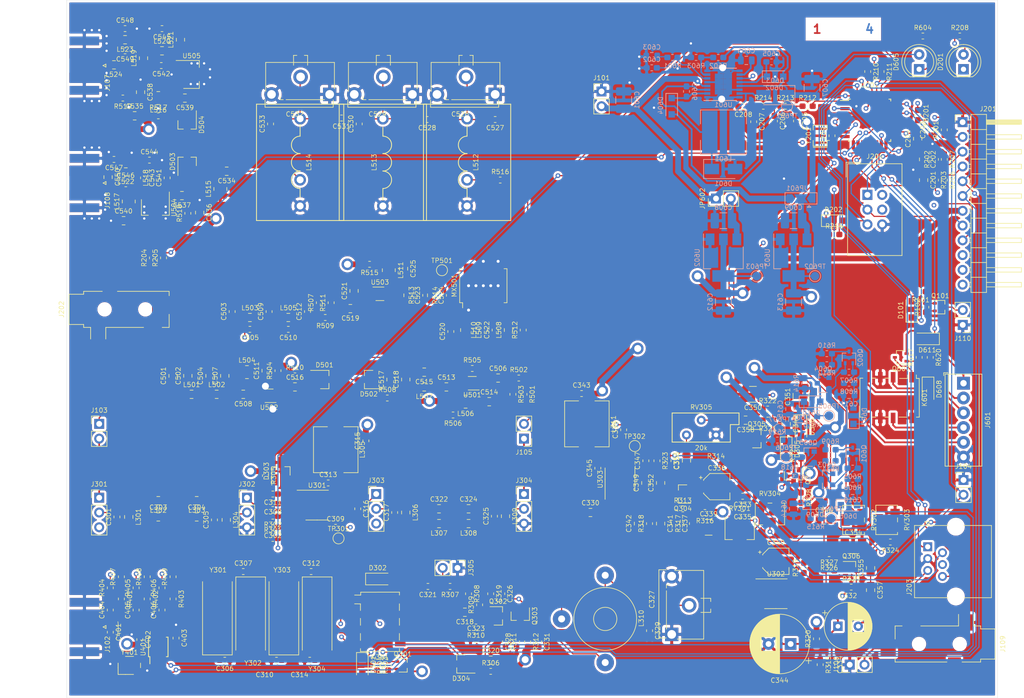
<source format=kicad_pcb>
(kicad_pcb (version 20171130) (host pcbnew 5.1.5)

  (general
    (thickness 1.6)
    (drawings 38)
    (tracks 1743)
    (zones 0)
    (modules 366)
    (nets 214)
  )

  (page A4)
  (layers
    (0 F.Cu signal)
    (1 In1.Cu signal)
    (2 In2.Cu signal)
    (31 B.Cu signal)
    (32 B.Adhes user hide)
    (33 F.Adhes user hide)
    (34 B.Paste user hide)
    (35 F.Paste user hide)
    (36 B.SilkS user hide)
    (37 F.SilkS user)
    (38 B.Mask user hide)
    (39 F.Mask user hide)
    (40 Dwgs.User user hide)
    (41 Cmts.User user hide)
    (42 Eco1.User user hide)
    (43 Eco2.User user hide)
    (44 Edge.Cuts user hide)
    (45 Margin user)
    (46 B.CrtYd user)
    (47 F.CrtYd user hide)
    (48 B.Fab user hide)
    (49 F.Fab user hide)
  )

  (setup
    (last_trace_width 0.2)
    (user_trace_width 0.2)
    (user_trace_width 0.3)
    (user_trace_width 1)
    (trace_clearance 0.2)
    (zone_clearance 0.8)
    (zone_45_only no)
    (trace_min 0.2)
    (via_size 0.8)
    (via_drill 0.4)
    (via_min_size 0.4)
    (via_min_drill 0.3)
    (user_via 0.8 0.4)
    (user_via 2 1.2)
    (uvia_size 0.3)
    (uvia_drill 0.1)
    (uvias_allowed no)
    (uvia_min_size 0.2)
    (uvia_min_drill 0.1)
    (edge_width 0.05)
    (segment_width 0.2)
    (pcb_text_width 0.3)
    (pcb_text_size 1.5 1.5)
    (mod_edge_width 0.1)
    (mod_text_size 0.8 0.8)
    (mod_text_width 0.1)
    (pad_size 1.524 1.524)
    (pad_drill 0.762)
    (pad_to_mask_clearance 0.051)
    (solder_mask_min_width 0.25)
    (aux_axis_origin 0 0)
    (visible_elements FFFFFF7F)
    (pcbplotparams
      (layerselection 0x010fc_ffffffff)
      (usegerberextensions false)
      (usegerberattributes false)
      (usegerberadvancedattributes false)
      (creategerberjobfile false)
      (excludeedgelayer true)
      (linewidth 0.100000)
      (plotframeref false)
      (viasonmask false)
      (mode 1)
      (useauxorigin false)
      (hpglpennumber 1)
      (hpglpenspeed 20)
      (hpglpendiameter 15.000000)
      (psnegative false)
      (psa4output false)
      (plotreference true)
      (plotvalue true)
      (plotinvisibletext false)
      (padsonsilk false)
      (subtractmaskfromsilk false)
      (outputformat 1)
      (mirror false)
      (drillshape 1)
      (scaleselection 1)
      (outputdirectory ""))
  )

  (net 0 "")
  (net 1 /Control/ENC_B)
  (net 2 GND)
  (net 3 /Control/ENC_A)
  (net 4 "Net-(C203-Pad2)")
  (net 5 +3V3)
  (net 6 "Net-(C205-Pad1)")
  (net 7 "Net-(C206-Pad1)")
  (net 8 "Net-(C207-Pad1)")
  (net 9 /Baseband/CW_TONE)
  (net 10 "Net-(C301-Pad2)")
  (net 11 "Net-(C302-Pad2)")
  (net 12 "Net-(C303-Pad2)")
  (net 13 "Net-(C304-Pad2)")
  (net 14 "Net-(C306-Pad2)")
  (net 15 "Net-(C307-Pad2)")
  (net 16 "Net-(C308-Pad2)")
  (net 17 "Net-(C308-Pad1)")
  (net 18 /Baseband/LO1)
  (net 19 "Net-(C309-Pad1)")
  (net 20 "Net-(C310-Pad2)")
  (net 21 "Net-(C311-Pad2)")
  (net 22 "Net-(C312-Pad2)")
  (net 23 "Net-(C313-Pad2)")
  (net 24 "Net-(C314-Pad2)")
  (net 25 +8V)
  (net 26 "Net-(C316-Pad2)")
  (net 27 "Net-(C316-Pad1)")
  (net 28 "Net-(C317-Pad2)")
  (net 29 "Net-(C318-Pad2)")
  (net 30 "Net-(C318-Pad1)")
  (net 31 /Baseband/CAG)
  (net 32 "Net-(C320-Pad2)")
  (net 33 "Net-(C320-Pad1)")
  (net 34 "Net-(C321-Pad1)")
  (net 35 "Net-(C322-Pad2)")
  (net 36 "Net-(C323-Pad2)")
  (net 37 "Net-(C324-Pad2)")
  (net 38 "Net-(C327-Pad2)")
  (net 39 "Net-(C328-Pad2)")
  (net 40 "Net-(C330-Pad2)")
  (net 41 "Net-(C330-Pad1)")
  (net 42 +8VRX)
  (net 43 /Baseband/SPKR)
  (net 44 "Net-(C332-Pad1)")
  (net 45 "Net-(C333-Pad2)")
  (net 46 "Net-(C333-Pad1)")
  (net 47 "Net-(C334-Pad2)")
  (net 48 "Net-(C336-Pad1)")
  (net 49 "Net-(C337-Pad2)")
  (net 50 "Net-(C337-Pad1)")
  (net 51 /Baseband/BFO)
  (net 52 "Net-(C338-Pad1)")
  (net 53 "Net-(C339-Pad1)")
  (net 54 "Net-(C340-Pad2)")
  (net 55 "Net-(C340-Pad1)")
  (net 56 "Net-(C342-Pad2)")
  (net 57 "Net-(C344-Pad1)")
  (net 58 "Net-(C345-Pad2)")
  (net 59 "Net-(C346-Pad2)")
  (net 60 "Net-(C347-Pad2)")
  (net 61 "Net-(C347-Pad1)")
  (net 62 "Net-(C348-Pad2)")
  (net 63 "Net-(C348-Pad1)")
  (net 64 "Net-(C351-Pad1)")
  (net 65 "Net-(C352-Pad2)")
  (net 66 "Net-(C353-Pad1)")
  (net 67 "Net-(C354-Pad1)")
  (net 68 "Net-(C355-Pad2)")
  (net 69 "Net-(C355-Pad1)")
  (net 70 "Net-(C356-Pad2)")
  (net 71 "Net-(C358-Pad2)")
  (net 72 "Net-(C358-Pad1)")
  (net 73 "Net-(C401-Pad2)")
  (net 74 /Clock/REF_25MHz)
  (net 75 "Net-(C404-Pad2)")
  (net 76 "Net-(C404-Pad1)")
  (net 77 "Net-(C405-Pad2)")
  (net 78 "Net-(C405-Pad1)")
  (net 79 "Net-(C406-Pad2)")
  (net 80 "Net-(C406-Pad1)")
  (net 81 /HF_RX)
  (net 82 "Net-(C501-Pad1)")
  (net 83 /VHF_LO)
  (net 84 "Net-(C504-Pad1)")
  (net 85 "Net-(C505-Pad1)")
  (net 86 "Net-(C506-Pad2)")
  (net 87 "Net-(C506-Pad1)")
  (net 88 "Net-(C507-Pad1)")
  (net 89 "Net-(C508-Pad1)")
  (net 90 "Net-(C510-Pad1)")
  (net 91 "Net-(C511-Pad1)")
  (net 92 "Net-(C513-Pad2)")
  (net 93 "Net-(C513-Pad1)")
  (net 94 "Net-(C514-Pad1)")
  (net 95 "Net-(C516-Pad2)")
  (net 96 "Net-(C516-Pad1)")
  (net 97 "Net-(C517-Pad2)")
  (net 98 "Net-(C517-Pad1)")
  (net 99 "Net-(C519-Pad2)")
  (net 100 "Net-(C519-Pad1)")
  (net 101 "Net-(C520-Pad1)")
  (net 102 "Net-(C522-Pad2)")
  (net 103 "Net-(C522-Pad1)")
  (net 104 "Net-(C523-Pad2)")
  (net 105 "Net-(C523-Pad1)")
  (net 106 "Net-(C524-Pad2)")
  (net 107 "Net-(C524-Pad1)")
  (net 108 "Net-(C525-Pad1)")
  (net 109 "Net-(C526-Pad2)")
  (net 110 "Net-(C528-Pad2)")
  (net 111 "Net-(C531-Pad2)")
  (net 112 "Net-(C534-Pad2)")
  (net 113 "Net-(C534-Pad1)")
  (net 114 +5RX)
  (net 115 +5TX)
  (net 116 "Net-(C537-Pad2)")
  (net 117 "Net-(C537-Pad1)")
  (net 118 "Net-(C538-Pad2)")
  (net 119 "Net-(C539-Pad2)")
  (net 120 "Net-(C539-Pad1)")
  (net 121 "Net-(C541-Pad1)")
  (net 122 "Net-(C542-Pad2)")
  (net 123 "Net-(C542-Pad1)")
  (net 124 "Net-(C543-Pad1)")
  (net 125 "Net-(C545-Pad1)")
  (net 126 "Net-(C546-Pad1)")
  (net 127 "Net-(C548-Pad1)")
  (net 128 "Net-(C549-Pad2)")
  (net 129 "Net-(C549-Pad1)")
  (net 130 /VHF_TX)
  (net 131 +12V)
  (net 132 "Net-(C602-Pad1)")
  (net 133 "Net-(C603-Pad1)")
  (net 134 "Net-(C604-Pad1)")
  (net 135 "Net-(C605-Pad2)")
  (net 136 "Net-(C606-Pad2)")
  (net 137 "Net-(C606-Pad1)")
  (net 138 "Net-(C608-Pad1)")
  (net 139 "Net-(C609-Pad1)")
  (net 140 "Net-(C610-Pad2)")
  (net 141 "Net-(C611-Pad2)")
  (net 142 +5VA)
  (net 143 "Net-(C614-Pad1)")
  (net 144 "Net-(C615-Pad1)")
  (net 145 "Net-(D201-Pad2)")
  (net 146 /Control/D6_PWM)
  (net 147 /Control/RESETn)
  (net 148 "Net-(D301-Pad2)")
  (net 149 /Control/SEQ0n)
  (net 150 "Net-(D302-Pad1)")
  (net 151 "Net-(D603-Pad2)")
  (net 152 "Net-(D605-Pad1)")
  (net 153 "Net-(D608-Pad1)")
  (net 154 "Net-(D611-Pad2)")
  (net 155 /Control/SEQ2n)
  (net 156 /Baseband/METER)
  (net 157 /HF_TX)
  (net 158 /VHF_RX)
  (net 159 /Control/BTN0)
  (net 160 /Control/BTN1)
  (net 161 /Control/BTN2)
  (net 162 /Control/BTN3)
  (net 163 SDA)
  (net 164 SCL)
  (net 165 "Net-(J201-Pad4)")
  (net 166 "Net-(J201-Pad3)")
  (net 167 "Net-(J201-Pad2)")
  (net 168 "Net-(J202-PadT)")
  (net 169 "Net-(J202-PadR)")
  (net 170 /Control/MIC_SW2)
  (net 171 /Baseband/MIC)
  (net 172 /Control/MIC_SW1)
  (net 173 +8VTX)
  (net 174 "Net-(J601-Pad5)")
  (net 175 "Net-(J601-Pad4)")
  (net 176 "Net-(J601-Pad3)")
  (net 177 "Net-(J601-Pad2)")
  (net 178 "Net-(K301-Pad2)")
  (net 179 "Net-(K301-Pad4)")
  (net 180 "Net-(L512-Pad2)")
  (net 181 "Net-(L520-Pad2)")
  (net 182 "Net-(MX501-Pad3)")
  (net 183 "Net-(MX501-Pad6)")
  (net 184 "Net-(Q301-Pad1)")
  (net 185 "Net-(Q302-Pad3)")
  (net 186 "Net-(Q307-Pad2)")
  (net 187 "Net-(Q307-Pad1)")
  (net 188 "Net-(Q601-Pad3)")
  (net 189 "Net-(Q601-Pad1)")
  (net 190 "Net-(Q602-Pad3)")
  (net 191 "Net-(Q602-Pad1)")
  (net 192 "Net-(Q603-Pad1)")
  (net 193 "Net-(Q604-Pad1)")
  (net 194 "Net-(Q607-Pad1)")
  (net 195 /Control/ENC_BTN)
  (net 196 /Control/CW_INPUT)
  (net 197 /Control/XTAL1)
  (net 198 /Control/XTAL2)
  (net 199 /Control/D3_PWM)
  (net 200 /Baseband/CW_KEYn)
  (net 201 "Net-(R319-Pad1)")
  (net 202 "Net-(R324-Pad1)")
  (net 203 /Baseband/MUTE_SPKR)
  (net 204 "Net-(R602-Pad1)")
  (net 205 "Net-(U401-Pad3)")
  (net 206 /IF_RX)
  (net 207 /IF_TX)
  (net 208 "Net-(D101-Pad2)")
  (net 209 /Control/SEQ1n)
  (net 210 "Net-(J106-Pad2)")
  (net 211 "Net-(J110-Pad2)")
  (net 212 "Net-(Q101-Pad1)")
  (net 213 /AF_OUT)

  (net_class Default "This is the default net class."
    (clearance 0.2)
    (trace_width 0.2)
    (via_dia 0.8)
    (via_drill 0.4)
    (uvia_dia 0.3)
    (uvia_drill 0.1)
    (add_net /AF_OUT)
    (add_net /Baseband/BFO)
    (add_net /Baseband/CAG)
    (add_net /Baseband/CW_KEYn)
    (add_net /Baseband/CW_TONE)
    (add_net /Baseband/LO1)
    (add_net /Baseband/METER)
    (add_net /Baseband/MIC)
    (add_net /Baseband/MUTE_SPKR)
    (add_net /Baseband/SPKR)
    (add_net /Clock/REF_25MHz)
    (add_net /Control/BTN0)
    (add_net /Control/BTN1)
    (add_net /Control/BTN2)
    (add_net /Control/BTN3)
    (add_net /Control/CW_INPUT)
    (add_net /Control/D3_PWM)
    (add_net /Control/D6_PWM)
    (add_net /Control/ENC_A)
    (add_net /Control/ENC_B)
    (add_net /Control/ENC_BTN)
    (add_net /Control/MIC_SW1)
    (add_net /Control/MIC_SW2)
    (add_net /Control/RESETn)
    (add_net /Control/SEQ0n)
    (add_net /Control/SEQ1n)
    (add_net /Control/SEQ2n)
    (add_net /Control/XTAL1)
    (add_net /Control/XTAL2)
    (add_net /HF_RX)
    (add_net /HF_TX)
    (add_net /IF_RX)
    (add_net /IF_TX)
    (add_net /VHF_LO)
    (add_net /VHF_RX)
    (add_net /VHF_TX)
    (add_net "Net-(C203-Pad2)")
    (add_net "Net-(C205-Pad1)")
    (add_net "Net-(C206-Pad1)")
    (add_net "Net-(C207-Pad1)")
    (add_net "Net-(C301-Pad2)")
    (add_net "Net-(C302-Pad2)")
    (add_net "Net-(C303-Pad2)")
    (add_net "Net-(C304-Pad2)")
    (add_net "Net-(C306-Pad2)")
    (add_net "Net-(C307-Pad2)")
    (add_net "Net-(C308-Pad1)")
    (add_net "Net-(C308-Pad2)")
    (add_net "Net-(C309-Pad1)")
    (add_net "Net-(C310-Pad2)")
    (add_net "Net-(C311-Pad2)")
    (add_net "Net-(C312-Pad2)")
    (add_net "Net-(C313-Pad2)")
    (add_net "Net-(C314-Pad2)")
    (add_net "Net-(C316-Pad1)")
    (add_net "Net-(C316-Pad2)")
    (add_net "Net-(C317-Pad2)")
    (add_net "Net-(C318-Pad1)")
    (add_net "Net-(C318-Pad2)")
    (add_net "Net-(C320-Pad1)")
    (add_net "Net-(C320-Pad2)")
    (add_net "Net-(C321-Pad1)")
    (add_net "Net-(C322-Pad2)")
    (add_net "Net-(C323-Pad2)")
    (add_net "Net-(C324-Pad2)")
    (add_net "Net-(C327-Pad2)")
    (add_net "Net-(C328-Pad2)")
    (add_net "Net-(C330-Pad1)")
    (add_net "Net-(C330-Pad2)")
    (add_net "Net-(C332-Pad1)")
    (add_net "Net-(C333-Pad1)")
    (add_net "Net-(C333-Pad2)")
    (add_net "Net-(C334-Pad2)")
    (add_net "Net-(C336-Pad1)")
    (add_net "Net-(C337-Pad1)")
    (add_net "Net-(C337-Pad2)")
    (add_net "Net-(C338-Pad1)")
    (add_net "Net-(C339-Pad1)")
    (add_net "Net-(C340-Pad1)")
    (add_net "Net-(C340-Pad2)")
    (add_net "Net-(C342-Pad2)")
    (add_net "Net-(C344-Pad1)")
    (add_net "Net-(C345-Pad2)")
    (add_net "Net-(C346-Pad2)")
    (add_net "Net-(C347-Pad1)")
    (add_net "Net-(C347-Pad2)")
    (add_net "Net-(C348-Pad1)")
    (add_net "Net-(C348-Pad2)")
    (add_net "Net-(C351-Pad1)")
    (add_net "Net-(C352-Pad2)")
    (add_net "Net-(C353-Pad1)")
    (add_net "Net-(C354-Pad1)")
    (add_net "Net-(C355-Pad1)")
    (add_net "Net-(C355-Pad2)")
    (add_net "Net-(C356-Pad2)")
    (add_net "Net-(C358-Pad1)")
    (add_net "Net-(C358-Pad2)")
    (add_net "Net-(C401-Pad2)")
    (add_net "Net-(C404-Pad1)")
    (add_net "Net-(C404-Pad2)")
    (add_net "Net-(C405-Pad1)")
    (add_net "Net-(C405-Pad2)")
    (add_net "Net-(C406-Pad1)")
    (add_net "Net-(C406-Pad2)")
    (add_net "Net-(C501-Pad1)")
    (add_net "Net-(C504-Pad1)")
    (add_net "Net-(C505-Pad1)")
    (add_net "Net-(C506-Pad1)")
    (add_net "Net-(C506-Pad2)")
    (add_net "Net-(C507-Pad1)")
    (add_net "Net-(C508-Pad1)")
    (add_net "Net-(C510-Pad1)")
    (add_net "Net-(C511-Pad1)")
    (add_net "Net-(C513-Pad1)")
    (add_net "Net-(C513-Pad2)")
    (add_net "Net-(C514-Pad1)")
    (add_net "Net-(C516-Pad1)")
    (add_net "Net-(C516-Pad2)")
    (add_net "Net-(C517-Pad1)")
    (add_net "Net-(C517-Pad2)")
    (add_net "Net-(C519-Pad1)")
    (add_net "Net-(C519-Pad2)")
    (add_net "Net-(C520-Pad1)")
    (add_net "Net-(C522-Pad1)")
    (add_net "Net-(C522-Pad2)")
    (add_net "Net-(C523-Pad1)")
    (add_net "Net-(C523-Pad2)")
    (add_net "Net-(C524-Pad1)")
    (add_net "Net-(C524-Pad2)")
    (add_net "Net-(C525-Pad1)")
    (add_net "Net-(C526-Pad2)")
    (add_net "Net-(C528-Pad2)")
    (add_net "Net-(C531-Pad2)")
    (add_net "Net-(C534-Pad1)")
    (add_net "Net-(C534-Pad2)")
    (add_net "Net-(C537-Pad1)")
    (add_net "Net-(C537-Pad2)")
    (add_net "Net-(C538-Pad2)")
    (add_net "Net-(C539-Pad1)")
    (add_net "Net-(C539-Pad2)")
    (add_net "Net-(C541-Pad1)")
    (add_net "Net-(C542-Pad1)")
    (add_net "Net-(C542-Pad2)")
    (add_net "Net-(C543-Pad1)")
    (add_net "Net-(C545-Pad1)")
    (add_net "Net-(C546-Pad1)")
    (add_net "Net-(C548-Pad1)")
    (add_net "Net-(C549-Pad1)")
    (add_net "Net-(C549-Pad2)")
    (add_net "Net-(C602-Pad1)")
    (add_net "Net-(C603-Pad1)")
    (add_net "Net-(C604-Pad1)")
    (add_net "Net-(C605-Pad2)")
    (add_net "Net-(C606-Pad1)")
    (add_net "Net-(C606-Pad2)")
    (add_net "Net-(C608-Pad1)")
    (add_net "Net-(C609-Pad1)")
    (add_net "Net-(C610-Pad2)")
    (add_net "Net-(C611-Pad2)")
    (add_net "Net-(C614-Pad1)")
    (add_net "Net-(C615-Pad1)")
    (add_net "Net-(D101-Pad2)")
    (add_net "Net-(D201-Pad2)")
    (add_net "Net-(D301-Pad2)")
    (add_net "Net-(D302-Pad1)")
    (add_net "Net-(D603-Pad2)")
    (add_net "Net-(D605-Pad1)")
    (add_net "Net-(D608-Pad1)")
    (add_net "Net-(D611-Pad2)")
    (add_net "Net-(J106-Pad2)")
    (add_net "Net-(J110-Pad2)")
    (add_net "Net-(J201-Pad2)")
    (add_net "Net-(J201-Pad3)")
    (add_net "Net-(J201-Pad4)")
    (add_net "Net-(J202-PadR)")
    (add_net "Net-(J202-PadT)")
    (add_net "Net-(J601-Pad2)")
    (add_net "Net-(J601-Pad3)")
    (add_net "Net-(J601-Pad4)")
    (add_net "Net-(J601-Pad5)")
    (add_net "Net-(K301-Pad2)")
    (add_net "Net-(K301-Pad4)")
    (add_net "Net-(L512-Pad2)")
    (add_net "Net-(L520-Pad2)")
    (add_net "Net-(MX501-Pad3)")
    (add_net "Net-(MX501-Pad6)")
    (add_net "Net-(Q101-Pad1)")
    (add_net "Net-(Q301-Pad1)")
    (add_net "Net-(Q302-Pad3)")
    (add_net "Net-(Q307-Pad1)")
    (add_net "Net-(Q307-Pad2)")
    (add_net "Net-(Q601-Pad1)")
    (add_net "Net-(Q601-Pad3)")
    (add_net "Net-(Q602-Pad1)")
    (add_net "Net-(Q602-Pad3)")
    (add_net "Net-(Q603-Pad1)")
    (add_net "Net-(Q604-Pad1)")
    (add_net "Net-(Q607-Pad1)")
    (add_net "Net-(R319-Pad1)")
    (add_net "Net-(R324-Pad1)")
    (add_net "Net-(R602-Pad1)")
    (add_net "Net-(U401-Pad3)")
    (add_net SCL)
    (add_net SDA)
  )

  (net_class Power ""
    (clearance 0.2)
    (trace_width 1)
    (via_dia 2)
    (via_drill 1.2)
    (uvia_dia 0.3)
    (uvia_drill 0.1)
    (add_net +12V)
    (add_net +3V3)
    (add_net +5RX)
    (add_net +5TX)
    (add_net +5VA)
    (add_net +8V)
    (add_net +8VRX)
    (add_net +8VTX)
    (add_net GND)
  )

  (module LED_THT:LED_D5.0mm (layer F.Cu) (tedit 5995936A) (tstamp 5E581AB7)
    (at 176.53 41.91 90)
    (descr "LED, diameter 5.0mm, 2 pins, http://cdn-reichelt.de/documents/datenblatt/A500/LL-504BC2E-009.pdf")
    (tags "LED diameter 5.0mm 2 pins")
    (path /5E2DC494/5D86AD14)
    (fp_text reference D605 (at 1.27 -3.96 90) (layer F.SilkS)
      (effects (font (size 0.8 0.8) (thickness 0.1)))
    )
    (fp_text value LED_PWR (at 1.27 3.96 90) (layer F.Fab)
      (effects (font (size 0.8 0.8) (thickness 0.1)))
    )
    (fp_text user %R (at 1.25 0 90) (layer F.Fab)
      (effects (font (size 0.8 0.8) (thickness 0.1)))
    )
    (fp_line (start 4.5 -3.25) (end -1.95 -3.25) (layer F.CrtYd) (width 0.05))
    (fp_line (start 4.5 3.25) (end 4.5 -3.25) (layer F.CrtYd) (width 0.05))
    (fp_line (start -1.95 3.25) (end 4.5 3.25) (layer F.CrtYd) (width 0.05))
    (fp_line (start -1.95 -3.25) (end -1.95 3.25) (layer F.CrtYd) (width 0.05))
    (fp_line (start -1.29 -1.545) (end -1.29 1.545) (layer F.SilkS) (width 0.12))
    (fp_line (start -1.23 -1.469694) (end -1.23 1.469694) (layer F.Fab) (width 0.1))
    (fp_circle (center 1.27 0) (end 3.77 0) (layer F.SilkS) (width 0.12))
    (fp_circle (center 1.27 0) (end 3.77 0) (layer F.Fab) (width 0.1))
    (fp_arc (start 1.27 0) (end -1.29 1.54483) (angle -148.9) (layer F.SilkS) (width 0.12))
    (fp_arc (start 1.27 0) (end -1.29 -1.54483) (angle 148.9) (layer F.SilkS) (width 0.12))
    (fp_arc (start 1.27 0) (end -1.23 -1.469694) (angle 299.1) (layer F.Fab) (width 0.1))
    (pad 2 thru_hole circle (at 2.54 0 90) (size 1.8 1.8) (drill 0.9) (layers *.Cu *.Mask)
      (net 25 +8V))
    (pad 1 thru_hole rect (at 0 0 90) (size 1.8 1.8) (drill 0.9) (layers *.Cu *.Mask)
      (net 152 "Net-(D605-Pad1)"))
    (model ${KISYS3DMOD}/LED_THT.3dshapes/LED_D5.0mm.wrl
      (at (xyz 0 0 0))
      (scale (xyz 1 1 1))
      (rotate (xyz 0 0 0))
    )
  )

  (module Resistor_SMD:R_0603_1608Metric_Pad1.05x0.95mm_HandSolder (layer F.Cu) (tedit 5B301BBD) (tstamp 5E62CA46)
    (at 177.673 82.804 90)
    (descr "Resistor SMD 0603 (1608 Metric), square (rectangular) end terminal, IPC_7351 nominal with elongated pad for handsoldering. (Body size source: http://www.tortai-tech.com/upload/download/2011102023233369053.pdf), generated with kicad-footprint-generator")
    (tags "resistor handsolder")
    (path /5E674E39)
    (attr smd)
    (fp_text reference R102 (at 0 -1.43 90) (layer F.SilkS)
      (effects (font (size 0.8 0.8) (thickness 0.1)))
    )
    (fp_text value 10k (at 0 1.43 90) (layer F.Fab)
      (effects (font (size 0.8 0.8) (thickness 0.1)))
    )
    (fp_text user %R (at 0 0 90) (layer F.Fab)
      (effects (font (size 0.8 0.8) (thickness 0.1)))
    )
    (fp_line (start 1.65 0.73) (end -1.65 0.73) (layer F.CrtYd) (width 0.05))
    (fp_line (start 1.65 -0.73) (end 1.65 0.73) (layer F.CrtYd) (width 0.05))
    (fp_line (start -1.65 -0.73) (end 1.65 -0.73) (layer F.CrtYd) (width 0.05))
    (fp_line (start -1.65 0.73) (end -1.65 -0.73) (layer F.CrtYd) (width 0.05))
    (fp_line (start -0.171267 0.51) (end 0.171267 0.51) (layer F.SilkS) (width 0.12))
    (fp_line (start -0.171267 -0.51) (end 0.171267 -0.51) (layer F.SilkS) (width 0.12))
    (fp_line (start 0.8 0.4) (end -0.8 0.4) (layer F.Fab) (width 0.1))
    (fp_line (start 0.8 -0.4) (end 0.8 0.4) (layer F.Fab) (width 0.1))
    (fp_line (start -0.8 -0.4) (end 0.8 -0.4) (layer F.Fab) (width 0.1))
    (fp_line (start -0.8 0.4) (end -0.8 -0.4) (layer F.Fab) (width 0.1))
    (pad 2 smd roundrect (at 0.875 0 90) (size 1.05 0.95) (layers F.Cu F.Paste F.Mask) (roundrect_rratio 0.25)
      (net 212 "Net-(Q101-Pad1)"))
    (pad 1 smd roundrect (at -0.875 0 90) (size 1.05 0.95) (layers F.Cu F.Paste F.Mask) (roundrect_rratio 0.25)
      (net 131 +12V))
    (model ${KISYS3DMOD}/Resistor_SMD.3dshapes/R_0603_1608Metric.wrl
      (at (xyz 0 0 0))
      (scale (xyz 1 1 1))
      (rotate (xyz 0 0 0))
    )
  )

  (module Resistor_SMD:R_0603_1608Metric_Pad1.05x0.95mm_HandSolder (layer F.Cu) (tedit 5B301BBD) (tstamp 5E62CA35)
    (at 176.784 80.137 180)
    (descr "Resistor SMD 0603 (1608 Metric), square (rectangular) end terminal, IPC_7351 nominal with elongated pad for handsoldering. (Body size source: http://www.tortai-tech.com/upload/download/2011102023233369053.pdf), generated with kicad-footprint-generator")
    (tags "resistor handsolder")
    (path /5E674E25)
    (attr smd)
    (fp_text reference R101 (at 0 -1.43) (layer F.SilkS)
      (effects (font (size 0.8 0.8) (thickness 0.1)))
    )
    (fp_text value 470 (at 0 1.43) (layer F.Fab)
      (effects (font (size 0.8 0.8) (thickness 0.1)))
    )
    (fp_text user %R (at 0 0) (layer F.Fab)
      (effects (font (size 0.8 0.8) (thickness 0.1)))
    )
    (fp_line (start 1.65 0.73) (end -1.65 0.73) (layer F.CrtYd) (width 0.05))
    (fp_line (start 1.65 -0.73) (end 1.65 0.73) (layer F.CrtYd) (width 0.05))
    (fp_line (start -1.65 -0.73) (end 1.65 -0.73) (layer F.CrtYd) (width 0.05))
    (fp_line (start -1.65 0.73) (end -1.65 -0.73) (layer F.CrtYd) (width 0.05))
    (fp_line (start -0.171267 0.51) (end 0.171267 0.51) (layer F.SilkS) (width 0.12))
    (fp_line (start -0.171267 -0.51) (end 0.171267 -0.51) (layer F.SilkS) (width 0.12))
    (fp_line (start 0.8 0.4) (end -0.8 0.4) (layer F.Fab) (width 0.1))
    (fp_line (start 0.8 -0.4) (end 0.8 0.4) (layer F.Fab) (width 0.1))
    (fp_line (start -0.8 -0.4) (end 0.8 -0.4) (layer F.Fab) (width 0.1))
    (fp_line (start -0.8 0.4) (end -0.8 -0.4) (layer F.Fab) (width 0.1))
    (pad 2 smd roundrect (at 0.875 0 180) (size 1.05 0.95) (layers F.Cu F.Paste F.Mask) (roundrect_rratio 0.25)
      (net 208 "Net-(D101-Pad2)"))
    (pad 1 smd roundrect (at -0.875 0 180) (size 1.05 0.95) (layers F.Cu F.Paste F.Mask) (roundrect_rratio 0.25)
      (net 212 "Net-(Q101-Pad1)"))
    (model ${KISYS3DMOD}/Resistor_SMD.3dshapes/R_0603_1608Metric.wrl
      (at (xyz 0 0 0))
      (scale (xyz 1 1 1))
      (rotate (xyz 0 0 0))
    )
  )

  (module Package_TO_SOT_SMD:SOT-323_SC-70 (layer F.Cu) (tedit 5A02FF57) (tstamp 5E62C7F4)
    (at 180.213 82.804)
    (descr "SOT-323, SC-70")
    (tags "SOT-323 SC-70")
    (path /5E674E41)
    (attr smd)
    (fp_text reference Q101 (at -0.05 -1.95) (layer F.SilkS)
      (effects (font (size 0.8 0.8) (thickness 0.1)))
    )
    (fp_text value BC856W (at -0.05 2.05) (layer F.Fab)
      (effects (font (size 0.8 0.8) (thickness 0.1)))
    )
    (fp_line (start -0.18 -1.1) (end -0.68 -0.6) (layer F.Fab) (width 0.1))
    (fp_line (start 0.67 1.1) (end -0.68 1.1) (layer F.Fab) (width 0.1))
    (fp_line (start 0.67 -1.1) (end 0.67 1.1) (layer F.Fab) (width 0.1))
    (fp_line (start -0.68 -0.6) (end -0.68 1.1) (layer F.Fab) (width 0.1))
    (fp_line (start 0.67 -1.1) (end -0.18 -1.1) (layer F.Fab) (width 0.1))
    (fp_line (start -0.68 1.16) (end 0.73 1.16) (layer F.SilkS) (width 0.12))
    (fp_line (start 0.73 -1.16) (end -1.3 -1.16) (layer F.SilkS) (width 0.12))
    (fp_line (start -1.7 1.3) (end -1.7 -1.3) (layer F.CrtYd) (width 0.05))
    (fp_line (start -1.7 -1.3) (end 1.7 -1.3) (layer F.CrtYd) (width 0.05))
    (fp_line (start 1.7 -1.3) (end 1.7 1.3) (layer F.CrtYd) (width 0.05))
    (fp_line (start 1.7 1.3) (end -1.7 1.3) (layer F.CrtYd) (width 0.05))
    (fp_line (start 0.73 -1.16) (end 0.73 -0.5) (layer F.SilkS) (width 0.12))
    (fp_line (start 0.73 0.5) (end 0.73 1.16) (layer F.SilkS) (width 0.12))
    (fp_text user %R (at 0 0 90) (layer F.Fab)
      (effects (font (size 0.8 0.8) (thickness 0.1)))
    )
    (pad 3 smd rect (at 1 0 270) (size 0.45 0.7) (layers F.Cu F.Paste F.Mask)
      (net 211 "Net-(J110-Pad2)"))
    (pad 2 smd rect (at -1 0.65 270) (size 0.45 0.7) (layers F.Cu F.Paste F.Mask)
      (net 131 +12V))
    (pad 1 smd rect (at -1 -0.65 270) (size 0.45 0.7) (layers F.Cu F.Paste F.Mask)
      (net 212 "Net-(Q101-Pad1)"))
    (model ${KISYS3DMOD}/Package_TO_SOT_SMD.3dshapes/SOT-323_SC-70.wrl
      (at (xyz 0 0 0))
      (scale (xyz 1 1 1))
      (rotate (xyz 0 0 0))
    )
  )

  (module Connector_Audio:Jack_3.5mm_CUI_SJ-3524-SMT_Horizontal (layer F.Cu) (tedit 5C635470) (tstamp 5E5D4798)
    (at 38.989 83.185 90)
    (descr "3.5 mm, Stereo, Right Angle, Surface Mount (SMT), Audio Jack Connector (https://www.cui.com/product/resource/sj-352x-smt-series.pdf)")
    (tags "3.5mm audio cui horizontal jack stereo")
    (path /5E2FA006/5EF19C71)
    (attr smd)
    (fp_text reference J202 (at 0 -9.9 90) (layer F.SilkS)
      (effects (font (size 0.8 0.8) (thickness 0.1)))
    )
    (fp_text value "CW Key" (at 0 13 90) (layer F.Fab)
      (effects (font (size 0.8 0.8) (thickness 0.1)))
    )
    (fp_line (start -3.1 -2.3) (end -5.1 -2.3) (layer F.SilkS) (width 0.12))
    (fp_line (start -3.1 -4.9) (end -5.1 -4.9) (layer F.SilkS) (width 0.12))
    (fp_line (start -3.1 4.2) (end -3.1 -2.3) (layer F.SilkS) (width 0.12))
    (fp_line (start -3.1 8.6) (end -3.1 7.4) (layer F.SilkS) (width 0.12))
    (fp_line (start -0.85 8.6) (end -3.1 8.6) (layer F.SilkS) (width 0.12))
    (fp_line (start 3.1 8.6) (end 2.35 8.6) (layer F.SilkS) (width 0.12))
    (fp_line (start 3.1 -0.3) (end 3.1 8.6) (layer F.SilkS) (width 0.12))
    (fp_line (start 3.1 -6.1) (end 3.1 -2.9) (layer F.SilkS) (width 0.12))
    (fp_line (start 2.6 -6.1) (end 3.1 -6.1) (layer F.SilkS) (width 0.12))
    (fp_line (start 2.6 -8.6) (end 2.6 -6.1) (layer F.SilkS) (width 0.12))
    (fp_line (start -2.6 -8.6) (end 2.6 -8.6) (layer F.SilkS) (width 0.12))
    (fp_line (start -2.6 -6.1) (end -2.6 -8.6) (layer F.SilkS) (width 0.12))
    (fp_line (start -3.1 -6.1) (end -2.6 -6.1) (layer F.SilkS) (width 0.12))
    (fp_line (start -3.1 -4.9) (end -3.1 -6.1) (layer F.SilkS) (width 0.12))
    (fp_text user %R (at 0 0 90) (layer F.Fab)
      (effects (font (size 0.8 0.8) (thickness 0.1)))
    )
    (fp_line (start -5.6 -9) (end 5.6 -9) (layer F.CrtYd) (width 0.05))
    (fp_line (start -5.6 11.6) (end -5.6 -9) (layer F.CrtYd) (width 0.05))
    (fp_line (start 5.6 11.6) (end -5.6 11.6) (layer F.CrtYd) (width 0.05))
    (fp_line (start 5.6 -9) (end 5.6 11.6) (layer F.CrtYd) (width 0.05))
    (fp_line (start 2.5 -6) (end 3 -6) (layer F.Fab) (width 0.1))
    (fp_line (start 2.5 -8.5) (end 2.5 -6) (layer F.Fab) (width 0.1))
    (fp_line (start -2.5 -8.5) (end 2.5 -8.5) (layer F.Fab) (width 0.1))
    (fp_line (start -2.5 -6) (end -2.5 -8.5) (layer F.Fab) (width 0.1))
    (fp_line (start -3 -6) (end -2.5 -6) (layer F.Fab) (width 0.1))
    (fp_line (start -3 8.5) (end -3 -6) (layer F.Fab) (width 0.1))
    (fp_line (start 3 8.5) (end -3 8.5) (layer F.Fab) (width 0.1))
    (fp_line (start 3 -6) (end 3 8.5) (layer F.Fab) (width 0.1))
    (pad "" np_thru_hole circle (at 0 4.5 90) (size 1.7 1.7) (drill 1.7) (layers *.Cu *.Mask))
    (pad "" np_thru_hole circle (at 0 -2.5 90) (size 1.7 1.7) (drill 1.7) (layers *.Cu *.Mask))
    (pad T smd rect (at -3.7 5.8 90) (size 2.8 2.8) (layers F.Cu F.Paste F.Mask)
      (net 168 "Net-(J202-PadT)"))
    (pad TN smd rect (at 0.75 9.8 90) (size 2.8 2.6) (layers F.Cu F.Paste F.Mask))
    (pad S smd rect (at -3.7 -3.6 90) (size 2.8 2.2) (layers F.Cu F.Paste F.Mask)
      (net 2 GND))
    (pad R smd rect (at 3.7 -1.6 90) (size 2.8 2.2) (layers F.Cu F.Paste F.Mask)
      (net 169 "Net-(J202-PadR)"))
    (model ${KISYS3DMOD}/Connector_Audio.3dshapes/Jack_3.5mm_CUI_SJ-3524-SMT_Horizontal.wrl
      (at (xyz 0 0 0))
      (scale (xyz 1 1 1))
      (rotate (xyz 0 0 0))
    )
  )

  (module Connector_PinHeader_2.54mm:PinHeader_1x02_P2.54mm_Vertical (layer F.Cu) (tedit 59FED5CC) (tstamp 5E62BEA3)
    (at 184.023 85.852 180)
    (descr "Through hole straight pin header, 1x02, 2.54mm pitch, single row")
    (tags "Through hole pin header THT 1x02 2.54mm single row")
    (path /5E6799F7)
    (fp_text reference J110 (at 0 -2.33) (layer F.SilkS)
      (effects (font (size 0.8 0.8) (thickness 0.1)))
    )
    (fp_text value SEQ1 (at 0 4.87) (layer F.Fab)
      (effects (font (size 0.8 0.8) (thickness 0.1)))
    )
    (fp_text user %R (at 0 1.27 90) (layer F.Fab)
      (effects (font (size 0.8 0.8) (thickness 0.1)))
    )
    (fp_line (start 1.8 -1.8) (end -1.8 -1.8) (layer F.CrtYd) (width 0.05))
    (fp_line (start 1.8 4.35) (end 1.8 -1.8) (layer F.CrtYd) (width 0.05))
    (fp_line (start -1.8 4.35) (end 1.8 4.35) (layer F.CrtYd) (width 0.05))
    (fp_line (start -1.8 -1.8) (end -1.8 4.35) (layer F.CrtYd) (width 0.05))
    (fp_line (start -1.33 -1.33) (end 0 -1.33) (layer F.SilkS) (width 0.12))
    (fp_line (start -1.33 0) (end -1.33 -1.33) (layer F.SilkS) (width 0.12))
    (fp_line (start -1.33 1.27) (end 1.33 1.27) (layer F.SilkS) (width 0.12))
    (fp_line (start 1.33 1.27) (end 1.33 3.87) (layer F.SilkS) (width 0.12))
    (fp_line (start -1.33 1.27) (end -1.33 3.87) (layer F.SilkS) (width 0.12))
    (fp_line (start -1.33 3.87) (end 1.33 3.87) (layer F.SilkS) (width 0.12))
    (fp_line (start -1.27 -0.635) (end -0.635 -1.27) (layer F.Fab) (width 0.1))
    (fp_line (start -1.27 3.81) (end -1.27 -0.635) (layer F.Fab) (width 0.1))
    (fp_line (start 1.27 3.81) (end -1.27 3.81) (layer F.Fab) (width 0.1))
    (fp_line (start 1.27 -1.27) (end 1.27 3.81) (layer F.Fab) (width 0.1))
    (fp_line (start -0.635 -1.27) (end 1.27 -1.27) (layer F.Fab) (width 0.1))
    (pad 2 thru_hole oval (at 0 2.54 180) (size 1.7 1.7) (drill 1) (layers *.Cu *.Mask)
      (net 211 "Net-(J110-Pad2)"))
    (pad 1 thru_hole rect (at 0 0 180) (size 1.7 1.7) (drill 1) (layers *.Cu *.Mask)
      (net 2 GND))
    (model ${KISYS3DMOD}/Connector_PinHeader_2.54mm.3dshapes/PinHeader_1x02_P2.54mm_Vertical.wrl
      (at (xyz 0 0 0))
      (scale (xyz 1 1 1))
      (rotate (xyz 0 0 0))
    )
  )

  (module Connector_Audio:Jack_3.5mm_CUI_SJ-3524-SMT_Horizontal (layer F.Cu) (tedit 5C635470) (tstamp 5E62BE8D)
    (at 181 140.716 270)
    (descr "3.5 mm, Stereo, Right Angle, Surface Mount (SMT), Audio Jack Connector (https://www.cui.com/product/resource/sj-352x-smt-series.pdf)")
    (tags "3.5mm audio cui horizontal jack stereo")
    (path /5E69BCFD)
    (attr smd)
    (fp_text reference J109 (at 0 -9.9 90) (layer F.SilkS)
      (effects (font (size 0.8 0.8) (thickness 0.1)))
    )
    (fp_text value Headphones (at 0 13 90) (layer F.Fab)
      (effects (font (size 0.8 0.8) (thickness 0.1)))
    )
    (fp_line (start -3.1 -2.3) (end -5.1 -2.3) (layer F.SilkS) (width 0.12))
    (fp_line (start -3.1 -4.9) (end -5.1 -4.9) (layer F.SilkS) (width 0.12))
    (fp_line (start -3.1 4.2) (end -3.1 -2.3) (layer F.SilkS) (width 0.12))
    (fp_line (start -3.1 8.6) (end -3.1 7.4) (layer F.SilkS) (width 0.12))
    (fp_line (start -0.85 8.6) (end -3.1 8.6) (layer F.SilkS) (width 0.12))
    (fp_line (start 3.1 8.6) (end 2.35 8.6) (layer F.SilkS) (width 0.12))
    (fp_line (start 3.1 -0.3) (end 3.1 8.6) (layer F.SilkS) (width 0.12))
    (fp_line (start 3.1 -6.1) (end 3.1 -2.9) (layer F.SilkS) (width 0.12))
    (fp_line (start 2.6 -6.1) (end 3.1 -6.1) (layer F.SilkS) (width 0.12))
    (fp_line (start 2.6 -8.6) (end 2.6 -6.1) (layer F.SilkS) (width 0.12))
    (fp_line (start -2.6 -8.6) (end 2.6 -8.6) (layer F.SilkS) (width 0.12))
    (fp_line (start -2.6 -6.1) (end -2.6 -8.6) (layer F.SilkS) (width 0.12))
    (fp_line (start -3.1 -6.1) (end -2.6 -6.1) (layer F.SilkS) (width 0.12))
    (fp_line (start -3.1 -4.9) (end -3.1 -6.1) (layer F.SilkS) (width 0.12))
    (fp_text user %R (at 0 0 90) (layer F.Fab)
      (effects (font (size 0.8 0.8) (thickness 0.1)))
    )
    (fp_line (start -5.6 -9) (end 5.6 -9) (layer F.CrtYd) (width 0.05))
    (fp_line (start -5.6 11.6) (end -5.6 -9) (layer F.CrtYd) (width 0.05))
    (fp_line (start 5.6 11.6) (end -5.6 11.6) (layer F.CrtYd) (width 0.05))
    (fp_line (start 5.6 -9) (end 5.6 11.6) (layer F.CrtYd) (width 0.05))
    (fp_line (start 2.5 -6) (end 3 -6) (layer F.Fab) (width 0.1))
    (fp_line (start 2.5 -8.5) (end 2.5 -6) (layer F.Fab) (width 0.1))
    (fp_line (start -2.5 -8.5) (end 2.5 -8.5) (layer F.Fab) (width 0.1))
    (fp_line (start -2.5 -6) (end -2.5 -8.5) (layer F.Fab) (width 0.1))
    (fp_line (start -3 -6) (end -2.5 -6) (layer F.Fab) (width 0.1))
    (fp_line (start -3 8.5) (end -3 -6) (layer F.Fab) (width 0.1))
    (fp_line (start 3 8.5) (end -3 8.5) (layer F.Fab) (width 0.1))
    (fp_line (start 3 -6) (end 3 8.5) (layer F.Fab) (width 0.1))
    (pad "" np_thru_hole circle (at 0 4.5 270) (size 1.7 1.7) (drill 1.7) (layers *.Cu *.Mask))
    (pad "" np_thru_hole circle (at 0 -2.5 270) (size 1.7 1.7) (drill 1.7) (layers *.Cu *.Mask))
    (pad T smd rect (at -3.7 5.8 270) (size 2.8 2.8) (layers F.Cu F.Paste F.Mask)
      (net 43 /Baseband/SPKR))
    (pad TN smd rect (at 0.75 9.8 270) (size 2.8 2.6) (layers F.Cu F.Paste F.Mask)
      (net 210 "Net-(J106-Pad2)"))
    (pad S smd rect (at -3.7 -3.6 270) (size 2.8 2.2) (layers F.Cu F.Paste F.Mask)
      (net 2 GND))
    (pad R smd rect (at 3.7 -1.6 270) (size 2.8 2.2) (layers F.Cu F.Paste F.Mask))
    (model ${KISYS3DMOD}/Connector_Audio.3dshapes/Jack_3.5mm_CUI_SJ-3524-SMT_Horizontal.wrl
      (at (xyz 0 0 0))
      (scale (xyz 1 1 1))
      (rotate (xyz 0 0 0))
    )
  )

  (module Diode_SMD:D_SOD-123F (layer F.Cu) (tedit 587F7769) (tstamp 5E62B8A8)
    (at 175.26 83.185 90)
    (descr D_SOD-123F)
    (tags D_SOD-123F)
    (path /5E674E2D)
    (attr smd)
    (fp_text reference D101 (at -0.127 -1.905 90) (layer F.SilkS)
      (effects (font (size 0.8 0.8) (thickness 0.1)))
    )
    (fp_text value 1N4148W (at 0 2.1 90) (layer F.Fab)
      (effects (font (size 0.8 0.8) (thickness 0.1)))
    )
    (fp_line (start -2.2 -1) (end 1.65 -1) (layer F.SilkS) (width 0.12))
    (fp_line (start -2.2 1) (end 1.65 1) (layer F.SilkS) (width 0.12))
    (fp_line (start -2.2 -1.15) (end -2.2 1.15) (layer F.CrtYd) (width 0.05))
    (fp_line (start 2.2 1.15) (end -2.2 1.15) (layer F.CrtYd) (width 0.05))
    (fp_line (start 2.2 -1.15) (end 2.2 1.15) (layer F.CrtYd) (width 0.05))
    (fp_line (start -2.2 -1.15) (end 2.2 -1.15) (layer F.CrtYd) (width 0.05))
    (fp_line (start -1.4 -0.9) (end 1.4 -0.9) (layer F.Fab) (width 0.1))
    (fp_line (start 1.4 -0.9) (end 1.4 0.9) (layer F.Fab) (width 0.1))
    (fp_line (start 1.4 0.9) (end -1.4 0.9) (layer F.Fab) (width 0.1))
    (fp_line (start -1.4 0.9) (end -1.4 -0.9) (layer F.Fab) (width 0.1))
    (fp_line (start -0.75 0) (end -0.35 0) (layer F.Fab) (width 0.1))
    (fp_line (start -0.35 0) (end -0.35 -0.55) (layer F.Fab) (width 0.1))
    (fp_line (start -0.35 0) (end -0.35 0.55) (layer F.Fab) (width 0.1))
    (fp_line (start -0.35 0) (end 0.25 -0.4) (layer F.Fab) (width 0.1))
    (fp_line (start 0.25 -0.4) (end 0.25 0.4) (layer F.Fab) (width 0.1))
    (fp_line (start 0.25 0.4) (end -0.35 0) (layer F.Fab) (width 0.1))
    (fp_line (start 0.25 0) (end 0.75 0) (layer F.Fab) (width 0.1))
    (fp_line (start -2.2 -1) (end -2.2 1) (layer F.SilkS) (width 0.12))
    (fp_text user %R (at -0.127 -1.905 90) (layer F.Fab)
      (effects (font (size 0.8 0.8) (thickness 0.1)))
    )
    (pad 2 smd rect (at 1.4 0 90) (size 1.1 1.1) (layers F.Cu F.Paste F.Mask)
      (net 208 "Net-(D101-Pad2)"))
    (pad 1 smd rect (at -1.4 0 90) (size 1.1 1.1) (layers F.Cu F.Paste F.Mask)
      (net 209 /Control/SEQ1n))
    (model ${KISYS3DMOD}/Diode_SMD.3dshapes/D_SOD-123F.wrl
      (at (xyz 0 0 0))
      (scale (xyz 1 1 1))
      (rotate (xyz 0 0 0))
    )
  )

  (module Resistor_SMD:R_0603_1608Metric_Pad1.05x0.95mm_HandSolder (layer F.Cu) (tedit 5B301BBD) (tstamp 5E5E283D)
    (at 95.885 130.81 180)
    (descr "Resistor SMD 0603 (1608 Metric), square (rectangular) end terminal, IPC_7351 nominal with elongated pad for handsoldering. (Body size source: http://www.tortai-tech.com/upload/download/2011102023233369053.pdf), generated with kicad-footprint-generator")
    (tags "resistor handsolder")
    (path /5E3088F9/5E39E22F)
    (attr smd)
    (fp_text reference R307 (at 0 -1.43) (layer F.SilkS)
      (effects (font (size 0.8 0.8) (thickness 0.1)))
    )
    (fp_text value 33k (at 0 1.43) (layer F.Fab)
      (effects (font (size 0.8 0.8) (thickness 0.1)))
    )
    (fp_text user %R (at 0 0) (layer F.Fab)
      (effects (font (size 0.8 0.8) (thickness 0.1)))
    )
    (fp_line (start 1.65 0.73) (end -1.65 0.73) (layer F.CrtYd) (width 0.05))
    (fp_line (start 1.65 -0.73) (end 1.65 0.73) (layer F.CrtYd) (width 0.05))
    (fp_line (start -1.65 -0.73) (end 1.65 -0.73) (layer F.CrtYd) (width 0.05))
    (fp_line (start -1.65 0.73) (end -1.65 -0.73) (layer F.CrtYd) (width 0.05))
    (fp_line (start -0.171267 0.51) (end 0.171267 0.51) (layer F.SilkS) (width 0.12))
    (fp_line (start -0.171267 -0.51) (end 0.171267 -0.51) (layer F.SilkS) (width 0.12))
    (fp_line (start 0.8 0.4) (end -0.8 0.4) (layer F.Fab) (width 0.1))
    (fp_line (start 0.8 -0.4) (end 0.8 0.4) (layer F.Fab) (width 0.1))
    (fp_line (start -0.8 -0.4) (end 0.8 -0.4) (layer F.Fab) (width 0.1))
    (fp_line (start -0.8 0.4) (end -0.8 -0.4) (layer F.Fab) (width 0.1))
    (pad 2 smd roundrect (at 0.875 0 180) (size 1.05 0.95) (layers F.Cu F.Paste F.Mask) (roundrect_rratio 0.25)
      (net 34 "Net-(C321-Pad1)"))
    (pad 1 smd roundrect (at -0.875 0 180) (size 1.05 0.95) (layers F.Cu F.Paste F.Mask) (roundrect_rratio 0.25)
      (net 2 GND))
    (model ${KISYS3DMOD}/Resistor_SMD.3dshapes/R_0603_1608Metric.wrl
      (at (xyz 0 0 0))
      (scale (xyz 1 1 1))
      (rotate (xyz 0 0 0))
    )
  )

  (module Connector_PinHeader_2.54mm:PinHeader_1x02_P2.54mm_Vertical (layer F.Cu) (tedit 59FED5CC) (tstamp 5E5E1D10)
    (at 97.155 127.635 270)
    (descr "Through hole straight pin header, 1x02, 2.54mm pitch, single row")
    (tags "Through hole pin header THT 1x02 2.54mm single row")
    (path /5E3088F9/5E603F34)
    (fp_text reference J305 (at 0 -2.33 90) (layer F.SilkS)
      (effects (font (size 0.8 0.8) (thickness 0.1)))
    )
    (fp_text value IFGAIN (at 0 4.87 90) (layer F.Fab)
      (effects (font (size 0.8 0.8) (thickness 0.1)))
    )
    (fp_text user %R (at 0 1.27) (layer F.Fab)
      (effects (font (size 0.8 0.8) (thickness 0.1)))
    )
    (fp_line (start 1.8 -1.8) (end -1.8 -1.8) (layer F.CrtYd) (width 0.05))
    (fp_line (start 1.8 4.35) (end 1.8 -1.8) (layer F.CrtYd) (width 0.05))
    (fp_line (start -1.8 4.35) (end 1.8 4.35) (layer F.CrtYd) (width 0.05))
    (fp_line (start -1.8 -1.8) (end -1.8 4.35) (layer F.CrtYd) (width 0.05))
    (fp_line (start -1.33 -1.33) (end 0 -1.33) (layer F.SilkS) (width 0.12))
    (fp_line (start -1.33 0) (end -1.33 -1.33) (layer F.SilkS) (width 0.12))
    (fp_line (start -1.33 1.27) (end 1.33 1.27) (layer F.SilkS) (width 0.12))
    (fp_line (start 1.33 1.27) (end 1.33 3.87) (layer F.SilkS) (width 0.12))
    (fp_line (start -1.33 1.27) (end -1.33 3.87) (layer F.SilkS) (width 0.12))
    (fp_line (start -1.33 3.87) (end 1.33 3.87) (layer F.SilkS) (width 0.12))
    (fp_line (start -1.27 -0.635) (end -0.635 -1.27) (layer F.Fab) (width 0.1))
    (fp_line (start -1.27 3.81) (end -1.27 -0.635) (layer F.Fab) (width 0.1))
    (fp_line (start 1.27 3.81) (end -1.27 3.81) (layer F.Fab) (width 0.1))
    (fp_line (start 1.27 -1.27) (end 1.27 3.81) (layer F.Fab) (width 0.1))
    (fp_line (start -0.635 -1.27) (end 1.27 -1.27) (layer F.Fab) (width 0.1))
    (pad 2 thru_hole oval (at 0 2.54 270) (size 1.7 1.7) (drill 1) (layers *.Cu *.Mask)
      (net 34 "Net-(C321-Pad1)"))
    (pad 1 thru_hole rect (at 0 0 270) (size 1.7 1.7) (drill 1) (layers *.Cu *.Mask)
      (net 2 GND))
    (model ${KISYS3DMOD}/Connector_PinHeader_2.54mm.3dshapes/PinHeader_1x02_P2.54mm_Vertical.wrl
      (at (xyz 0 0 0))
      (scale (xyz 1 1 1))
      (rotate (xyz 0 0 0))
    )
  )

  (module Connector_PinHeader_2.54mm:PinHeader_1x02_P2.54mm_Vertical (layer F.Cu) (tedit 59FED5CC) (tstamp 5E5E1962)
    (at 108.585 105.41 180)
    (descr "Through hole straight pin header, 1x02, 2.54mm pitch, single row")
    (tags "Through hole pin header THT 1x02 2.54mm single row")
    (path /5E5E5C36)
    (fp_text reference J105 (at 0 -2.33) (layer F.SilkS)
      (effects (font (size 0.8 0.8) (thickness 0.1)))
    )
    (fp_text value HF_TX (at 0 4.87) (layer F.Fab)
      (effects (font (size 0.8 0.8) (thickness 0.1)))
    )
    (fp_text user %R (at 0 1.27 90) (layer F.Fab)
      (effects (font (size 0.8 0.8) (thickness 0.1)))
    )
    (fp_line (start 1.8 -1.8) (end -1.8 -1.8) (layer F.CrtYd) (width 0.05))
    (fp_line (start 1.8 4.35) (end 1.8 -1.8) (layer F.CrtYd) (width 0.05))
    (fp_line (start -1.8 4.35) (end 1.8 4.35) (layer F.CrtYd) (width 0.05))
    (fp_line (start -1.8 -1.8) (end -1.8 4.35) (layer F.CrtYd) (width 0.05))
    (fp_line (start -1.33 -1.33) (end 0 -1.33) (layer F.SilkS) (width 0.12))
    (fp_line (start -1.33 0) (end -1.33 -1.33) (layer F.SilkS) (width 0.12))
    (fp_line (start -1.33 1.27) (end 1.33 1.27) (layer F.SilkS) (width 0.12))
    (fp_line (start 1.33 1.27) (end 1.33 3.87) (layer F.SilkS) (width 0.12))
    (fp_line (start -1.33 1.27) (end -1.33 3.87) (layer F.SilkS) (width 0.12))
    (fp_line (start -1.33 3.87) (end 1.33 3.87) (layer F.SilkS) (width 0.12))
    (fp_line (start -1.27 -0.635) (end -0.635 -1.27) (layer F.Fab) (width 0.1))
    (fp_line (start -1.27 3.81) (end -1.27 -0.635) (layer F.Fab) (width 0.1))
    (fp_line (start 1.27 3.81) (end -1.27 3.81) (layer F.Fab) (width 0.1))
    (fp_line (start 1.27 -1.27) (end 1.27 3.81) (layer F.Fab) (width 0.1))
    (fp_line (start -0.635 -1.27) (end 1.27 -1.27) (layer F.Fab) (width 0.1))
    (pad 2 thru_hole oval (at 0 2.54 180) (size 1.7 1.7) (drill 1) (layers *.Cu *.Mask)
      (net 207 /IF_TX))
    (pad 1 thru_hole rect (at 0 0 180) (size 1.7 1.7) (drill 1) (layers *.Cu *.Mask)
      (net 157 /HF_TX))
    (model ${KISYS3DMOD}/Connector_PinHeader_2.54mm.3dshapes/PinHeader_1x02_P2.54mm_Vertical.wrl
      (at (xyz 0 0 0))
      (scale (xyz 1 1 1))
      (rotate (xyz 0 0 0))
    )
  )

  (module Connector_PinHeader_2.54mm:PinHeader_1x02_P2.54mm_Vertical (layer F.Cu) (tedit 59FED5CC) (tstamp 5E5E1922)
    (at 35.56 102.87)
    (descr "Through hole straight pin header, 1x02, 2.54mm pitch, single row")
    (tags "Through hole pin header THT 1x02 2.54mm single row")
    (path /5E5EEE3B)
    (fp_text reference J103 (at 0 -2.33) (layer F.SilkS)
      (effects (font (size 0.8 0.8) (thickness 0.1)))
    )
    (fp_text value HF_RX (at 0 4.87) (layer F.Fab)
      (effects (font (size 0.8 0.8) (thickness 0.1)))
    )
    (fp_text user %R (at 0 1.27 90) (layer F.Fab)
      (effects (font (size 0.8 0.8) (thickness 0.1)))
    )
    (fp_line (start 1.8 -1.8) (end -1.8 -1.8) (layer F.CrtYd) (width 0.05))
    (fp_line (start 1.8 4.35) (end 1.8 -1.8) (layer F.CrtYd) (width 0.05))
    (fp_line (start -1.8 4.35) (end 1.8 4.35) (layer F.CrtYd) (width 0.05))
    (fp_line (start -1.8 -1.8) (end -1.8 4.35) (layer F.CrtYd) (width 0.05))
    (fp_line (start -1.33 -1.33) (end 0 -1.33) (layer F.SilkS) (width 0.12))
    (fp_line (start -1.33 0) (end -1.33 -1.33) (layer F.SilkS) (width 0.12))
    (fp_line (start -1.33 1.27) (end 1.33 1.27) (layer F.SilkS) (width 0.12))
    (fp_line (start 1.33 1.27) (end 1.33 3.87) (layer F.SilkS) (width 0.12))
    (fp_line (start -1.33 1.27) (end -1.33 3.87) (layer F.SilkS) (width 0.12))
    (fp_line (start -1.33 3.87) (end 1.33 3.87) (layer F.SilkS) (width 0.12))
    (fp_line (start -1.27 -0.635) (end -0.635 -1.27) (layer F.Fab) (width 0.1))
    (fp_line (start -1.27 3.81) (end -1.27 -0.635) (layer F.Fab) (width 0.1))
    (fp_line (start 1.27 3.81) (end -1.27 3.81) (layer F.Fab) (width 0.1))
    (fp_line (start 1.27 -1.27) (end 1.27 3.81) (layer F.Fab) (width 0.1))
    (fp_line (start -0.635 -1.27) (end 1.27 -1.27) (layer F.Fab) (width 0.1))
    (pad 2 thru_hole oval (at 0 2.54) (size 1.7 1.7) (drill 1) (layers *.Cu *.Mask)
      (net 81 /HF_RX))
    (pad 1 thru_hole rect (at 0 0) (size 1.7 1.7) (drill 1) (layers *.Cu *.Mask)
      (net 206 /IF_RX))
    (model ${KISYS3DMOD}/Connector_PinHeader_2.54mm.3dshapes/PinHeader_1x02_P2.54mm_Vertical.wrl
      (at (xyz 0 0 0))
      (scale (xyz 1 1 1))
      (rotate (xyz 0 0 0))
    )
  )

  (module picardy:CX3225SB (layer F.Cu) (tedit 5E4EE75C) (tstamp 5E582B1F)
    (at 40.767 144.399)
    (descr "SMD Crystal EuroQuartz MJ series http://cdn-reichelt.de/documents/datenblatt/B400/MJ.pdf, hand-soldering, 5.0x3.2mm^2 package")
    (tags "SMD SMT crystal hand-soldering")
    (path /5E4D247A/5E56D94F)
    (attr smd)
    (fp_text reference Y401 (at 0 -2.25) (layer F.SilkS)
      (effects (font (size 0.8 0.8) (thickness 0.1)))
    )
    (fp_text value CX3225SB25000D0FLJCC (at 0 2.35) (layer F.Fab)
      (effects (font (size 0.8 0.8) (thickness 0.1)))
    )
    (fp_line (start 2 -1.5) (end -2.05 -1.5) (layer F.CrtYd) (width 0.05))
    (fp_line (start 2 1.5) (end 2 -1.5) (layer F.CrtYd) (width 0.05))
    (fp_line (start -2.05 1.5) (end 2 1.5) (layer F.CrtYd) (width 0.05))
    (fp_line (start -2.05 -1.5) (end -2.05 1.5) (layer F.CrtYd) (width 0.05))
    (fp_line (start -0.7 1.55) (end -1.95 1.55) (layer F.SilkS) (width 0.12))
    (fp_line (start 0.7 1.55) (end -0.7 1.55) (layer F.SilkS) (width 0.12))
    (fp_line (start -0.7 -1.55) (end 0.7 -1.55) (layer F.SilkS) (width 0.12))
    (fp_line (start 1.9 -0.4) (end 1.9 0.4) (layer F.SilkS) (width 0.12))
    (fp_line (start -1.95 0.4) (end -1.95 -0.4) (layer F.SilkS) (width 0.12))
    (fp_line (start -1.95 1.55) (end -1.95 0.4) (layer F.SilkS) (width 0.12))
    (fp_line (start -2.5 0.6) (end -1.5 1.6) (layer F.Fab) (width 0.1))
    (fp_line (start -2.5 -1.5) (end -2.4 -1.6) (layer F.Fab) (width 0.1))
    (fp_line (start -2.5 1.5) (end -2.5 -1.5) (layer F.Fab) (width 0.1))
    (fp_line (start -2.4 1.6) (end -2.5 1.5) (layer F.Fab) (width 0.1))
    (fp_line (start 2.4 1.6) (end -2.4 1.6) (layer F.Fab) (width 0.1))
    (fp_line (start 2.5 1.5) (end 2.4 1.6) (layer F.Fab) (width 0.1))
    (fp_line (start 2.5 -1.5) (end 2.5 1.5) (layer F.Fab) (width 0.1))
    (fp_line (start 2.4 -1.6) (end 2.5 -1.5) (layer F.Fab) (width 0.1))
    (fp_line (start -2.4 -1.6) (end 2.4 -1.6) (layer F.Fab) (width 0.1))
    (fp_text user %R (at 0 0) (layer F.Fab)
      (effects (font (size 0.8 0.8) (thickness 0.1)))
    )
    (pad 4 smd rect (at -1.15 -0.925) (size 1.3 1.05) (layers F.Cu F.Paste F.Mask)
      (net 2 GND))
    (pad 3 smd rect (at 1.15 -0.925) (size 1.3 1.05) (layers F.Cu F.Paste F.Mask)
      (net 73 "Net-(C401-Pad2)"))
    (pad 2 smd rect (at 1.15 0.925) (size 1.3 1.05) (layers F.Cu F.Paste F.Mask)
      (net 2 GND))
    (pad 1 smd rect (at -1.15 0.925) (size 1.3 1.05) (layers F.Cu F.Paste F.Mask)
      (net 205 "Net-(U401-Pad3)"))
    (model ${KISYS3DMOD}/Crystal.3dshapes/Crystal_SMD_EuroQuartz_MJ-4Pin_5.0x3.2mm_HandSoldering.wrl
      (at (xyz 0 0 0))
      (scale (xyz 1 1 1))
      (rotate (xyz 0 0 0))
    )
  )

  (module Crystal:Crystal_SMD_HC49-SD (layer F.Cu) (tedit 5A1AD52C) (tstamp 5E582B03)
    (at 73.025 135.89 270)
    (descr "SMD Crystal HC-49-SD http://cdn-reichelt.de/documents/datenblatt/B400/xxx-HC49-SMD.pdf, 11.4x4.7mm^2 package")
    (tags "SMD SMT crystal")
    (path /5E3088F9/5E34BBA5)
    (attr smd)
    (fp_text reference Y304 (at 9.11 0.025 180) (layer F.SilkS)
      (effects (font (size 0.8 0.8) (thickness 0.1)))
    )
    (fp_text value 4.915MHz (at 0 3.55 90) (layer F.Fab)
      (effects (font (size 0.8 0.8) (thickness 0.1)))
    )
    (fp_arc (start 3.015 0) (end 3.015 -2.115) (angle 180) (layer F.Fab) (width 0.1))
    (fp_arc (start -3.015 0) (end -3.015 -2.115) (angle -180) (layer F.Fab) (width 0.1))
    (fp_line (start 6.8 -2.6) (end -6.8 -2.6) (layer F.CrtYd) (width 0.05))
    (fp_line (start 6.8 2.6) (end 6.8 -2.6) (layer F.CrtYd) (width 0.05))
    (fp_line (start -6.8 2.6) (end 6.8 2.6) (layer F.CrtYd) (width 0.05))
    (fp_line (start -6.8 -2.6) (end -6.8 2.6) (layer F.CrtYd) (width 0.05))
    (fp_line (start -6.7 2.55) (end 5.9 2.55) (layer F.SilkS) (width 0.12))
    (fp_line (start -6.7 -2.55) (end -6.7 2.55) (layer F.SilkS) (width 0.12))
    (fp_line (start 5.9 -2.55) (end -6.7 -2.55) (layer F.SilkS) (width 0.12))
    (fp_line (start -3.015 2.115) (end 3.015 2.115) (layer F.Fab) (width 0.1))
    (fp_line (start -3.015 -2.115) (end 3.015 -2.115) (layer F.Fab) (width 0.1))
    (fp_line (start 5.7 -2.35) (end -5.7 -2.35) (layer F.Fab) (width 0.1))
    (fp_line (start 5.7 2.35) (end 5.7 -2.35) (layer F.Fab) (width 0.1))
    (fp_line (start -5.7 2.35) (end 5.7 2.35) (layer F.Fab) (width 0.1))
    (fp_line (start -5.7 -2.35) (end -5.7 2.35) (layer F.Fab) (width 0.1))
    (fp_text user %R (at 0 0 90) (layer F.Fab)
      (effects (font (size 0.8 0.8) (thickness 0.1)))
    )
    (pad 2 smd rect (at 4.25 0 270) (size 4.5 2) (layers F.Cu F.Paste F.Mask)
      (net 24 "Net-(C314-Pad2)"))
    (pad 1 smd rect (at -4.25 0 270) (size 4.5 2) (layers F.Cu F.Paste F.Mask)
      (net 22 "Net-(C312-Pad2)"))
    (model ${KISYS3DMOD}/Crystal.3dshapes/Crystal_SMD_HC49-SD.wrl
      (at (xyz 0 0 0))
      (scale (xyz 1 1 1))
      (rotate (xyz 0 0 0))
    )
  )

  (module Crystal:Crystal_SMD_HC49-SD (layer F.Cu) (tedit 5A1AD52C) (tstamp 5E582AED)
    (at 67.31 135.89 90)
    (descr "SMD Crystal HC-49-SD http://cdn-reichelt.de/documents/datenblatt/B400/xxx-HC49-SMD.pdf, 11.4x4.7mm^2 package")
    (tags "SMD SMT crystal")
    (path /5E3088F9/5E34B7FC)
    (attr smd)
    (fp_text reference Y303 (at 7.89 -0.31 180) (layer F.SilkS)
      (effects (font (size 0.8 0.8) (thickness 0.1)))
    )
    (fp_text value 4.915MHz (at 0 3.55 90) (layer F.Fab)
      (effects (font (size 0.8 0.8) (thickness 0.1)))
    )
    (fp_arc (start 3.015 0) (end 3.015 -2.115) (angle 180) (layer F.Fab) (width 0.1))
    (fp_arc (start -3.015 0) (end -3.015 -2.115) (angle -180) (layer F.Fab) (width 0.1))
    (fp_line (start 6.8 -2.6) (end -6.8 -2.6) (layer F.CrtYd) (width 0.05))
    (fp_line (start 6.8 2.6) (end 6.8 -2.6) (layer F.CrtYd) (width 0.05))
    (fp_line (start -6.8 2.6) (end 6.8 2.6) (layer F.CrtYd) (width 0.05))
    (fp_line (start -6.8 -2.6) (end -6.8 2.6) (layer F.CrtYd) (width 0.05))
    (fp_line (start -6.7 2.55) (end 5.9 2.55) (layer F.SilkS) (width 0.12))
    (fp_line (start -6.7 -2.55) (end -6.7 2.55) (layer F.SilkS) (width 0.12))
    (fp_line (start 5.9 -2.55) (end -6.7 -2.55) (layer F.SilkS) (width 0.12))
    (fp_line (start -3.015 2.115) (end 3.015 2.115) (layer F.Fab) (width 0.1))
    (fp_line (start -3.015 -2.115) (end 3.015 -2.115) (layer F.Fab) (width 0.1))
    (fp_line (start 5.7 -2.35) (end -5.7 -2.35) (layer F.Fab) (width 0.1))
    (fp_line (start 5.7 2.35) (end 5.7 -2.35) (layer F.Fab) (width 0.1))
    (fp_line (start -5.7 2.35) (end 5.7 2.35) (layer F.Fab) (width 0.1))
    (fp_line (start -5.7 -2.35) (end -5.7 2.35) (layer F.Fab) (width 0.1))
    (fp_text user %R (at 0 0 90) (layer F.Fab)
      (effects (font (size 0.8 0.8) (thickness 0.1)))
    )
    (pad 2 smd rect (at 4.25 0 90) (size 4.5 2) (layers F.Cu F.Paste F.Mask)
      (net 22 "Net-(C312-Pad2)"))
    (pad 1 smd rect (at -4.25 0 90) (size 4.5 2) (layers F.Cu F.Paste F.Mask)
      (net 20 "Net-(C310-Pad2)"))
    (model ${KISYS3DMOD}/Crystal.3dshapes/Crystal_SMD_HC49-SD.wrl
      (at (xyz 0 0 0))
      (scale (xyz 1 1 1))
      (rotate (xyz 0 0 0))
    )
  )

  (module Crystal:Crystal_SMD_HC49-SD (layer F.Cu) (tedit 5A1AD52C) (tstamp 5E582AD7)
    (at 61.595 135.89 270)
    (descr "SMD Crystal HC-49-SD http://cdn-reichelt.de/documents/datenblatt/B400/xxx-HC49-SMD.pdf, 11.4x4.7mm^2 package")
    (tags "SMD SMT crystal")
    (path /5E3088F9/5E34B5D1)
    (attr smd)
    (fp_text reference Y302 (at 8.11 -0.405 180) (layer F.SilkS)
      (effects (font (size 0.8 0.8) (thickness 0.1)))
    )
    (fp_text value 4.915MHz (at 0 3.55 90) (layer F.Fab)
      (effects (font (size 0.8 0.8) (thickness 0.1)))
    )
    (fp_arc (start 3.015 0) (end 3.015 -2.115) (angle 180) (layer F.Fab) (width 0.1))
    (fp_arc (start -3.015 0) (end -3.015 -2.115) (angle -180) (layer F.Fab) (width 0.1))
    (fp_line (start 6.8 -2.6) (end -6.8 -2.6) (layer F.CrtYd) (width 0.05))
    (fp_line (start 6.8 2.6) (end 6.8 -2.6) (layer F.CrtYd) (width 0.05))
    (fp_line (start -6.8 2.6) (end 6.8 2.6) (layer F.CrtYd) (width 0.05))
    (fp_line (start -6.8 -2.6) (end -6.8 2.6) (layer F.CrtYd) (width 0.05))
    (fp_line (start -6.7 2.55) (end 5.9 2.55) (layer F.SilkS) (width 0.12))
    (fp_line (start -6.7 -2.55) (end -6.7 2.55) (layer F.SilkS) (width 0.12))
    (fp_line (start 5.9 -2.55) (end -6.7 -2.55) (layer F.SilkS) (width 0.12))
    (fp_line (start -3.015 2.115) (end 3.015 2.115) (layer F.Fab) (width 0.1))
    (fp_line (start -3.015 -2.115) (end 3.015 -2.115) (layer F.Fab) (width 0.1))
    (fp_line (start 5.7 -2.35) (end -5.7 -2.35) (layer F.Fab) (width 0.1))
    (fp_line (start 5.7 2.35) (end 5.7 -2.35) (layer F.Fab) (width 0.1))
    (fp_line (start -5.7 2.35) (end 5.7 2.35) (layer F.Fab) (width 0.1))
    (fp_line (start -5.7 -2.35) (end -5.7 2.35) (layer F.Fab) (width 0.1))
    (fp_text user %R (at 0 0 90) (layer F.Fab)
      (effects (font (size 0.8 0.8) (thickness 0.1)))
    )
    (pad 2 smd rect (at 4.25 0 270) (size 4.5 2) (layers F.Cu F.Paste F.Mask)
      (net 20 "Net-(C310-Pad2)"))
    (pad 1 smd rect (at -4.25 0 270) (size 4.5 2) (layers F.Cu F.Paste F.Mask)
      (net 15 "Net-(C307-Pad2)"))
    (model ${KISYS3DMOD}/Crystal.3dshapes/Crystal_SMD_HC49-SD.wrl
      (at (xyz 0 0 0))
      (scale (xyz 1 1 1))
      (rotate (xyz 0 0 0))
    )
  )

  (module Crystal:Crystal_SMD_HC49-SD (layer F.Cu) (tedit 5A1AD52C) (tstamp 5E582AC1)
    (at 55.88 135.89 90)
    (descr "SMD Crystal HC-49-SD http://cdn-reichelt.de/documents/datenblatt/B400/xxx-HC49-SMD.pdf, 11.4x4.7mm^2 package")
    (tags "SMD SMT crystal")
    (path /5E3088F9/5E34B1E0)
    (attr smd)
    (fp_text reference Y301 (at 7.89 0.12 180) (layer F.SilkS)
      (effects (font (size 0.8 0.8) (thickness 0.1)))
    )
    (fp_text value 4.915MHz (at 0 3.55 90) (layer F.Fab)
      (effects (font (size 0.8 0.8) (thickness 0.1)))
    )
    (fp_arc (start 3.015 0) (end 3.015 -2.115) (angle 180) (layer F.Fab) (width 0.1))
    (fp_arc (start -3.015 0) (end -3.015 -2.115) (angle -180) (layer F.Fab) (width 0.1))
    (fp_line (start 6.8 -2.6) (end -6.8 -2.6) (layer F.CrtYd) (width 0.05))
    (fp_line (start 6.8 2.6) (end 6.8 -2.6) (layer F.CrtYd) (width 0.05))
    (fp_line (start -6.8 2.6) (end 6.8 2.6) (layer F.CrtYd) (width 0.05))
    (fp_line (start -6.8 -2.6) (end -6.8 2.6) (layer F.CrtYd) (width 0.05))
    (fp_line (start -6.7 2.55) (end 5.9 2.55) (layer F.SilkS) (width 0.12))
    (fp_line (start -6.7 -2.55) (end -6.7 2.55) (layer F.SilkS) (width 0.12))
    (fp_line (start 5.9 -2.55) (end -6.7 -2.55) (layer F.SilkS) (width 0.12))
    (fp_line (start -3.015 2.115) (end 3.015 2.115) (layer F.Fab) (width 0.1))
    (fp_line (start -3.015 -2.115) (end 3.015 -2.115) (layer F.Fab) (width 0.1))
    (fp_line (start 5.7 -2.35) (end -5.7 -2.35) (layer F.Fab) (width 0.1))
    (fp_line (start 5.7 2.35) (end 5.7 -2.35) (layer F.Fab) (width 0.1))
    (fp_line (start -5.7 2.35) (end 5.7 2.35) (layer F.Fab) (width 0.1))
    (fp_line (start -5.7 -2.35) (end -5.7 2.35) (layer F.Fab) (width 0.1))
    (fp_text user %R (at 0 0 90) (layer F.Fab)
      (effects (font (size 0.8 0.8) (thickness 0.1)))
    )
    (pad 2 smd rect (at 4.25 0 90) (size 4.5 2) (layers F.Cu F.Paste F.Mask)
      (net 15 "Net-(C307-Pad2)"))
    (pad 1 smd rect (at -4.25 0 90) (size 4.5 2) (layers F.Cu F.Paste F.Mask)
      (net 14 "Net-(C306-Pad2)"))
    (model ${KISYS3DMOD}/Crystal.3dshapes/Crystal_SMD_HC49-SD.wrl
      (at (xyz 0 0 0))
      (scale (xyz 1 1 1))
      (rotate (xyz 0 0 0))
    )
  )

  (module Crystal:Resonator_SMD_muRata_CSTxExxV-3Pin_3.0x1.1mm (layer F.Cu) (tedit 5AD358ED) (tstamp 5E582AAB)
    (at 159.512 53.34 90)
    (descr "SMD Resomator/Filter Murata CSTCE, https://www.murata.com/en-eu/products/productdata/8801162264606/SPEC-CSTNE16M0VH3C000R0.pdf")
    (tags "SMD SMT ceramic resonator filter")
    (path /5E2FA006/5EF516F7)
    (attr smd)
    (fp_text reference Y201 (at 0 -2 90) (layer F.SilkS)
      (effects (font (size 0.8 0.8) (thickness 0.1)))
    )
    (fp_text value CSTNE16M0V530000R0 (at 0 1.8 90) (layer F.Fab)
      (effects (font (size 0.8 0.8) (thickness 0.1)))
    )
    (fp_line (start -1.75 1.2) (end -1.75 -1.2) (layer F.CrtYd) (width 0.05))
    (fp_line (start 1.75 -1.2) (end 1.75 1.2) (layer F.CrtYd) (width 0.05))
    (fp_line (start -1.75 -1.2) (end 1.75 -1.2) (layer F.CrtYd) (width 0.05))
    (fp_line (start 1.75 1.2) (end -1.75 1.2) (layer F.CrtYd) (width 0.05))
    (fp_line (start -1.5 0.3) (end -1.5 -0.8) (layer F.Fab) (width 0.1))
    (fp_line (start -1 0.8) (end 1.5 0.8) (layer F.Fab) (width 0.1))
    (fp_line (start -1 0.8) (end -1.5 0.3) (layer F.Fab) (width 0.1))
    (fp_line (start 1.5 -0.8) (end -1.5 -0.8) (layer F.Fab) (width 0.1))
    (fp_line (start 1.5 0.8) (end 1.5 -0.8) (layer F.Fab) (width 0.1))
    (fp_line (start -2 0.8) (end -2 1.2) (layer F.SilkS) (width 0.12))
    (fp_line (start -1.8 0.8) (end -1.8 1.2) (layer F.SilkS) (width 0.12))
    (fp_line (start 1.8 0.8) (end 1.8 1.2) (layer F.SilkS) (width 0.12))
    (fp_line (start -2 -1.2) (end -2 0.8) (layer F.SilkS) (width 0.12))
    (fp_line (start -0.8 1.2) (end -0.8 1.6) (layer F.SilkS) (width 0.12))
    (fp_line (start -0.8 1.2) (end -1.8 1.2) (layer F.SilkS) (width 0.12))
    (fp_line (start -1.8 0.8) (end -1.8 -1.2) (layer F.SilkS) (width 0.12))
    (fp_line (start -1.8 -1.2) (end -0.8 -1.2) (layer F.SilkS) (width 0.12))
    (fp_line (start 1 -1.2) (end 1.8 -1.2) (layer F.SilkS) (width 0.12))
    (fp_line (start 1.8 -1.2) (end 1.8 0.8) (layer F.SilkS) (width 0.12))
    (fp_line (start 1.8 1.2) (end 1 1.2) (layer F.SilkS) (width 0.12))
    (fp_text user %R (at 0.1 -0.05 90) (layer F.Fab)
      (effects (font (size 0.8 0.8) (thickness 0.1)))
    )
    (pad 3 smd rect (at 1.2 0 90) (size 0.4 1.9) (layers F.Cu F.Paste F.Mask)
      (net 197 /Control/XTAL1))
    (pad 2 smd rect (at 0 0 90) (size 0.4 1.9) (layers F.Cu F.Paste F.Mask)
      (net 2 GND))
    (pad 1 smd rect (at -1.2 0 90) (size 0.4 1.9) (layers F.Cu F.Paste F.Mask)
      (net 198 /Control/XTAL2))
    (model ${KISYS3DMOD}/Crystal.3dshapes/Resonator_SMD_muRata_CSTxExxV-3Pin_3.0x1.1mm.wrl
      (at (xyz 0 0 0))
      (scale (xyz 1 1 1))
      (rotate (xyz 0 0 0))
    )
  )

  (module Package_TO_SOT_SMD:SOT-223-3_TabPin2 (layer B.Cu) (tedit 5A02FF57) (tstamp 5E582A8F)
    (at 154.94 74.295 270)
    (descr "module CMS SOT223 4 pins")
    (tags "CMS SOT")
    (path /5E2DC494/5E616C9D)
    (attr smd)
    (fp_text reference U603 (at 0 4.5 270) (layer B.SilkS)
      (effects (font (size 0.8 0.8) (thickness 0.1)) (justify mirror))
    )
    (fp_text value LD1117S33TR_SOT223 (at 0 -4.5 270) (layer B.Fab)
      (effects (font (size 0.8 0.8) (thickness 0.1)) (justify mirror))
    )
    (fp_line (start 1.85 3.35) (end 1.85 -3.35) (layer B.Fab) (width 0.1))
    (fp_line (start -1.85 -3.35) (end 1.85 -3.35) (layer B.Fab) (width 0.1))
    (fp_line (start -4.1 3.41) (end 1.91 3.41) (layer B.SilkS) (width 0.12))
    (fp_line (start -0.85 3.35) (end 1.85 3.35) (layer B.Fab) (width 0.1))
    (fp_line (start -1.85 -3.41) (end 1.91 -3.41) (layer B.SilkS) (width 0.12))
    (fp_line (start -1.85 2.35) (end -1.85 -3.35) (layer B.Fab) (width 0.1))
    (fp_line (start -1.85 2.35) (end -0.85 3.35) (layer B.Fab) (width 0.1))
    (fp_line (start -4.4 3.6) (end -4.4 -3.6) (layer B.CrtYd) (width 0.05))
    (fp_line (start -4.4 -3.6) (end 4.4 -3.6) (layer B.CrtYd) (width 0.05))
    (fp_line (start 4.4 -3.6) (end 4.4 3.6) (layer B.CrtYd) (width 0.05))
    (fp_line (start 4.4 3.6) (end -4.4 3.6) (layer B.CrtYd) (width 0.05))
    (fp_line (start 1.91 3.41) (end 1.91 2.15) (layer B.SilkS) (width 0.12))
    (fp_line (start 1.91 -3.41) (end 1.91 -2.15) (layer B.SilkS) (width 0.12))
    (fp_text user %R (at 0 0) (layer B.Fab)
      (effects (font (size 0.8 0.8) (thickness 0.1)) (justify mirror))
    )
    (pad 1 smd rect (at -3.15 2.3 270) (size 2 1.5) (layers B.Cu B.Paste B.Mask)
      (net 2 GND))
    (pad 3 smd rect (at -3.15 -2.3 270) (size 2 1.5) (layers B.Cu B.Paste B.Mask)
      (net 139 "Net-(C609-Pad1)"))
    (pad 2 smd rect (at -3.15 0 270) (size 2 1.5) (layers B.Cu B.Paste B.Mask)
      (net 5 +3V3))
    (pad 2 smd rect (at 3.15 0 270) (size 2 3.8) (layers B.Cu B.Paste B.Mask)
      (net 5 +3V3))
    (model ${KISYS3DMOD}/Package_TO_SOT_SMD.3dshapes/SOT-223.wrl
      (at (xyz 0 0 0))
      (scale (xyz 1 1 1))
      (rotate (xyz 0 0 0))
    )
  )

  (module Package_TO_SOT_SMD:SOT-223-3_TabPin2 (layer B.Cu) (tedit 5A02FF57) (tstamp 5E582A79)
    (at 142.875 74.295 270)
    (descr "module CMS SOT223 4 pins")
    (tags "CMS SOT")
    (path /5E2DC494/5E88CB07)
    (attr smd)
    (fp_text reference U602 (at 0 4.5 270) (layer B.SilkS)
      (effects (font (size 0.8 0.8) (thickness 0.1)) (justify mirror))
    )
    (fp_text value LD1117S50TR_SOT223 (at 0 -4.5 270) (layer B.Fab)
      (effects (font (size 0.8 0.8) (thickness 0.1)) (justify mirror))
    )
    (fp_line (start 1.85 3.35) (end 1.85 -3.35) (layer B.Fab) (width 0.1))
    (fp_line (start -1.85 -3.35) (end 1.85 -3.35) (layer B.Fab) (width 0.1))
    (fp_line (start -4.1 3.41) (end 1.91 3.41) (layer B.SilkS) (width 0.12))
    (fp_line (start -0.85 3.35) (end 1.85 3.35) (layer B.Fab) (width 0.1))
    (fp_line (start -1.85 -3.41) (end 1.91 -3.41) (layer B.SilkS) (width 0.12))
    (fp_line (start -1.85 2.35) (end -1.85 -3.35) (layer B.Fab) (width 0.1))
    (fp_line (start -1.85 2.35) (end -0.85 3.35) (layer B.Fab) (width 0.1))
    (fp_line (start -4.4 3.6) (end -4.4 -3.6) (layer B.CrtYd) (width 0.05))
    (fp_line (start -4.4 -3.6) (end 4.4 -3.6) (layer B.CrtYd) (width 0.05))
    (fp_line (start 4.4 -3.6) (end 4.4 3.6) (layer B.CrtYd) (width 0.05))
    (fp_line (start 4.4 3.6) (end -4.4 3.6) (layer B.CrtYd) (width 0.05))
    (fp_line (start 1.91 3.41) (end 1.91 2.15) (layer B.SilkS) (width 0.12))
    (fp_line (start 1.91 -3.41) (end 1.91 -2.15) (layer B.SilkS) (width 0.12))
    (fp_text user %R (at 0 0) (layer B.Fab)
      (effects (font (size 0.8 0.8) (thickness 0.1)) (justify mirror))
    )
    (pad 1 smd rect (at -3.15 2.3 270) (size 2 1.5) (layers B.Cu B.Paste B.Mask)
      (net 2 GND))
    (pad 3 smd rect (at -3.15 -2.3 270) (size 2 1.5) (layers B.Cu B.Paste B.Mask)
      (net 138 "Net-(C608-Pad1)"))
    (pad 2 smd rect (at -3.15 0 270) (size 2 1.5) (layers B.Cu B.Paste B.Mask)
      (net 142 +5VA))
    (pad 2 smd rect (at 3.15 0 270) (size 2 3.8) (layers B.Cu B.Paste B.Mask)
      (net 142 +5VA))
    (model ${KISYS3DMOD}/Package_TO_SOT_SMD.3dshapes/SOT-223.wrl
      (at (xyz 0 0 0))
      (scale (xyz 1 1 1))
      (rotate (xyz 0 0 0))
    )
  )

  (module Package_SO:TSSOP-16-1EP_4.4x5mm_P0.65mm (layer B.Cu) (tedit 5A02F25C) (tstamp 5E582A63)
    (at 142.875 44.45)
    (descr "FE Package; 16-Lead Plastic TSSOP (4.4mm); Exposed Pad Variation BB; (see Linear Technology 1956f.pdf)")
    (tags "SSOP 0.65")
    (path /5E2DC494/5D86AC2A)
    (attr smd)
    (fp_text reference U601 (at 0 3.55) (layer B.SilkS)
      (effects (font (size 0.8 0.8) (thickness 0.1)) (justify mirror))
    )
    (fp_text value LT3433 (at 0 -3.55) (layer B.Fab)
      (effects (font (size 0.8 0.8) (thickness 0.1)) (justify mirror))
    )
    (fp_text user %R (at 0 0) (layer B.Fab)
      (effects (font (size 0.8 0.8) (thickness 0.1)) (justify mirror))
    )
    (fp_line (start -3.375 2.825) (end 2.25 2.825) (layer B.SilkS) (width 0.15))
    (fp_line (start -2.25 -2.725) (end 2.25 -2.725) (layer B.SilkS) (width 0.15))
    (fp_line (start -3.5 -2.8) (end 3.5 -2.8) (layer B.CrtYd) (width 0.05))
    (fp_line (start -3.5 2.9) (end 3.5 2.9) (layer B.CrtYd) (width 0.05))
    (fp_line (start 3.5 2.9) (end 3.5 -2.8) (layer B.CrtYd) (width 0.05))
    (fp_line (start -3.5 2.9) (end -3.5 -2.8) (layer B.CrtYd) (width 0.05))
    (fp_line (start -2.2 1.5) (end -1.2 2.5) (layer B.Fab) (width 0.15))
    (fp_line (start -2.2 -2.5) (end -2.2 1.5) (layer B.Fab) (width 0.15))
    (fp_line (start 2.2 -2.5) (end -2.2 -2.5) (layer B.Fab) (width 0.15))
    (fp_line (start 2.2 2.5) (end 2.2 -2.5) (layer B.Fab) (width 0.15))
    (fp_line (start -1.2 2.5) (end 2.2 2.5) (layer B.Fab) (width 0.15))
    (pad 17 smd rect (at -0.735 1.3425) (size 1.47 0.895) (layers B.Cu B.Paste B.Mask)
      (net 2 GND) (solder_paste_margin_ratio -0.2))
    (pad 17 smd rect (at -0.735 0.4475) (size 1.47 0.895) (layers B.Cu B.Paste B.Mask)
      (net 2 GND) (solder_paste_margin_ratio -0.2))
    (pad 17 smd rect (at -0.735 -0.4475) (size 1.47 0.895) (layers B.Cu B.Paste B.Mask)
      (net 2 GND) (solder_paste_margin_ratio -0.2))
    (pad 17 smd rect (at -0.735 -1.3425) (size 1.47 0.895) (layers B.Cu B.Paste B.Mask)
      (net 2 GND) (solder_paste_margin_ratio -0.2))
    (pad 17 smd rect (at 0.735 1.3425) (size 1.47 0.895) (layers B.Cu B.Paste B.Mask)
      (net 2 GND) (solder_paste_margin_ratio -0.2))
    (pad 17 smd rect (at 0.735 0.4475) (size 1.47 0.895) (layers B.Cu B.Paste B.Mask)
      (net 2 GND) (solder_paste_margin_ratio -0.2))
    (pad 17 smd rect (at 0.735 -0.4475) (size 1.47 0.895) (layers B.Cu B.Paste B.Mask)
      (net 2 GND) (solder_paste_margin_ratio -0.2))
    (pad 17 smd rect (at 0.735 -1.3425) (size 1.47 0.895) (layers B.Cu B.Paste B.Mask)
      (net 2 GND) (solder_paste_margin_ratio -0.2))
    (pad 16 smd rect (at 2.775 2.275) (size 1.05 0.45) (layers B.Cu B.Paste B.Mask)
      (net 2 GND))
    (pad 15 smd rect (at 2.775 1.625) (size 1.05 0.45) (layers B.Cu B.Paste B.Mask)
      (net 151 "Net-(D603-Pad2)"))
    (pad 14 smd rect (at 2.775 0.975) (size 1.05 0.45) (layers B.Cu B.Paste B.Mask)
      (net 2 GND))
    (pad 13 smd rect (at 2.775 0.325) (size 1.05 0.45) (layers B.Cu B.Paste B.Mask)
      (net 25 +8V))
    (pad 12 smd rect (at 2.775 -0.325) (size 1.05 0.45) (layers B.Cu B.Paste B.Mask)
      (net 135 "Net-(C605-Pad2)"))
    (pad 11 smd rect (at 2.775 -0.975) (size 1.05 0.45) (layers B.Cu B.Paste B.Mask)
      (net 131 +12V))
    (pad 10 smd rect (at 2.775 -1.625) (size 1.05 0.45) (layers B.Cu B.Paste B.Mask)
      (net 134 "Net-(C604-Pad1)"))
    (pad 9 smd rect (at 2.775 -2.275) (size 1.05 0.45) (layers B.Cu B.Paste B.Mask)
      (net 2 GND))
    (pad 8 smd rect (at -2.775 -2.275) (size 1.05 0.45) (layers B.Cu B.Paste B.Mask)
      (net 2 GND))
    (pad 7 smd rect (at -2.775 -1.625) (size 1.05 0.45) (layers B.Cu B.Paste B.Mask)
      (net 204 "Net-(R602-Pad1)"))
    (pad 6 smd rect (at -2.775 -0.975) (size 1.05 0.45) (layers B.Cu B.Paste B.Mask)
      (net 132 "Net-(C602-Pad1)"))
    (pad 5 smd rect (at -2.775 -0.325) (size 1.05 0.45) (layers B.Cu B.Paste B.Mask)
      (net 2 GND))
    (pad 4 smd rect (at -2.775 0.325) (size 1.05 0.45) (layers B.Cu B.Paste B.Mask)
      (net 131 +12V))
    (pad 3 smd rect (at -2.775 0.975) (size 1.05 0.45) (layers B.Cu B.Paste B.Mask)
      (net 136 "Net-(C606-Pad2)"))
    (pad 2 smd rect (at -2.775 1.625) (size 1.05 0.45) (layers B.Cu B.Paste B.Mask)
      (net 137 "Net-(C606-Pad1)"))
    (pad 1 smd rect (at -2.775 2.275) (size 1.05 0.45) (layers B.Cu B.Paste B.Mask)
      (net 2 GND))
    (model ${KISYS3DMOD}/Package_SO.3dshapes/TSSOP-16-1EP_4.4x5mm_P0.65mm.wrl
      (at (xyz 0 0 0))
      (scale (xyz 1 1 1))
      (rotate (xyz 0 0 0))
    )
  )

  (module Package_TO_SOT_SMD:SOT-89-3 (layer F.Cu) (tedit 5A02FF57) (tstamp 5E5D35A0)
    (at 50.9905 42.799)
    (descr SOT-89-3)
    (tags SOT-89-3)
    (path /5E4C0E28/5E6AD8CD)
    (attr smd)
    (fp_text reference U505 (at 0.45 -3.2) (layer F.SilkS)
      (effects (font (size 0.8 0.8) (thickness 0.1)))
    )
    (fp_text value SPF5189Z (at 0.45 3.25) (layer F.Fab)
      (effects (font (size 0.8 0.8) (thickness 0.1)))
    )
    (fp_line (start -2.48 2.55) (end -2.48 -2.55) (layer F.CrtYd) (width 0.05))
    (fp_line (start -2.48 2.55) (end 3.23 2.55) (layer F.CrtYd) (width 0.05))
    (fp_line (start 3.23 -2.55) (end -2.48 -2.55) (layer F.CrtYd) (width 0.05))
    (fp_line (start 3.23 -2.55) (end 3.23 2.55) (layer F.CrtYd) (width 0.05))
    (fp_line (start -0.13 -2.3) (end 1.68 -2.3) (layer F.Fab) (width 0.1))
    (fp_line (start -0.92 2.3) (end -0.92 -1.51) (layer F.Fab) (width 0.1))
    (fp_line (start 1.68 2.3) (end -0.92 2.3) (layer F.Fab) (width 0.1))
    (fp_line (start 1.68 -2.3) (end 1.68 2.3) (layer F.Fab) (width 0.1))
    (fp_line (start -0.92 -1.51) (end -0.13 -2.3) (layer F.Fab) (width 0.1))
    (fp_line (start 1.78 -2.4) (end 1.78 -1.2) (layer F.SilkS) (width 0.12))
    (fp_line (start -2.22 -2.4) (end 1.78 -2.4) (layer F.SilkS) (width 0.12))
    (fp_line (start 1.78 2.4) (end -0.92 2.4) (layer F.SilkS) (width 0.12))
    (fp_line (start 1.78 1.2) (end 1.78 2.4) (layer F.SilkS) (width 0.12))
    (fp_text user %R (at 0.38 0 90) (layer F.Fab)
      (effects (font (size 0.8 0.8) (thickness 0.1)))
    )
    (pad 2 smd trapezoid (at -0.0762 0 90) (size 1.5 1) (rect_delta 0 0.7 ) (layers F.Cu F.Paste F.Mask)
      (net 2 GND))
    (pad 2 smd rect (at 1.3335 0 270) (size 2.2 1.84) (layers F.Cu F.Paste F.Mask)
      (net 2 GND))
    (pad 3 smd rect (at -1.48 1.5 270) (size 1 1.5) (layers F.Cu F.Paste F.Mask)
      (net 119 "Net-(C539-Pad2)"))
    (pad 2 smd rect (at -1.3335 0 270) (size 1 1.8) (layers F.Cu F.Paste F.Mask)
      (net 2 GND))
    (pad 1 smd rect (at -1.48 -1.5 270) (size 1 1.5) (layers F.Cu F.Paste F.Mask)
      (net 123 "Net-(C542-Pad1)"))
    (pad 2 smd trapezoid (at 2.667 0 270) (size 1.6 0.85) (rect_delta 0 0.6 ) (layers F.Cu F.Paste F.Mask)
      (net 2 GND))
    (model ${KISYS3DMOD}/Package_TO_SOT_SMD.3dshapes/SOT-89-3.wrl
      (at (xyz 0 0 0))
      (scale (xyz 1 1 1))
      (rotate (xyz 0 0 0))
    )
  )

  (module Package_TO_SOT_SMD:SOT-89-3 (layer F.Cu) (tedit 5A02FF57) (tstamp 5E582A23)
    (at 45.212 65.2272 270)
    (descr SOT-89-3)
    (tags SOT-89-3)
    (path /5E4C0E28/5E74EB1B)
    (attr smd)
    (fp_text reference U504 (at 0.45 -3.2 90) (layer F.SilkS)
      (effects (font (size 0.8 0.8) (thickness 0.1)))
    )
    (fp_text value SPF5189Z (at 0.45 3.25 90) (layer F.Fab)
      (effects (font (size 0.8 0.8) (thickness 0.1)))
    )
    (fp_line (start -2.48 2.55) (end -2.48 -2.55) (layer F.CrtYd) (width 0.05))
    (fp_line (start -2.48 2.55) (end 3.23 2.55) (layer F.CrtYd) (width 0.05))
    (fp_line (start 3.23 -2.55) (end -2.48 -2.55) (layer F.CrtYd) (width 0.05))
    (fp_line (start 3.23 -2.55) (end 3.23 2.55) (layer F.CrtYd) (width 0.05))
    (fp_line (start -0.13 -2.3) (end 1.68 -2.3) (layer F.Fab) (width 0.1))
    (fp_line (start -0.92 2.3) (end -0.92 -1.51) (layer F.Fab) (width 0.1))
    (fp_line (start 1.68 2.3) (end -0.92 2.3) (layer F.Fab) (width 0.1))
    (fp_line (start 1.68 -2.3) (end 1.68 2.3) (layer F.Fab) (width 0.1))
    (fp_line (start -0.92 -1.51) (end -0.13 -2.3) (layer F.Fab) (width 0.1))
    (fp_line (start 1.78 -2.4) (end 1.78 -1.2) (layer F.SilkS) (width 0.12))
    (fp_line (start -2.22 -2.4) (end 1.78 -2.4) (layer F.SilkS) (width 0.12))
    (fp_line (start 1.78 2.4) (end -0.92 2.4) (layer F.SilkS) (width 0.12))
    (fp_line (start 1.78 1.2) (end 1.78 2.4) (layer F.SilkS) (width 0.12))
    (fp_text user %R (at 0.38 0) (layer F.Fab)
      (effects (font (size 0.8 0.8) (thickness 0.1)))
    )
    (pad 2 smd trapezoid (at -0.0762 0) (size 1.5 1) (rect_delta 0 0.7 ) (layers F.Cu F.Paste F.Mask)
      (net 2 GND))
    (pad 2 smd rect (at 1.3335 0 180) (size 2.2 1.84) (layers F.Cu F.Paste F.Mask)
      (net 2 GND))
    (pad 3 smd rect (at -1.48 1.5 180) (size 1 1.5) (layers F.Cu F.Paste F.Mask)
      (net 121 "Net-(C541-Pad1)"))
    (pad 2 smd rect (at -1.3335 0 180) (size 1 1.8) (layers F.Cu F.Paste F.Mask)
      (net 2 GND))
    (pad 1 smd rect (at -1.48 -1.5 180) (size 1 1.5) (layers F.Cu F.Paste F.Mask)
      (net 116 "Net-(C537-Pad2)"))
    (pad 2 smd trapezoid (at 2.667 0 180) (size 1.6 0.85) (rect_delta 0 0.6 ) (layers F.Cu F.Paste F.Mask)
      (net 2 GND))
    (model ${KISYS3DMOD}/Package_TO_SOT_SMD.3dshapes/SOT-89-3.wrl
      (at (xyz 0 0 0))
      (scale (xyz 1 1 1))
      (rotate (xyz 0 0 0))
    )
  )

  (module Package_TO_SOT_SMD:SOT-363_SC-70-6_Handsoldering (layer F.Cu) (tedit 5A02FF57) (tstamp 5E582A0B)
    (at 83.82 80.518)
    (descr "SOT-363, SC-70-6, Handsoldering")
    (tags "SOT-363 SC-70-6 Handsoldering")
    (path /5E4C0E28/5EB2343E)
    (attr smd)
    (fp_text reference U503 (at 0 -2) (layer F.SilkS)
      (effects (font (size 0.8 0.8) (thickness 0.1)))
    )
    (fp_text value AVT-50663 (at 0 2 180) (layer F.Fab)
      (effects (font (size 0.8 0.8) (thickness 0.1)))
    )
    (fp_line (start -0.175 -1.1) (end -0.675 -0.6) (layer F.Fab) (width 0.1))
    (fp_line (start 0.675 1.1) (end -0.675 1.1) (layer F.Fab) (width 0.1))
    (fp_line (start 0.675 -1.1) (end 0.675 1.1) (layer F.Fab) (width 0.1))
    (fp_line (start -0.675 -0.6) (end -0.675 1.1) (layer F.Fab) (width 0.1))
    (fp_line (start 0.675 -1.1) (end -0.175 -1.1) (layer F.Fab) (width 0.1))
    (fp_line (start -2.4 -1.4) (end 2.4 -1.4) (layer F.CrtYd) (width 0.05))
    (fp_line (start -2.4 -1.4) (end -2.4 1.4) (layer F.CrtYd) (width 0.05))
    (fp_line (start 2.4 1.4) (end 2.4 -1.4) (layer F.CrtYd) (width 0.05))
    (fp_line (start -0.7 1.16) (end 0.7 1.16) (layer F.SilkS) (width 0.12))
    (fp_line (start 0.7 -1.16) (end -1.2 -1.16) (layer F.SilkS) (width 0.12))
    (fp_line (start -2.4 1.4) (end 2.4 1.4) (layer F.CrtYd) (width 0.05))
    (fp_text user %R (at 0 0 90) (layer F.Fab)
      (effects (font (size 0.8 0.8) (thickness 0.1)))
    )
    (pad 6 smd rect (at 1.33 -0.65) (size 1.5 0.4) (layers F.Cu F.Paste F.Mask)
      (net 105 "Net-(C523-Pad1)"))
    (pad 5 smd rect (at 1.33 0) (size 1.5 0.4) (layers F.Cu F.Paste F.Mask)
      (net 2 GND))
    (pad 4 smd rect (at 1.33 0.65) (size 1.5 0.4) (layers F.Cu F.Paste F.Mask)
      (net 2 GND))
    (pad 3 smd rect (at -1.33 0.65) (size 1.5 0.4) (layers F.Cu F.Paste F.Mask)
      (net 100 "Net-(C519-Pad1)"))
    (pad 2 smd rect (at -1.33 0) (size 1.5 0.4) (layers F.Cu F.Paste F.Mask)
      (net 2 GND))
    (pad 1 smd rect (at -1.33 -0.65) (size 1.5 0.4) (layers F.Cu F.Paste F.Mask)
      (net 2 GND))
    (model ${KISYS3DMOD}/Package_TO_SOT_SMD.3dshapes/SOT-363_SC-70-6.wrl
      (at (xyz 0 0 0))
      (scale (xyz 1 1 1))
      (rotate (xyz 0 0 0))
    )
  )

  (module Package_TO_SOT_SMD:SOT-363_SC-70-6_Handsoldering (layer F.Cu) (tedit 5A02FF57) (tstamp 5E68FF90)
    (at 64.77 98.044 180)
    (descr "SOT-363, SC-70-6, Handsoldering")
    (tags "SOT-363 SC-70-6 Handsoldering")
    (path /5E4C0E28/5EB22218)
    (attr smd)
    (fp_text reference U502 (at 0 -2) (layer F.SilkS)
      (effects (font (size 0.8 0.8) (thickness 0.1)))
    )
    (fp_text value AVT-50663 (at 0 2 180) (layer F.Fab)
      (effects (font (size 0.8 0.8) (thickness 0.1)))
    )
    (fp_line (start -0.175 -1.1) (end -0.675 -0.6) (layer F.Fab) (width 0.1))
    (fp_line (start 0.675 1.1) (end -0.675 1.1) (layer F.Fab) (width 0.1))
    (fp_line (start 0.675 -1.1) (end 0.675 1.1) (layer F.Fab) (width 0.1))
    (fp_line (start -0.675 -0.6) (end -0.675 1.1) (layer F.Fab) (width 0.1))
    (fp_line (start 0.675 -1.1) (end -0.175 -1.1) (layer F.Fab) (width 0.1))
    (fp_line (start -2.4 -1.4) (end 2.4 -1.4) (layer F.CrtYd) (width 0.05))
    (fp_line (start -2.4 -1.4) (end -2.4 1.4) (layer F.CrtYd) (width 0.05))
    (fp_line (start 2.4 1.4) (end 2.4 -1.4) (layer F.CrtYd) (width 0.05))
    (fp_line (start -0.7 1.16) (end 0.7 1.16) (layer F.SilkS) (width 0.12))
    (fp_line (start 0.7 -1.16) (end -1.2 -1.16) (layer F.SilkS) (width 0.12))
    (fp_line (start -2.4 1.4) (end 2.4 1.4) (layer F.CrtYd) (width 0.05))
    (fp_text user %R (at 0 0 90) (layer F.Fab)
      (effects (font (size 0.8 0.8) (thickness 0.1)))
    )
    (pad 6 smd rect (at 1.33 -0.65 180) (size 1.5 0.4) (layers F.Cu F.Paste F.Mask)
      (net 89 "Net-(C508-Pad1)"))
    (pad 5 smd rect (at 1.33 0 180) (size 1.5 0.4) (layers F.Cu F.Paste F.Mask)
      (net 2 GND))
    (pad 4 smd rect (at 1.33 0.65 180) (size 1.5 0.4) (layers F.Cu F.Paste F.Mask)
      (net 2 GND))
    (pad 3 smd rect (at -1.33 0.65 180) (size 1.5 0.4) (layers F.Cu F.Paste F.Mask)
      (net 96 "Net-(C516-Pad1)"))
    (pad 2 smd rect (at -1.33 0 180) (size 1.5 0.4) (layers F.Cu F.Paste F.Mask)
      (net 2 GND))
    (pad 1 smd rect (at -1.33 -0.65 180) (size 1.5 0.4) (layers F.Cu F.Paste F.Mask)
      (net 2 GND))
    (model ${KISYS3DMOD}/Package_TO_SOT_SMD.3dshapes/SOT-363_SC-70-6.wrl
      (at (xyz 0 0 0))
      (scale (xyz 1 1 1))
      (rotate (xyz 0 0 0))
    )
  )

  (module Package_TO_SOT_SMD:SOT-363_SC-70-6_Handsoldering (layer F.Cu) (tedit 5A02FF57) (tstamp 5E5829DF)
    (at 99.695 95.885 180)
    (descr "SOT-363, SC-70-6, Handsoldering")
    (tags "SOT-363 SC-70-6 Handsoldering")
    (path /5E4C0E28/5EB16971)
    (attr smd)
    (fp_text reference U501 (at 0 -2) (layer F.SilkS)
      (effects (font (size 0.8 0.8) (thickness 0.1)))
    )
    (fp_text value AVT-50663 (at 0 2 180) (layer F.Fab)
      (effects (font (size 0.8 0.8) (thickness 0.1)))
    )
    (fp_line (start -0.175 -1.1) (end -0.675 -0.6) (layer F.Fab) (width 0.1))
    (fp_line (start 0.675 1.1) (end -0.675 1.1) (layer F.Fab) (width 0.1))
    (fp_line (start 0.675 -1.1) (end 0.675 1.1) (layer F.Fab) (width 0.1))
    (fp_line (start -0.675 -0.6) (end -0.675 1.1) (layer F.Fab) (width 0.1))
    (fp_line (start 0.675 -1.1) (end -0.175 -1.1) (layer F.Fab) (width 0.1))
    (fp_line (start -2.4 -1.4) (end 2.4 -1.4) (layer F.CrtYd) (width 0.05))
    (fp_line (start -2.4 -1.4) (end -2.4 1.4) (layer F.CrtYd) (width 0.05))
    (fp_line (start 2.4 1.4) (end 2.4 -1.4) (layer F.CrtYd) (width 0.05))
    (fp_line (start -0.7 1.16) (end 0.7 1.16) (layer F.SilkS) (width 0.12))
    (fp_line (start 0.7 -1.16) (end -1.2 -1.16) (layer F.SilkS) (width 0.12))
    (fp_line (start -2.4 1.4) (end 2.4 1.4) (layer F.CrtYd) (width 0.05))
    (fp_text user %R (at 0 0 90) (layer F.Fab)
      (effects (font (size 0.8 0.8) (thickness 0.1)))
    )
    (pad 6 smd rect (at 1.33 -0.65 180) (size 1.5 0.4) (layers F.Cu F.Paste F.Mask)
      (net 92 "Net-(C513-Pad2)"))
    (pad 5 smd rect (at 1.33 0 180) (size 1.5 0.4) (layers F.Cu F.Paste F.Mask)
      (net 2 GND))
    (pad 4 smd rect (at 1.33 0.65 180) (size 1.5 0.4) (layers F.Cu F.Paste F.Mask)
      (net 2 GND))
    (pad 3 smd rect (at -1.33 0.65 180) (size 1.5 0.4) (layers F.Cu F.Paste F.Mask)
      (net 87 "Net-(C506-Pad1)"))
    (pad 2 smd rect (at -1.33 0 180) (size 1.5 0.4) (layers F.Cu F.Paste F.Mask)
      (net 2 GND))
    (pad 1 smd rect (at -1.33 -0.65 180) (size 1.5 0.4) (layers F.Cu F.Paste F.Mask)
      (net 2 GND))
    (model ${KISYS3DMOD}/Package_TO_SOT_SMD.3dshapes/SOT-363_SC-70-6.wrl
      (at (xyz 0 0 0))
      (scale (xyz 1 1 1))
      (rotate (xyz 0 0 0))
    )
  )

  (module Package_SO:MSOP-10_3x3mm_P0.5mm (layer F.Cu) (tedit 5A02F25C) (tstamp 5E5829C9)
    (at 45.72 141.224 90)
    (descr "10-Lead Plastic Micro Small Outline Package (MS) [MSOP] (see Microchip Packaging Specification 00000049BS.pdf)")
    (tags "SSOP 0.5")
    (path /5E4D247A/5E4D2B4D)
    (attr smd)
    (fp_text reference U401 (at 0 -2.6 90) (layer F.SilkS)
      (effects (font (size 0.8 0.8) (thickness 0.1)))
    )
    (fp_text value Si5351A-B-GT (at 0 2.6 90) (layer F.Fab)
      (effects (font (size 0.8 0.8) (thickness 0.1)))
    )
    (fp_text user %R (at 0 0 90) (layer F.Fab)
      (effects (font (size 0.8 0.8) (thickness 0.1)))
    )
    (fp_line (start -1.675 -1.45) (end -2.9 -1.45) (layer F.SilkS) (width 0.15))
    (fp_line (start -1.675 1.675) (end 1.675 1.675) (layer F.SilkS) (width 0.15))
    (fp_line (start -1.675 -1.675) (end 1.675 -1.675) (layer F.SilkS) (width 0.15))
    (fp_line (start -1.675 1.675) (end -1.675 1.375) (layer F.SilkS) (width 0.15))
    (fp_line (start 1.675 1.675) (end 1.675 1.375) (layer F.SilkS) (width 0.15))
    (fp_line (start 1.675 -1.675) (end 1.675 -1.375) (layer F.SilkS) (width 0.15))
    (fp_line (start -1.675 -1.675) (end -1.675 -1.45) (layer F.SilkS) (width 0.15))
    (fp_line (start -3.15 1.85) (end 3.15 1.85) (layer F.CrtYd) (width 0.05))
    (fp_line (start -3.15 -1.85) (end 3.15 -1.85) (layer F.CrtYd) (width 0.05))
    (fp_line (start 3.15 -1.85) (end 3.15 1.85) (layer F.CrtYd) (width 0.05))
    (fp_line (start -3.15 -1.85) (end -3.15 1.85) (layer F.CrtYd) (width 0.05))
    (fp_line (start -1.5 -0.5) (end -0.5 -1.5) (layer F.Fab) (width 0.15))
    (fp_line (start -1.5 1.5) (end -1.5 -0.5) (layer F.Fab) (width 0.15))
    (fp_line (start 1.5 1.5) (end -1.5 1.5) (layer F.Fab) (width 0.15))
    (fp_line (start 1.5 -1.5) (end 1.5 1.5) (layer F.Fab) (width 0.15))
    (fp_line (start -0.5 -1.5) (end 1.5 -1.5) (layer F.Fab) (width 0.15))
    (pad 10 smd rect (at 2.2 -1 90) (size 1.4 0.3) (layers F.Cu F.Paste F.Mask)
      (net 76 "Net-(C404-Pad1)"))
    (pad 9 smd rect (at 2.2 -0.5 90) (size 1.4 0.3) (layers F.Cu F.Paste F.Mask)
      (net 78 "Net-(C405-Pad1)"))
    (pad 8 smd rect (at 2.2 0 90) (size 1.4 0.3) (layers F.Cu F.Paste F.Mask)
      (net 2 GND))
    (pad 7 smd rect (at 2.2 0.5 90) (size 1.4 0.3) (layers F.Cu F.Paste F.Mask)
      (net 5 +3V3))
    (pad 6 smd rect (at 2.2 1 90) (size 1.4 0.3) (layers F.Cu F.Paste F.Mask)
      (net 80 "Net-(C406-Pad1)"))
    (pad 5 smd rect (at -2.2 1 90) (size 1.4 0.3) (layers F.Cu F.Paste F.Mask)
      (net 163 SDA))
    (pad 4 smd rect (at -2.2 0.5 90) (size 1.4 0.3) (layers F.Cu F.Paste F.Mask)
      (net 164 SCL))
    (pad 3 smd rect (at -2.2 0 90) (size 1.4 0.3) (layers F.Cu F.Paste F.Mask)
      (net 205 "Net-(U401-Pad3)"))
    (pad 2 smd rect (at -2.2 -0.5 90) (size 1.4 0.3) (layers F.Cu F.Paste F.Mask)
      (net 73 "Net-(C401-Pad2)"))
    (pad 1 smd rect (at -2.2 -1 90) (size 1.4 0.3) (layers F.Cu F.Paste F.Mask)
      (net 5 +3V3))
    (model ${KISYS3DMOD}/Package_SO.3dshapes/MSOP-10_3x3mm_P0.5mm.wrl
      (at (xyz 0 0 0))
      (scale (xyz 1 1 1))
      (rotate (xyz 0 0 0))
    )
  )

  (module Package_SO:SO-8_3.9x4.9mm_P1.27mm (layer F.Cu) (tedit 5D9F72B1) (tstamp 5E5829AA)
    (at 125.095 112.395 90)
    (descr "SO, 8 Pin (https://www.nxp.com/docs/en/data-sheet/PCF8523.pdf), generated with kicad-footprint-generator ipc_gullwing_generator.py")
    (tags "SO SO")
    (path /5E3088F9/5E3CF1D9)
    (attr smd)
    (fp_text reference U303 (at 0 -3.4 90) (layer F.SilkS)
      (effects (font (size 0.8 0.8) (thickness 0.1)))
    )
    (fp_text value SA602A (at 0 3.4 90) (layer F.Fab)
      (effects (font (size 0.8 0.8) (thickness 0.1)))
    )
    (fp_text user %R (at 0 0 90) (layer F.Fab)
      (effects (font (size 0.8 0.8) (thickness 0.1)))
    )
    (fp_line (start 3.7 -2.7) (end -3.7 -2.7) (layer F.CrtYd) (width 0.05))
    (fp_line (start 3.7 2.7) (end 3.7 -2.7) (layer F.CrtYd) (width 0.05))
    (fp_line (start -3.7 2.7) (end 3.7 2.7) (layer F.CrtYd) (width 0.05))
    (fp_line (start -3.7 -2.7) (end -3.7 2.7) (layer F.CrtYd) (width 0.05))
    (fp_line (start -1.95 -1.475) (end -0.975 -2.45) (layer F.Fab) (width 0.1))
    (fp_line (start -1.95 2.45) (end -1.95 -1.475) (layer F.Fab) (width 0.1))
    (fp_line (start 1.95 2.45) (end -1.95 2.45) (layer F.Fab) (width 0.1))
    (fp_line (start 1.95 -2.45) (end 1.95 2.45) (layer F.Fab) (width 0.1))
    (fp_line (start -0.975 -2.45) (end 1.95 -2.45) (layer F.Fab) (width 0.1))
    (fp_line (start 0 -2.56) (end -3.45 -2.56) (layer F.SilkS) (width 0.12))
    (fp_line (start 0 -2.56) (end 1.95 -2.56) (layer F.SilkS) (width 0.12))
    (fp_line (start 0 2.56) (end -1.95 2.56) (layer F.SilkS) (width 0.12))
    (fp_line (start 0 2.56) (end 1.95 2.56) (layer F.SilkS) (width 0.12))
    (pad 8 smd roundrect (at 2.575 -1.905 90) (size 1.75 0.6) (layers F.Cu F.Paste F.Mask) (roundrect_rratio 0.25)
      (net 58 "Net-(C345-Pad2)"))
    (pad 7 smd roundrect (at 2.575 -0.635 90) (size 1.75 0.6) (layers F.Cu F.Paste F.Mask) (roundrect_rratio 0.25))
    (pad 6 smd roundrect (at 2.575 0.635 90) (size 1.75 0.6) (layers F.Cu F.Paste F.Mask) (roundrect_rratio 0.25)
      (net 52 "Net-(C338-Pad1)"))
    (pad 5 smd roundrect (at 2.575 1.905 90) (size 1.75 0.6) (layers F.Cu F.Paste F.Mask) (roundrect_rratio 0.25)
      (net 60 "Net-(C347-Pad2)"))
    (pad 4 smd roundrect (at -2.575 1.905 90) (size 1.75 0.6) (layers F.Cu F.Paste F.Mask) (roundrect_rratio 0.25)
      (net 33 "Net-(C320-Pad1)"))
    (pad 3 smd roundrect (at -2.575 0.635 90) (size 1.75 0.6) (layers F.Cu F.Paste F.Mask) (roundrect_rratio 0.25)
      (net 2 GND))
    (pad 2 smd roundrect (at -2.575 -0.635 90) (size 1.75 0.6) (layers F.Cu F.Paste F.Mask) (roundrect_rratio 0.25)
      (net 40 "Net-(C330-Pad2)"))
    (pad 1 smd roundrect (at -2.575 -1.905 90) (size 1.75 0.6) (layers F.Cu F.Paste F.Mask) (roundrect_rratio 0.25)
      (net 56 "Net-(C342-Pad2)"))
    (model ${KISYS3DMOD}/Package_SO.3dshapes/SO-8_3.9x4.9mm_P1.27mm.wrl
      (at (xyz 0 0 0))
      (scale (xyz 1 1 1))
      (rotate (xyz 0 0 0))
    )
  )

  (module Package_SO:SOIC-8_3.9x4.9mm_P1.27mm (layer F.Cu) (tedit 5D9F72B1) (tstamp 5E582990)
    (at 151.892 132.08)
    (descr "SOIC, 8 Pin (JEDEC MS-012AA, https://www.analog.com/media/en/package-pcb-resources/package/pkg_pdf/soic_narrow-r/r_8.pdf), generated with kicad-footprint-generator ipc_gullwing_generator.py")
    (tags "SOIC SO")
    (path /5E3088F9/5E521CFD)
    (attr smd)
    (fp_text reference U302 (at 0 -3.4) (layer F.SilkS)
      (effects (font (size 0.8 0.8) (thickness 0.1)))
    )
    (fp_text value LM386M-1 (at 0 3.4) (layer F.Fab)
      (effects (font (size 0.8 0.8) (thickness 0.1)))
    )
    (fp_text user %R (at 0 0) (layer F.Fab)
      (effects (font (size 0.8 0.8) (thickness 0.1)))
    )
    (fp_line (start 3.7 -2.7) (end -3.7 -2.7) (layer F.CrtYd) (width 0.05))
    (fp_line (start 3.7 2.7) (end 3.7 -2.7) (layer F.CrtYd) (width 0.05))
    (fp_line (start -3.7 2.7) (end 3.7 2.7) (layer F.CrtYd) (width 0.05))
    (fp_line (start -3.7 -2.7) (end -3.7 2.7) (layer F.CrtYd) (width 0.05))
    (fp_line (start -1.95 -1.475) (end -0.975 -2.45) (layer F.Fab) (width 0.1))
    (fp_line (start -1.95 2.45) (end -1.95 -1.475) (layer F.Fab) (width 0.1))
    (fp_line (start 1.95 2.45) (end -1.95 2.45) (layer F.Fab) (width 0.1))
    (fp_line (start 1.95 -2.45) (end 1.95 2.45) (layer F.Fab) (width 0.1))
    (fp_line (start -0.975 -2.45) (end 1.95 -2.45) (layer F.Fab) (width 0.1))
    (fp_line (start 0 -2.56) (end -3.45 -2.56) (layer F.SilkS) (width 0.12))
    (fp_line (start 0 -2.56) (end 1.95 -2.56) (layer F.SilkS) (width 0.12))
    (fp_line (start 0 2.56) (end -1.95 2.56) (layer F.SilkS) (width 0.12))
    (fp_line (start 0 2.56) (end 1.95 2.56) (layer F.SilkS) (width 0.12))
    (pad 8 smd roundrect (at 2.475 -1.905) (size 1.95 0.6) (layers F.Cu F.Paste F.Mask) (roundrect_rratio 0.25)
      (net 201 "Net-(R319-Pad1)"))
    (pad 7 smd roundrect (at 2.475 -0.635) (size 1.95 0.6) (layers F.Cu F.Paste F.Mask) (roundrect_rratio 0.25))
    (pad 6 smd roundrect (at 2.475 0.635) (size 1.95 0.6) (layers F.Cu F.Paste F.Mask) (roundrect_rratio 0.25)
      (net 57 "Net-(C344-Pad1)"))
    (pad 5 smd roundrect (at 2.475 1.905) (size 1.95 0.6) (layers F.Cu F.Paste F.Mask) (roundrect_rratio 0.25)
      (net 44 "Net-(C332-Pad1)"))
    (pad 4 smd roundrect (at -2.475 1.905) (size 1.95 0.6) (layers F.Cu F.Paste F.Mask) (roundrect_rratio 0.25)
      (net 2 GND))
    (pad 3 smd roundrect (at -2.475 0.635) (size 1.95 0.6) (layers F.Cu F.Paste F.Mask) (roundrect_rratio 0.25)
      (net 213 /AF_OUT))
    (pad 2 smd roundrect (at -2.475 -0.635) (size 1.95 0.6) (layers F.Cu F.Paste F.Mask) (roundrect_rratio 0.25)
      (net 2 GND))
    (pad 1 smd roundrect (at -2.475 -1.905) (size 1.95 0.6) (layers F.Cu F.Paste F.Mask) (roundrect_rratio 0.25)
      (net 55 "Net-(C340-Pad1)"))
    (model ${KISYS3DMOD}/Package_SO.3dshapes/SOIC-8_3.9x4.9mm_P1.27mm.wrl
      (at (xyz 0 0 0))
      (scale (xyz 1 1 1))
      (rotate (xyz 0 0 0))
    )
  )

  (module Package_SO:SO-8_3.9x4.9mm_P1.27mm (layer F.Cu) (tedit 5D9F72B1) (tstamp 5E5D846B)
    (at 73.025 116.84)
    (descr "SO, 8 Pin (https://www.nxp.com/docs/en/data-sheet/PCF8523.pdf), generated with kicad-footprint-generator ipc_gullwing_generator.py")
    (tags "SO SO")
    (path /5E3088F9/5E31F1E8)
    (attr smd)
    (fp_text reference U301 (at 0 -3.4) (layer F.SilkS)
      (effects (font (size 0.8 0.8) (thickness 0.1)))
    )
    (fp_text value SA602A (at 0 3.4) (layer F.Fab)
      (effects (font (size 0.8 0.8) (thickness 0.1)))
    )
    (fp_text user %R (at 0 0) (layer F.Fab)
      (effects (font (size 0.8 0.8) (thickness 0.1)))
    )
    (fp_line (start 3.7 -2.7) (end -3.7 -2.7) (layer F.CrtYd) (width 0.05))
    (fp_line (start 3.7 2.7) (end 3.7 -2.7) (layer F.CrtYd) (width 0.05))
    (fp_line (start -3.7 2.7) (end 3.7 2.7) (layer F.CrtYd) (width 0.05))
    (fp_line (start -3.7 -2.7) (end -3.7 2.7) (layer F.CrtYd) (width 0.05))
    (fp_line (start -1.95 -1.475) (end -0.975 -2.45) (layer F.Fab) (width 0.1))
    (fp_line (start -1.95 2.45) (end -1.95 -1.475) (layer F.Fab) (width 0.1))
    (fp_line (start 1.95 2.45) (end -1.95 2.45) (layer F.Fab) (width 0.1))
    (fp_line (start 1.95 -2.45) (end 1.95 2.45) (layer F.Fab) (width 0.1))
    (fp_line (start -0.975 -2.45) (end 1.95 -2.45) (layer F.Fab) (width 0.1))
    (fp_line (start 0 -2.56) (end -3.45 -2.56) (layer F.SilkS) (width 0.12))
    (fp_line (start 0 -2.56) (end 1.95 -2.56) (layer F.SilkS) (width 0.12))
    (fp_line (start 0 2.56) (end -1.95 2.56) (layer F.SilkS) (width 0.12))
    (fp_line (start 0 2.56) (end 1.95 2.56) (layer F.SilkS) (width 0.12))
    (pad 8 smd roundrect (at 2.575 -1.905) (size 1.75 0.6) (layers F.Cu F.Paste F.Mask) (roundrect_rratio 0.25)
      (net 23 "Net-(C313-Pad2)"))
    (pad 7 smd roundrect (at 2.575 -0.635) (size 1.75 0.6) (layers F.Cu F.Paste F.Mask) (roundrect_rratio 0.25))
    (pad 6 smd roundrect (at 2.575 0.635) (size 1.75 0.6) (layers F.Cu F.Paste F.Mask) (roundrect_rratio 0.25)
      (net 19 "Net-(C309-Pad1)"))
    (pad 5 smd roundrect (at 2.575 1.905) (size 1.75 0.6) (layers F.Cu F.Paste F.Mask) (roundrect_rratio 0.25)
      (net 26 "Net-(C316-Pad2)"))
    (pad 4 smd roundrect (at -2.575 1.905) (size 1.75 0.6) (layers F.Cu F.Paste F.Mask) (roundrect_rratio 0.25)
      (net 178 "Net-(K301-Pad2)"))
    (pad 3 smd roundrect (at -2.575 0.635) (size 1.75 0.6) (layers F.Cu F.Paste F.Mask) (roundrect_rratio 0.25)
      (net 2 GND))
    (pad 2 smd roundrect (at -2.575 -0.635) (size 1.75 0.6) (layers F.Cu F.Paste F.Mask) (roundrect_rratio 0.25)
      (net 179 "Net-(K301-Pad4)"))
    (pad 1 smd roundrect (at -2.575 -1.905) (size 1.75 0.6) (layers F.Cu F.Paste F.Mask) (roundrect_rratio 0.25)
      (net 17 "Net-(C308-Pad1)"))
    (model ${KISYS3DMOD}/Package_SO.3dshapes/SO-8_3.9x4.9mm_P1.27mm.wrl
      (at (xyz 0 0 0))
      (scale (xyz 1 1 1))
      (rotate (xyz 0 0 0))
    )
  )

  (module Package_QFP:TQFP-32_7x7mm_P0.8mm (layer F.Cu) (tedit 5A02F146) (tstamp 5E58295C)
    (at 168.021 50.673)
    (descr "32-Lead Plastic Thin Quad Flatpack (PT) - 7x7x1.0 mm Body, 2.00 mm [TQFP] (see Microchip Packaging Specification 00000049BS.pdf)")
    (tags "QFP 0.8")
    (path /5E2FA006/5E2FA32D)
    (attr smd)
    (fp_text reference U201 (at 0 -6.05) (layer F.SilkS)
      (effects (font (size 0.8 0.8) (thickness 0.1)))
    )
    (fp_text value ATmega328P-AU (at 0 6.05) (layer F.Fab)
      (effects (font (size 0.8 0.8) (thickness 0.1)))
    )
    (fp_line (start -3.625 -3.4) (end -5.05 -3.4) (layer F.SilkS) (width 0.15))
    (fp_line (start 3.625 -3.625) (end 3.3 -3.625) (layer F.SilkS) (width 0.15))
    (fp_line (start 3.625 3.625) (end 3.3 3.625) (layer F.SilkS) (width 0.15))
    (fp_line (start -3.625 3.625) (end -3.3 3.625) (layer F.SilkS) (width 0.15))
    (fp_line (start -3.625 -3.625) (end -3.3 -3.625) (layer F.SilkS) (width 0.15))
    (fp_line (start -3.625 3.625) (end -3.625 3.3) (layer F.SilkS) (width 0.15))
    (fp_line (start 3.625 3.625) (end 3.625 3.3) (layer F.SilkS) (width 0.15))
    (fp_line (start 3.625 -3.625) (end 3.625 -3.3) (layer F.SilkS) (width 0.15))
    (fp_line (start -3.625 -3.625) (end -3.625 -3.4) (layer F.SilkS) (width 0.15))
    (fp_line (start -5.3 5.3) (end 5.3 5.3) (layer F.CrtYd) (width 0.05))
    (fp_line (start -5.3 -5.3) (end 5.3 -5.3) (layer F.CrtYd) (width 0.05))
    (fp_line (start 5.3 -5.3) (end 5.3 5.3) (layer F.CrtYd) (width 0.05))
    (fp_line (start -5.3 -5.3) (end -5.3 5.3) (layer F.CrtYd) (width 0.05))
    (fp_line (start -3.5 -2.5) (end -2.5 -3.5) (layer F.Fab) (width 0.15))
    (fp_line (start -3.5 3.5) (end -3.5 -2.5) (layer F.Fab) (width 0.15))
    (fp_line (start 3.5 3.5) (end -3.5 3.5) (layer F.Fab) (width 0.15))
    (fp_line (start 3.5 -3.5) (end 3.5 3.5) (layer F.Fab) (width 0.15))
    (fp_line (start -2.5 -3.5) (end 3.5 -3.5) (layer F.Fab) (width 0.15))
    (fp_text user %R (at 0 0) (layer F.Fab)
      (effects (font (size 0.8 0.8) (thickness 0.1)))
    )
    (pad 32 smd rect (at -2.8 -4.25 90) (size 1.6 0.55) (layers F.Cu F.Paste F.Mask)
      (net 203 /Baseband/MUTE_SPKR))
    (pad 31 smd rect (at -2 -4.25 90) (size 1.6 0.55) (layers F.Cu F.Paste F.Mask)
      (net 170 /Control/MIC_SW2))
    (pad 30 smd rect (at -1.2 -4.25 90) (size 1.6 0.55) (layers F.Cu F.Paste F.Mask)
      (net 172 /Control/MIC_SW1))
    (pad 29 smd rect (at -0.4 -4.25 90) (size 1.6 0.55) (layers F.Cu F.Paste F.Mask)
      (net 147 /Control/RESETn))
    (pad 28 smd rect (at 0.4 -4.25 90) (size 1.6 0.55) (layers F.Cu F.Paste F.Mask)
      (net 164 SCL))
    (pad 27 smd rect (at 1.2 -4.25 90) (size 1.6 0.55) (layers F.Cu F.Paste F.Mask)
      (net 163 SDA))
    (pad 26 smd rect (at 2 -4.25 90) (size 1.6 0.55) (layers F.Cu F.Paste F.Mask)
      (net 200 /Baseband/CW_KEYn))
    (pad 25 smd rect (at 2.8 -4.25 90) (size 1.6 0.55) (layers F.Cu F.Paste F.Mask))
    (pad 24 smd rect (at 4.25 -2.8) (size 1.6 0.55) (layers F.Cu F.Paste F.Mask)
      (net 162 /Control/BTN3))
    (pad 23 smd rect (at 4.25 -2) (size 1.6 0.55) (layers F.Cu F.Paste F.Mask))
    (pad 22 smd rect (at 4.25 -1.2) (size 1.6 0.55) (layers F.Cu F.Paste F.Mask)
      (net 156 /Baseband/METER))
    (pad 21 smd rect (at 4.25 -0.4) (size 1.6 0.55) (layers F.Cu F.Paste F.Mask)
      (net 2 GND))
    (pad 20 smd rect (at 4.25 0.4) (size 1.6 0.55) (layers F.Cu F.Paste F.Mask)
      (net 4 "Net-(C203-Pad2)"))
    (pad 19 smd rect (at 4.25 1.2) (size 1.6 0.55) (layers F.Cu F.Paste F.Mask)
      (net 196 /Control/CW_INPUT))
    (pad 18 smd rect (at 4.25 2) (size 1.6 0.55) (layers F.Cu F.Paste F.Mask)
      (net 5 +3V3))
    (pad 17 smd rect (at 4.25 2.8) (size 1.6 0.55) (layers F.Cu F.Paste F.Mask)
      (net 161 /Control/BTN2))
    (pad 16 smd rect (at 2.8 4.25 90) (size 1.6 0.55) (layers F.Cu F.Paste F.Mask)
      (net 160 /Control/BTN1))
    (pad 15 smd rect (at 2 4.25 90) (size 1.6 0.55) (layers F.Cu F.Paste F.Mask)
      (net 159 /Control/BTN0))
    (pad 14 smd rect (at 1.2 4.25 90) (size 1.6 0.55) (layers F.Cu F.Paste F.Mask)
      (net 155 /Control/SEQ2n))
    (pad 13 smd rect (at 0.4 4.25 90) (size 1.6 0.55) (layers F.Cu F.Paste F.Mask)
      (net 209 /Control/SEQ1n))
    (pad 12 smd rect (at -0.4 4.25 90) (size 1.6 0.55) (layers F.Cu F.Paste F.Mask)
      (net 149 /Control/SEQ0n))
    (pad 11 smd rect (at -1.2 4.25 90) (size 1.6 0.55) (layers F.Cu F.Paste F.Mask)
      (net 1 /Control/ENC_B))
    (pad 10 smd rect (at -2 4.25 90) (size 1.6 0.55) (layers F.Cu F.Paste F.Mask)
      (net 146 /Control/D6_PWM))
    (pad 9 smd rect (at -2.8 4.25 90) (size 1.6 0.55) (layers F.Cu F.Paste F.Mask)
      (net 195 /Control/ENC_BTN))
    (pad 8 smd rect (at -4.25 2.8) (size 1.6 0.55) (layers F.Cu F.Paste F.Mask)
      (net 198 /Control/XTAL2))
    (pad 7 smd rect (at -4.25 2) (size 1.6 0.55) (layers F.Cu F.Paste F.Mask)
      (net 197 /Control/XTAL1))
    (pad 6 smd rect (at -4.25 1.2) (size 1.6 0.55) (layers F.Cu F.Paste F.Mask)
      (net 5 +3V3))
    (pad 5 smd rect (at -4.25 0.4) (size 1.6 0.55) (layers F.Cu F.Paste F.Mask)
      (net 2 GND))
    (pad 4 smd rect (at -4.25 -0.4) (size 1.6 0.55) (layers F.Cu F.Paste F.Mask)
      (net 5 +3V3))
    (pad 3 smd rect (at -4.25 -1.2) (size 1.6 0.55) (layers F.Cu F.Paste F.Mask)
      (net 2 GND))
    (pad 2 smd rect (at -4.25 -2) (size 1.6 0.55) (layers F.Cu F.Paste F.Mask)
      (net 3 /Control/ENC_A))
    (pad 1 smd rect (at -4.25 -2.8) (size 1.6 0.55) (layers F.Cu F.Paste F.Mask)
      (net 199 /Control/D3_PWM))
    (model ${KISYS3DMOD}/Package_QFP.3dshapes/TQFP-32_7x7mm_P0.8mm.wrl
      (at (xyz 0 0 0))
      (scale (xyz 1 1 1))
      (rotate (xyz 0 0 0))
    )
  )

  (module TestPoint:TestPoint_Pad_D1.5mm (layer B.Cu) (tedit 5A0F774F) (tstamp 5E582925)
    (at 152.527 103.759 180)
    (descr "SMD pad as test Point, diameter 1.5mm")
    (tags "test point SMD pad")
    (path /5E2DC494/5E651F47)
    (attr virtual)
    (fp_text reference TP607 (at 0 1.648) (layer B.SilkS)
      (effects (font (size 0.8 0.8) (thickness 0.1)) (justify mirror))
    )
    (fp_text value 5VTX (at 0 -1.75) (layer B.Fab)
      (effects (font (size 0.8 0.8) (thickness 0.1)) (justify mirror))
    )
    (fp_circle (center 0 0) (end 0 -0.95) (layer B.SilkS) (width 0.12))
    (fp_circle (center 0 0) (end 1.25 0) (layer B.CrtYd) (width 0.05))
    (fp_text user %R (at 0 1.65) (layer B.Fab)
      (effects (font (size 0.8 0.8) (thickness 0.1)) (justify mirror))
    )
    (pad 1 smd circle (at 0 0 180) (size 1.5 1.5) (layers B.Cu B.Mask)
      (net 115 +5TX))
  )

  (module TestPoint:TestPoint_Pad_D1.5mm (layer B.Cu) (tedit 5A0F774F) (tstamp 5E6710CB)
    (at 153.67 108.585 180)
    (descr "SMD pad as test Point, diameter 1.5mm")
    (tags "test point SMD pad")
    (path /5E2DC494/5E63F846)
    (attr virtual)
    (fp_text reference TP606 (at 0 1.648) (layer B.SilkS)
      (effects (font (size 0.8 0.8) (thickness 0.1)) (justify mirror))
    )
    (fp_text value 8VTX (at 0 -1.75) (layer B.Fab)
      (effects (font (size 0.8 0.8) (thickness 0.1)) (justify mirror))
    )
    (fp_circle (center 0 0) (end 0 -0.95) (layer B.SilkS) (width 0.12))
    (fp_circle (center 0 0) (end 1.25 0) (layer B.CrtYd) (width 0.05))
    (fp_text user %R (at 0 1.65) (layer B.Fab)
      (effects (font (size 0.8 0.8) (thickness 0.1)) (justify mirror))
    )
    (pad 1 smd circle (at 0 0 180) (size 1.5 1.5) (layers B.Cu B.Mask)
      (net 173 +8VTX))
  )

  (module TestPoint:TestPoint_Pad_D1.5mm (layer B.Cu) (tedit 5A0F774F) (tstamp 5E582915)
    (at 161.036 101.473 180)
    (descr "SMD pad as test Point, diameter 1.5mm")
    (tags "test point SMD pad")
    (path /5E2DC494/5E65242B)
    (attr virtual)
    (fp_text reference TP605 (at 0 1.648) (layer B.SilkS)
      (effects (font (size 0.8 0.8) (thickness 0.1)) (justify mirror))
    )
    (fp_text value 5VRX (at 0 -1.75) (layer B.Fab)
      (effects (font (size 0.8 0.8) (thickness 0.1)) (justify mirror))
    )
    (fp_circle (center 0 0) (end 0 -0.95) (layer B.SilkS) (width 0.12))
    (fp_circle (center 0 0) (end 1.25 0) (layer B.CrtYd) (width 0.05))
    (fp_text user %R (at 0 1.65) (layer B.Fab)
      (effects (font (size 0.8 0.8) (thickness 0.1)) (justify mirror))
    )
    (pad 1 smd circle (at 0 0 180) (size 1.5 1.5) (layers B.Cu B.Mask)
      (net 114 +5RX))
  )

  (module TestPoint:TestPoint_Pad_D1.5mm (layer B.Cu) (tedit 5A0F774F) (tstamp 5E58290D)
    (at 161.417 119.126 180)
    (descr "SMD pad as test Point, diameter 1.5mm")
    (tags "test point SMD pad")
    (path /5E2DC494/5E63EDEC)
    (attr virtual)
    (fp_text reference TP604 (at 0 1.648) (layer B.SilkS)
      (effects (font (size 0.8 0.8) (thickness 0.1)) (justify mirror))
    )
    (fp_text value 8VRX (at 0 -1.75) (layer B.Fab)
      (effects (font (size 0.8 0.8) (thickness 0.1)) (justify mirror))
    )
    (fp_circle (center 0 0) (end 0 -0.95) (layer B.SilkS) (width 0.12))
    (fp_circle (center 0 0) (end 1.25 0) (layer B.CrtYd) (width 0.05))
    (fp_text user %R (at 0 1.65) (layer B.Fab)
      (effects (font (size 0.8 0.8) (thickness 0.1)) (justify mirror))
    )
    (pad 1 smd circle (at 0 0 180) (size 1.5 1.5) (layers B.Cu B.Mask)
      (net 42 +8VRX))
  )

  (module TestPoint:TestPoint_Pad_D1.5mm (layer B.Cu) (tedit 5A0F774F) (tstamp 5E582905)
    (at 148.59 77.47 180)
    (descr "SMD pad as test Point, diameter 1.5mm")
    (tags "test point SMD pad")
    (path /5E2DC494/5E61EDDC)
    (attr virtual)
    (fp_text reference TP603 (at 0 1.648) (layer B.SilkS)
      (effects (font (size 0.8 0.8) (thickness 0.1)) (justify mirror))
    )
    (fp_text value +5V (at 0 -1.75) (layer B.Fab)
      (effects (font (size 0.8 0.8) (thickness 0.1)) (justify mirror))
    )
    (fp_circle (center 0 0) (end 0 -0.95) (layer B.SilkS) (width 0.12))
    (fp_circle (center 0 0) (end 1.25 0) (layer B.CrtYd) (width 0.05))
    (fp_text user %R (at 0 1.65) (layer B.Fab)
      (effects (font (size 0.8 0.8) (thickness 0.1)) (justify mirror))
    )
    (pad 1 smd circle (at 0 0 180) (size 1.5 1.5) (layers B.Cu B.Mask)
      (net 142 +5VA))
  )

  (module TestPoint:TestPoint_Pad_D1.5mm (layer B.Cu) (tedit 5A0F774F) (tstamp 5E5828FD)
    (at 158.623 77.47 180)
    (descr "SMD pad as test Point, diameter 1.5mm")
    (tags "test point SMD pad")
    (path /5E2DC494/5E625614)
    (attr virtual)
    (fp_text reference TP602 (at 0 1.648) (layer B.SilkS)
      (effects (font (size 0.8 0.8) (thickness 0.1)) (justify mirror))
    )
    (fp_text value +3V3 (at 0 -1.75) (layer B.Fab)
      (effects (font (size 0.8 0.8) (thickness 0.1)) (justify mirror))
    )
    (fp_circle (center 0 0) (end 0 -0.95) (layer B.SilkS) (width 0.12))
    (fp_circle (center 0 0) (end 1.25 0) (layer B.CrtYd) (width 0.05))
    (fp_text user %R (at 0 1.65) (layer B.Fab)
      (effects (font (size 0.8 0.8) (thickness 0.1)) (justify mirror))
    )
    (pad 1 smd circle (at 0 0 180) (size 1.5 1.5) (layers B.Cu B.Mask)
      (net 5 +3V3))
  )

  (module TestPoint:TestPoint_Pad_D1.5mm (layer B.Cu) (tedit 5A0F774F) (tstamp 5E5828F5)
    (at 153.797 48.26)
    (descr "SMD pad as test Point, diameter 1.5mm")
    (tags "test point SMD pad")
    (path /5E2DC494/5E61968E)
    (attr virtual)
    (fp_text reference TP601 (at 0 1.648) (layer B.SilkS)
      (effects (font (size 0.8 0.8) (thickness 0.1)) (justify mirror))
    )
    (fp_text value +8V (at 0 -1.75) (layer B.Fab)
      (effects (font (size 0.8 0.8) (thickness 0.1)) (justify mirror))
    )
    (fp_circle (center 0 0) (end 0 -0.95) (layer B.SilkS) (width 0.12))
    (fp_circle (center 0 0) (end 1.25 0) (layer B.CrtYd) (width 0.05))
    (fp_text user %R (at 0 1.65) (layer B.Fab)
      (effects (font (size 0.8 0.8) (thickness 0.1)) (justify mirror))
    )
    (pad 1 smd circle (at 0 0) (size 1.5 1.5) (layers B.Cu B.Mask)
      (net 25 +8V))
  )

  (module TestPoint:TestPoint_Pad_D1.5mm (layer F.Cu) (tedit 5A0F774F) (tstamp 5E5828ED)
    (at 94.488 76.454)
    (descr "SMD pad as test Point, diameter 1.5mm")
    (tags "test point SMD pad")
    (path /5E4C0E28/5E4C3889)
    (attr virtual)
    (fp_text reference TP501 (at 0 -1.648) (layer F.SilkS)
      (effects (font (size 0.8 0.8) (thickness 0.1)))
    )
    (fp_text value "MIX LO" (at 0 1.75) (layer F.Fab)
      (effects (font (size 0.8 0.8) (thickness 0.1)))
    )
    (fp_circle (center 0 0) (end 0 0.95) (layer F.SilkS) (width 0.12))
    (fp_circle (center 0 0) (end 1.25 0) (layer F.CrtYd) (width 0.05))
    (fp_text user %R (at 0 -1.65) (layer F.Fab)
      (effects (font (size 0.8 0.8) (thickness 0.1)))
    )
    (pad 1 smd circle (at 0 0) (size 1.5 1.5) (layers F.Cu F.Mask)
      (net 183 "Net-(MX501-Pad6)"))
  )

  (module TestPoint:TestPoint_Pad_D1.5mm (layer F.Cu) (tedit 5A0F774F) (tstamp 5E5828E5)
    (at 127.635 106.68)
    (descr "SMD pad as test Point, diameter 1.5mm")
    (tags "test point SMD pad")
    (path /5E3088F9/5E5D4BAD)
    (attr virtual)
    (fp_text reference TP302 (at 0 -1.648) (layer F.SilkS)
      (effects (font (size 0.8 0.8) (thickness 0.1)))
    )
    (fp_text value BFO (at 0 1.75) (layer F.Fab)
      (effects (font (size 0.8 0.8) (thickness 0.1)))
    )
    (fp_circle (center 0 0) (end 0 0.95) (layer F.SilkS) (width 0.12))
    (fp_circle (center 0 0) (end 1.25 0) (layer F.CrtYd) (width 0.05))
    (fp_text user %R (at 0 -1.65) (layer F.Fab)
      (effects (font (size 0.8 0.8) (thickness 0.1)))
    )
    (pad 1 smd circle (at 0 0) (size 1.5 1.5) (layers F.Cu F.Mask)
      (net 52 "Net-(C338-Pad1)"))
  )

  (module TestPoint:TestPoint_Pad_D1.5mm (layer F.Cu) (tedit 5A0F774F) (tstamp 5E5D856A)
    (at 76.708 122.555)
    (descr "SMD pad as test Point, diameter 1.5mm")
    (tags "test point SMD pad")
    (path /5E3088F9/5E5BF840)
    (attr virtual)
    (fp_text reference TP301 (at 0 -1.648) (layer F.SilkS)
      (effects (font (size 0.8 0.8) (thickness 0.1)))
    )
    (fp_text value LO1 (at 0 1.75) (layer F.Fab)
      (effects (font (size 0.8 0.8) (thickness 0.1)))
    )
    (fp_circle (center 0 0) (end 0 0.95) (layer F.SilkS) (width 0.12))
    (fp_circle (center 0 0) (end 1.25 0) (layer F.CrtYd) (width 0.05))
    (fp_text user %R (at 0 -1.65) (layer F.Fab)
      (effects (font (size 0.8 0.8) (thickness 0.1)))
    )
    (pad 1 smd circle (at 0 0) (size 1.5 1.5) (layers F.Cu F.Mask)
      (net 19 "Net-(C309-Pad1)"))
  )

  (module picardy:RV_T93_XB (layer F.Cu) (tedit 5E579A4E) (tstamp 5E5828D5)
    (at 139.065 103.505)
    (descr "Resistance variable / potentiometre")
    (tags R)
    (path /5E3088F9/5E65FDD7)
    (autoplace_cost90 10)
    (autoplace_cost180 10)
    (fp_text reference RV305 (at 0 -3.5) (layer F.SilkS)
      (effects (font (size 0.8 0.8) (thickness 0.1)))
    )
    (fp_text value 20k (at 0 3.5) (layer F.SilkS)
      (effects (font (size 0.8 0.8) (thickness 0.1)))
    )
    (fp_line (start -5 2.5) (end -5 -2.5) (layer F.CrtYd) (width 0.12))
    (fp_line (start 5.5 2.5) (end -5 2.5) (layer F.CrtYd) (width 0.12))
    (fp_line (start 5.5 -2.5) (end 5.5 2.5) (layer F.CrtYd) (width 0.12))
    (fp_line (start -5 -2.5) (end 5.5 -2.5) (layer F.CrtYd) (width 0.12))
    (fp_line (start -5 -2.5) (end 6.5 -2.5) (layer F.SilkS) (width 0.15))
    (fp_line (start 6.5 -2.5) (end 6.5 -0.5) (layer F.SilkS) (width 0.15))
    (fp_line (start 6.5 -0.5) (end 5 -0.5) (layer F.SilkS) (width 0.15))
    (fp_line (start 5 -0.5) (end 5 2.5) (layer F.SilkS) (width 0.15))
    (fp_line (start 5 2.5) (end -5 2.5) (layer F.SilkS) (width 0.15))
    (fp_line (start -5 2.5) (end -5 -2.5) (layer F.SilkS) (width 0.15))
    (pad 1 thru_hole circle (at -2.54 1.27) (size 1.524 1.524) (drill 0.8) (layers *.Cu *.Mask)
      (net 70 "Net-(C356-Pad2)"))
    (pad 2 thru_hole circle (at 0 -1.27) (size 1.524 1.524) (drill 0.8) (layers *.Cu *.Mask)
      (net 71 "Net-(C358-Pad2)"))
    (pad 3 thru_hole circle (at 2.54 1.27) (size 1.524 1.524) (drill 0.8) (layers *.Cu *.Mask)
      (net 2 GND))
    (model discret/adjustable_rx2.wrl
      (at (xyz 0 0 0))
      (scale (xyz 1 1 1))
      (rotate (xyz 0 0 0))
    )
  )

  (module Potentiometer_SMD:Potentiometer_Bourns_3214W_Vertical (layer F.Cu) (tedit 5A3D7171) (tstamp 5E5828C4)
    (at 150.876 118.364)
    (descr "Potentiometer, vertical, Bourns 3214W, https://www.bourns.com/docs/Product-Datasheets/3214.pdf")
    (tags "Potentiometer vertical Bourns 3214W")
    (path /5E3088F9/5E897D70)
    (attr smd)
    (fp_text reference RV304 (at 0 -3.5) (layer F.SilkS)
      (effects (font (size 0.8 0.8) (thickness 0.1)))
    )
    (fp_text value 500 (at 0 3.5) (layer F.Fab)
      (effects (font (size 0.8 0.8) (thickness 0.1)))
    )
    (fp_text user %R (at 0.6 0) (layer F.Fab)
      (effects (font (size 0.8 0.8) (thickness 0.1)))
    )
    (fp_line (start 2.65 -2.5) (end -2.65 -2.5) (layer F.CrtYd) (width 0.05))
    (fp_line (start 2.65 2.5) (end 2.65 -2.5) (layer F.CrtYd) (width 0.05))
    (fp_line (start -2.65 2.5) (end 2.65 2.5) (layer F.CrtYd) (width 0.05))
    (fp_line (start -2.65 -2.5) (end -2.65 2.5) (layer F.CrtYd) (width 0.05))
    (fp_line (start 2.52 -1.87) (end 2.52 1.87) (layer F.SilkS) (width 0.12))
    (fp_line (start -2.52 -1.87) (end -2.52 1.87) (layer F.SilkS) (width 0.12))
    (fp_line (start 1.24 1.87) (end 2.52 1.87) (layer F.SilkS) (width 0.12))
    (fp_line (start -2.52 1.87) (end -1.24 1.87) (layer F.SilkS) (width 0.12))
    (fp_line (start -0.36 -1.87) (end 0.36 -1.87) (layer F.SilkS) (width 0.12))
    (fp_line (start -2.52 -1.87) (end -2.14 -1.87) (layer F.SilkS) (width 0.12))
    (fp_line (start 2.14 -1.87) (end 2.52 -1.87) (layer F.SilkS) (width 0.12))
    (fp_line (start -1.2 1.393) (end -1.199 -0.092) (layer F.Fab) (width 0.1))
    (fp_line (start -1.2 1.393) (end -1.199 -0.092) (layer F.Fab) (width 0.1))
    (fp_line (start 2.4 -1.75) (end -2.4 -1.75) (layer F.Fab) (width 0.1))
    (fp_line (start 2.4 1.75) (end 2.4 -1.75) (layer F.Fab) (width 0.1))
    (fp_line (start -2.4 1.75) (end 2.4 1.75) (layer F.Fab) (width 0.1))
    (fp_line (start -2.4 -1.75) (end -2.4 1.75) (layer F.Fab) (width 0.1))
    (fp_circle (center -1.2 0.65) (end -0.45 0.65) (layer F.Fab) (width 0.1))
    (pad 3 smd rect (at -1.25 -1.45) (size 1.3 1.6) (layers F.Cu F.Paste F.Mask)
      (net 2 GND))
    (pad 2 smd rect (at 0 1.45) (size 2 1.6) (layers F.Cu F.Paste F.Mask)
      (net 156 /Baseband/METER))
    (pad 1 smd rect (at 1.25 -1.45) (size 1.3 1.6) (layers F.Cu F.Paste F.Mask)
      (net 186 "Net-(Q307-Pad2)"))
    (model ${KISYS3DMOD}/Potentiometer_SMD.3dshapes/Potentiometer_Bourns_3214W_Vertical.wrl
      (at (xyz 0 0 0))
      (scale (xyz 1 1 1))
      (rotate (xyz 0 0 0))
    )
  )

  (module Potentiometer_SMD:Potentiometer_Bourns_3214W_Vertical (layer F.Cu) (tedit 5A3D7171) (tstamp 5E5828AA)
    (at 170.942 119.38 270)
    (descr "Potentiometer, vertical, Bourns 3214W, https://www.bourns.com/docs/Product-Datasheets/3214.pdf")
    (tags "Potentiometer vertical Bourns 3214W")
    (path /5E3088F9/5E501314)
    (attr smd)
    (fp_text reference RV303 (at 0 -3.5 90) (layer F.SilkS)
      (effects (font (size 0.8 0.8) (thickness 0.1)))
    )
    (fp_text value 10k (at 0 3.5 90) (layer F.Fab)
      (effects (font (size 0.8 0.8) (thickness 0.1)))
    )
    (fp_text user %R (at 0.6 0 90) (layer F.Fab)
      (effects (font (size 0.8 0.8) (thickness 0.1)))
    )
    (fp_line (start 2.65 -2.5) (end -2.65 -2.5) (layer F.CrtYd) (width 0.05))
    (fp_line (start 2.65 2.5) (end 2.65 -2.5) (layer F.CrtYd) (width 0.05))
    (fp_line (start -2.65 2.5) (end 2.65 2.5) (layer F.CrtYd) (width 0.05))
    (fp_line (start -2.65 -2.5) (end -2.65 2.5) (layer F.CrtYd) (width 0.05))
    (fp_line (start 2.52 -1.87) (end 2.52 1.87) (layer F.SilkS) (width 0.12))
    (fp_line (start -2.52 -1.87) (end -2.52 1.87) (layer F.SilkS) (width 0.12))
    (fp_line (start 1.24 1.87) (end 2.52 1.87) (layer F.SilkS) (width 0.12))
    (fp_line (start -2.52 1.87) (end -1.24 1.87) (layer F.SilkS) (width 0.12))
    (fp_line (start -0.36 -1.87) (end 0.36 -1.87) (layer F.SilkS) (width 0.12))
    (fp_line (start -2.52 -1.87) (end -2.14 -1.87) (layer F.SilkS) (width 0.12))
    (fp_line (start 2.14 -1.87) (end 2.52 -1.87) (layer F.SilkS) (width 0.12))
    (fp_line (start -1.2 1.393) (end -1.199 -0.092) (layer F.Fab) (width 0.1))
    (fp_line (start -1.2 1.393) (end -1.199 -0.092) (layer F.Fab) (width 0.1))
    (fp_line (start 2.4 -1.75) (end -2.4 -1.75) (layer F.Fab) (width 0.1))
    (fp_line (start 2.4 1.75) (end 2.4 -1.75) (layer F.Fab) (width 0.1))
    (fp_line (start -2.4 1.75) (end 2.4 1.75) (layer F.Fab) (width 0.1))
    (fp_line (start -2.4 -1.75) (end -2.4 1.75) (layer F.Fab) (width 0.1))
    (fp_circle (center -1.2 0.65) (end -0.45 0.65) (layer F.Fab) (width 0.1))
    (pad 3 smd rect (at -1.25 -1.45 270) (size 1.3 1.6) (layers F.Cu F.Paste F.Mask)
      (net 2 GND))
    (pad 2 smd rect (at 0 1.45 270) (size 2 1.6) (layers F.Cu F.Paste F.Mask)
      (net 68 "Net-(C355-Pad2)"))
    (pad 1 smd rect (at 1.25 -1.45 270) (size 1.3 1.6) (layers F.Cu F.Paste F.Mask)
      (net 202 "Net-(R324-Pad1)"))
    (model ${KISYS3DMOD}/Potentiometer_SMD.3dshapes/Potentiometer_Bourns_3214W_Vertical.wrl
      (at (xyz 0 0 0))
      (scale (xyz 1 1 1))
      (rotate (xyz 0 0 0))
    )
  )

  (module Potentiometer_SMD:Potentiometer_Bourns_3214W_Vertical (layer F.Cu) (tedit 5A3D7171) (tstamp 5E582890)
    (at 165.258 119.393 270)
    (descr "Potentiometer, vertical, Bourns 3214W, https://www.bourns.com/docs/Product-Datasheets/3214.pdf")
    (tags "Potentiometer vertical Bourns 3214W")
    (path /5E3088F9/5E6EE7AD)
    (attr smd)
    (fp_text reference RV302 (at 0 -3.5 90) (layer F.SilkS)
      (effects (font (size 0.8 0.8) (thickness 0.1)))
    )
    (fp_text value 10k (at 0 3.5 90) (layer F.Fab)
      (effects (font (size 0.8 0.8) (thickness 0.1)))
    )
    (fp_text user %R (at 0.6 0 90) (layer F.Fab)
      (effects (font (size 0.8 0.8) (thickness 0.1)))
    )
    (fp_line (start 2.65 -2.5) (end -2.65 -2.5) (layer F.CrtYd) (width 0.05))
    (fp_line (start 2.65 2.5) (end 2.65 -2.5) (layer F.CrtYd) (width 0.05))
    (fp_line (start -2.65 2.5) (end 2.65 2.5) (layer F.CrtYd) (width 0.05))
    (fp_line (start -2.65 -2.5) (end -2.65 2.5) (layer F.CrtYd) (width 0.05))
    (fp_line (start 2.52 -1.87) (end 2.52 1.87) (layer F.SilkS) (width 0.12))
    (fp_line (start -2.52 -1.87) (end -2.52 1.87) (layer F.SilkS) (width 0.12))
    (fp_line (start 1.24 1.87) (end 2.52 1.87) (layer F.SilkS) (width 0.12))
    (fp_line (start -2.52 1.87) (end -1.24 1.87) (layer F.SilkS) (width 0.12))
    (fp_line (start -0.36 -1.87) (end 0.36 -1.87) (layer F.SilkS) (width 0.12))
    (fp_line (start -2.52 -1.87) (end -2.14 -1.87) (layer F.SilkS) (width 0.12))
    (fp_line (start 2.14 -1.87) (end 2.52 -1.87) (layer F.SilkS) (width 0.12))
    (fp_line (start -1.2 1.393) (end -1.199 -0.092) (layer F.Fab) (width 0.1))
    (fp_line (start -1.2 1.393) (end -1.199 -0.092) (layer F.Fab) (width 0.1))
    (fp_line (start 2.4 -1.75) (end -2.4 -1.75) (layer F.Fab) (width 0.1))
    (fp_line (start 2.4 1.75) (end 2.4 -1.75) (layer F.Fab) (width 0.1))
    (fp_line (start -2.4 1.75) (end 2.4 1.75) (layer F.Fab) (width 0.1))
    (fp_line (start -2.4 -1.75) (end -2.4 1.75) (layer F.Fab) (width 0.1))
    (fp_circle (center -1.2 0.65) (end -0.45 0.65) (layer F.Fab) (width 0.1))
    (pad 3 smd rect (at -1.25 -1.45 270) (size 1.3 1.6) (layers F.Cu F.Paste F.Mask)
      (net 9 /Baseband/CW_TONE))
    (pad 2 smd rect (at 0 1.45 270) (size 2 1.6) (layers F.Cu F.Paste F.Mask)
      (net 59 "Net-(C346-Pad2)"))
    (pad 1 smd rect (at 1.25 -1.45 270) (size 1.3 1.6) (layers F.Cu F.Paste F.Mask)
      (net 2 GND))
    (model ${KISYS3DMOD}/Potentiometer_SMD.3dshapes/Potentiometer_Bourns_3214W_Vertical.wrl
      (at (xyz 0 0 0))
      (scale (xyz 1 1 1))
      (rotate (xyz 0 0 0))
    )
  )

  (module Potentiometer_SMD:Potentiometer_Bourns_3214W_Vertical (layer F.Cu) (tedit 5A3D7171) (tstamp 5E582876)
    (at 145.669 120.904)
    (descr "Potentiometer, vertical, Bourns 3214W, https://www.bourns.com/docs/Product-Datasheets/3214.pdf")
    (tags "Potentiometer vertical Bourns 3214W")
    (path /5E3088F9/5E418964)
    (attr smd)
    (fp_text reference RV301 (at 0 -3.5) (layer F.SilkS)
      (effects (font (size 0.8 0.8) (thickness 0.1)))
    )
    (fp_text value 10k (at 0 3.5) (layer F.Fab)
      (effects (font (size 0.8 0.8) (thickness 0.1)))
    )
    (fp_text user %R (at 0.6 0) (layer F.Fab)
      (effects (font (size 0.8 0.8) (thickness 0.1)))
    )
    (fp_line (start 2.65 -2.5) (end -2.65 -2.5) (layer F.CrtYd) (width 0.05))
    (fp_line (start 2.65 2.5) (end 2.65 -2.5) (layer F.CrtYd) (width 0.05))
    (fp_line (start -2.65 2.5) (end 2.65 2.5) (layer F.CrtYd) (width 0.05))
    (fp_line (start -2.65 -2.5) (end -2.65 2.5) (layer F.CrtYd) (width 0.05))
    (fp_line (start 2.52 -1.87) (end 2.52 1.87) (layer F.SilkS) (width 0.12))
    (fp_line (start -2.52 -1.87) (end -2.52 1.87) (layer F.SilkS) (width 0.12))
    (fp_line (start 1.24 1.87) (end 2.52 1.87) (layer F.SilkS) (width 0.12))
    (fp_line (start -2.52 1.87) (end -1.24 1.87) (layer F.SilkS) (width 0.12))
    (fp_line (start -0.36 -1.87) (end 0.36 -1.87) (layer F.SilkS) (width 0.12))
    (fp_line (start -2.52 -1.87) (end -2.14 -1.87) (layer F.SilkS) (width 0.12))
    (fp_line (start 2.14 -1.87) (end 2.52 -1.87) (layer F.SilkS) (width 0.12))
    (fp_line (start -1.2 1.393) (end -1.199 -0.092) (layer F.Fab) (width 0.1))
    (fp_line (start -1.2 1.393) (end -1.199 -0.092) (layer F.Fab) (width 0.1))
    (fp_line (start 2.4 -1.75) (end -2.4 -1.75) (layer F.Fab) (width 0.1))
    (fp_line (start 2.4 1.75) (end 2.4 -1.75) (layer F.Fab) (width 0.1))
    (fp_line (start -2.4 1.75) (end 2.4 1.75) (layer F.Fab) (width 0.1))
    (fp_line (start -2.4 -1.75) (end -2.4 1.75) (layer F.Fab) (width 0.1))
    (fp_circle (center -1.2 0.65) (end -0.45 0.65) (layer F.Fab) (width 0.1))
    (pad 3 smd rect (at -1.25 -1.45) (size 1.3 1.6) (layers F.Cu F.Paste F.Mask)
      (net 2 GND))
    (pad 2 smd rect (at 0 1.45) (size 2 1.6) (layers F.Cu F.Paste F.Mask)
      (net 46 "Net-(C333-Pad1)"))
    (pad 1 smd rect (at 1.25 -1.45) (size 1.3 1.6) (layers F.Cu F.Paste F.Mask)
      (net 171 /Baseband/MIC))
    (model ${KISYS3DMOD}/Potentiometer_SMD.3dshapes/Potentiometer_Bourns_3214W_Vertical.wrl
      (at (xyz 0 0 0))
      (scale (xyz 1 1 1))
      (rotate (xyz 0 0 0))
    )
  )

  (module Resistor_SMD:R_0603_1608Metric_Pad1.05x0.95mm_HandSolder (layer F.Cu) (tedit 5B301BBD) (tstamp 5E58285C)
    (at 178.435 91.44 270)
    (descr "Resistor SMD 0603 (1608 Metric), square (rectangular) end terminal, IPC_7351 nominal with elongated pad for handsoldering. (Body size source: http://www.tortai-tech.com/upload/download/2011102023233369053.pdf), generated with kicad-footprint-generator")
    (tags "resistor handsolder")
    (path /5E2DC494/5EBEBC07)
    (attr smd)
    (fp_text reference R620 (at 0 -1.43 90) (layer F.SilkS)
      (effects (font (size 0.8 0.8) (thickness 0.1)))
    )
    (fp_text value 10k (at 0 1.43 90) (layer F.Fab)
      (effects (font (size 0.8 0.8) (thickness 0.1)))
    )
    (fp_text user %R (at 0 0 90) (layer F.Fab)
      (effects (font (size 0.8 0.8) (thickness 0.1)))
    )
    (fp_line (start 1.65 0.73) (end -1.65 0.73) (layer F.CrtYd) (width 0.05))
    (fp_line (start 1.65 -0.73) (end 1.65 0.73) (layer F.CrtYd) (width 0.05))
    (fp_line (start -1.65 -0.73) (end 1.65 -0.73) (layer F.CrtYd) (width 0.05))
    (fp_line (start -1.65 0.73) (end -1.65 -0.73) (layer F.CrtYd) (width 0.05))
    (fp_line (start -0.171267 0.51) (end 0.171267 0.51) (layer F.SilkS) (width 0.12))
    (fp_line (start -0.171267 -0.51) (end 0.171267 -0.51) (layer F.SilkS) (width 0.12))
    (fp_line (start 0.8 0.4) (end -0.8 0.4) (layer F.Fab) (width 0.1))
    (fp_line (start 0.8 -0.4) (end 0.8 0.4) (layer F.Fab) (width 0.1))
    (fp_line (start -0.8 -0.4) (end 0.8 -0.4) (layer F.Fab) (width 0.1))
    (fp_line (start -0.8 0.4) (end -0.8 -0.4) (layer F.Fab) (width 0.1))
    (pad 2 smd roundrect (at 0.875 0 270) (size 1.05 0.95) (layers F.Cu F.Paste F.Mask) (roundrect_rratio 0.25)
      (net 194 "Net-(Q607-Pad1)"))
    (pad 1 smd roundrect (at -0.875 0 270) (size 1.05 0.95) (layers F.Cu F.Paste F.Mask) (roundrect_rratio 0.25)
      (net 131 +12V))
    (model ${KISYS3DMOD}/Resistor_SMD.3dshapes/R_0603_1608Metric.wrl
      (at (xyz 0 0 0))
      (scale (xyz 1 1 1))
      (rotate (xyz 0 0 0))
    )
  )

  (module Resistor_SMD:R_0603_1608Metric_Pad1.05x0.95mm_HandSolder (layer B.Cu) (tedit 5B301BBD) (tstamp 5E58284B)
    (at 152.146 105.664 180)
    (descr "Resistor SMD 0603 (1608 Metric), square (rectangular) end terminal, IPC_7351 nominal with elongated pad for handsoldering. (Body size source: http://www.tortai-tech.com/upload/download/2011102023233369053.pdf), generated with kicad-footprint-generator")
    (tags "resistor handsolder")
    (path /5E2DC494/5EBCE578)
    (attr smd)
    (fp_text reference R619 (at 0 1.43) (layer B.SilkS)
      (effects (font (size 0.8 0.8) (thickness 0.1)) (justify mirror))
    )
    (fp_text value 1k (at 0 -1.43) (layer B.Fab)
      (effects (font (size 0.8 0.8) (thickness 0.1)) (justify mirror))
    )
    (fp_text user %R (at 0 0) (layer B.Fab)
      (effects (font (size 0.8 0.8) (thickness 0.1)) (justify mirror))
    )
    (fp_line (start 1.65 -0.73) (end -1.65 -0.73) (layer B.CrtYd) (width 0.05))
    (fp_line (start 1.65 0.73) (end 1.65 -0.73) (layer B.CrtYd) (width 0.05))
    (fp_line (start -1.65 0.73) (end 1.65 0.73) (layer B.CrtYd) (width 0.05))
    (fp_line (start -1.65 -0.73) (end -1.65 0.73) (layer B.CrtYd) (width 0.05))
    (fp_line (start -0.171267 -0.51) (end 0.171267 -0.51) (layer B.SilkS) (width 0.12))
    (fp_line (start -0.171267 0.51) (end 0.171267 0.51) (layer B.SilkS) (width 0.12))
    (fp_line (start 0.8 -0.4) (end -0.8 -0.4) (layer B.Fab) (width 0.1))
    (fp_line (start 0.8 0.4) (end 0.8 -0.4) (layer B.Fab) (width 0.1))
    (fp_line (start -0.8 0.4) (end 0.8 0.4) (layer B.Fab) (width 0.1))
    (fp_line (start -0.8 -0.4) (end -0.8 0.4) (layer B.Fab) (width 0.1))
    (pad 2 smd roundrect (at 0.875 0 180) (size 1.05 0.95) (layers B.Cu B.Paste B.Mask) (roundrect_rratio 0.25)
      (net 2 GND))
    (pad 1 smd roundrect (at -0.875 0 180) (size 1.05 0.95) (layers B.Cu B.Paste B.Mask) (roundrect_rratio 0.25)
      (net 115 +5TX))
    (model ${KISYS3DMOD}/Resistor_SMD.3dshapes/R_0603_1608Metric.wrl
      (at (xyz 0 0 0))
      (scale (xyz 1 1 1))
      (rotate (xyz 0 0 0))
    )
  )

  (module Resistor_SMD:R_0603_1608Metric_Pad1.05x0.95mm_HandSolder (layer B.Cu) (tedit 5B301BBD) (tstamp 5E58283A)
    (at 154.305 111.76 180)
    (descr "Resistor SMD 0603 (1608 Metric), square (rectangular) end terminal, IPC_7351 nominal with elongated pad for handsoldering. (Body size source: http://www.tortai-tech.com/upload/download/2011102023233369053.pdf), generated with kicad-footprint-generator")
    (tags "resistor handsolder")
    (path /5E2DC494/5EC69BC7)
    (attr smd)
    (fp_text reference R618 (at 0 1.43) (layer B.SilkS)
      (effects (font (size 0.8 0.8) (thickness 0.1)) (justify mirror))
    )
    (fp_text value 1k (at 0 -1.43) (layer B.Fab)
      (effects (font (size 0.8 0.8) (thickness 0.1)) (justify mirror))
    )
    (fp_text user %R (at 0 0) (layer B.Fab)
      (effects (font (size 0.8 0.8) (thickness 0.1)) (justify mirror))
    )
    (fp_line (start 1.65 -0.73) (end -1.65 -0.73) (layer B.CrtYd) (width 0.05))
    (fp_line (start 1.65 0.73) (end 1.65 -0.73) (layer B.CrtYd) (width 0.05))
    (fp_line (start -1.65 0.73) (end 1.65 0.73) (layer B.CrtYd) (width 0.05))
    (fp_line (start -1.65 -0.73) (end -1.65 0.73) (layer B.CrtYd) (width 0.05))
    (fp_line (start -0.171267 -0.51) (end 0.171267 -0.51) (layer B.SilkS) (width 0.12))
    (fp_line (start -0.171267 0.51) (end 0.171267 0.51) (layer B.SilkS) (width 0.12))
    (fp_line (start 0.8 -0.4) (end -0.8 -0.4) (layer B.Fab) (width 0.1))
    (fp_line (start 0.8 0.4) (end 0.8 -0.4) (layer B.Fab) (width 0.1))
    (fp_line (start -0.8 0.4) (end 0.8 0.4) (layer B.Fab) (width 0.1))
    (fp_line (start -0.8 -0.4) (end -0.8 0.4) (layer B.Fab) (width 0.1))
    (pad 2 smd roundrect (at 0.875 0 180) (size 1.05 0.95) (layers B.Cu B.Paste B.Mask) (roundrect_rratio 0.25)
      (net 2 GND))
    (pad 1 smd roundrect (at -0.875 0 180) (size 1.05 0.95) (layers B.Cu B.Paste B.Mask) (roundrect_rratio 0.25)
      (net 173 +8VTX))
    (model ${KISYS3DMOD}/Resistor_SMD.3dshapes/R_0603_1608Metric.wrl
      (at (xyz 0 0 0))
      (scale (xyz 1 1 1))
      (rotate (xyz 0 0 0))
    )
  )

  (module Resistor_SMD:R_0603_1608Metric_Pad1.05x0.95mm_HandSolder (layer F.Cu) (tedit 5B301BBD) (tstamp 5E582829)
    (at 176.53 91.44 90)
    (descr "Resistor SMD 0603 (1608 Metric), square (rectangular) end terminal, IPC_7351 nominal with elongated pad for handsoldering. (Body size source: http://www.tortai-tech.com/upload/download/2011102023233369053.pdf), generated with kicad-footprint-generator")
    (tags "resistor handsolder")
    (path /5E2DC494/5EE6F7A9)
    (attr smd)
    (fp_text reference R617 (at 0 -1.43 90) (layer F.SilkS)
      (effects (font (size 0.8 0.8) (thickness 0.1)))
    )
    (fp_text value 470 (at 0 1.43 90) (layer F.Fab)
      (effects (font (size 0.8 0.8) (thickness 0.1)))
    )
    (fp_text user %R (at 0 0 90) (layer F.Fab)
      (effects (font (size 0.8 0.8) (thickness 0.1)))
    )
    (fp_line (start 1.65 0.73) (end -1.65 0.73) (layer F.CrtYd) (width 0.05))
    (fp_line (start 1.65 -0.73) (end 1.65 0.73) (layer F.CrtYd) (width 0.05))
    (fp_line (start -1.65 -0.73) (end 1.65 -0.73) (layer F.CrtYd) (width 0.05))
    (fp_line (start -1.65 0.73) (end -1.65 -0.73) (layer F.CrtYd) (width 0.05))
    (fp_line (start -0.171267 0.51) (end 0.171267 0.51) (layer F.SilkS) (width 0.12))
    (fp_line (start -0.171267 -0.51) (end 0.171267 -0.51) (layer F.SilkS) (width 0.12))
    (fp_line (start 0.8 0.4) (end -0.8 0.4) (layer F.Fab) (width 0.1))
    (fp_line (start 0.8 -0.4) (end 0.8 0.4) (layer F.Fab) (width 0.1))
    (fp_line (start -0.8 -0.4) (end 0.8 -0.4) (layer F.Fab) (width 0.1))
    (fp_line (start -0.8 0.4) (end -0.8 -0.4) (layer F.Fab) (width 0.1))
    (pad 2 smd roundrect (at 0.875 0 90) (size 1.05 0.95) (layers F.Cu F.Paste F.Mask) (roundrect_rratio 0.25)
      (net 154 "Net-(D611-Pad2)"))
    (pad 1 smd roundrect (at -0.875 0 90) (size 1.05 0.95) (layers F.Cu F.Paste F.Mask) (roundrect_rratio 0.25)
      (net 194 "Net-(Q607-Pad1)"))
    (model ${KISYS3DMOD}/Resistor_SMD.3dshapes/R_0603_1608Metric.wrl
      (at (xyz 0 0 0))
      (scale (xyz 1 1 1))
      (rotate (xyz 0 0 0))
    )
  )

  (module Resistor_SMD:R_0603_1608Metric_Pad1.05x0.95mm_HandSolder (layer B.Cu) (tedit 5B301BBD) (tstamp 5E582818)
    (at 158.115 101.6)
    (descr "Resistor SMD 0603 (1608 Metric), square (rectangular) end terminal, IPC_7351 nominal with elongated pad for handsoldering. (Body size source: http://www.tortai-tech.com/upload/download/2011102023233369053.pdf), generated with kicad-footprint-generator")
    (tags "resistor handsolder")
    (path /5E2DC494/5EBCE55C)
    (attr smd)
    (fp_text reference R616 (at 0 1.43) (layer B.SilkS)
      (effects (font (size 0.8 0.8) (thickness 0.1)) (justify mirror))
    )
    (fp_text value 220k (at 0 -1.43) (layer B.Fab)
      (effects (font (size 0.8 0.8) (thickness 0.1)) (justify mirror))
    )
    (fp_text user %R (at 0 0) (layer B.Fab)
      (effects (font (size 0.8 0.8) (thickness 0.1)) (justify mirror))
    )
    (fp_line (start 1.65 -0.73) (end -1.65 -0.73) (layer B.CrtYd) (width 0.05))
    (fp_line (start 1.65 0.73) (end 1.65 -0.73) (layer B.CrtYd) (width 0.05))
    (fp_line (start -1.65 0.73) (end 1.65 0.73) (layer B.CrtYd) (width 0.05))
    (fp_line (start -1.65 -0.73) (end -1.65 0.73) (layer B.CrtYd) (width 0.05))
    (fp_line (start -0.171267 -0.51) (end 0.171267 -0.51) (layer B.SilkS) (width 0.12))
    (fp_line (start -0.171267 0.51) (end 0.171267 0.51) (layer B.SilkS) (width 0.12))
    (fp_line (start 0.8 -0.4) (end -0.8 -0.4) (layer B.Fab) (width 0.1))
    (fp_line (start 0.8 0.4) (end 0.8 -0.4) (layer B.Fab) (width 0.1))
    (fp_line (start -0.8 0.4) (end 0.8 0.4) (layer B.Fab) (width 0.1))
    (fp_line (start -0.8 -0.4) (end -0.8 0.4) (layer B.Fab) (width 0.1))
    (pad 2 smd roundrect (at 0.875 0) (size 1.05 0.95) (layers B.Cu B.Paste B.Mask) (roundrect_rratio 0.25)
      (net 114 +5RX))
    (pad 1 smd roundrect (at -0.875 0) (size 1.05 0.95) (layers B.Cu B.Paste B.Mask) (roundrect_rratio 0.25)
      (net 144 "Net-(C615-Pad1)"))
    (model ${KISYS3DMOD}/Resistor_SMD.3dshapes/R_0603_1608Metric.wrl
      (at (xyz 0 0 0))
      (scale (xyz 1 1 1))
      (rotate (xyz 0 0 0))
    )
  )

  (module Resistor_SMD:R_0603_1608Metric_Pad1.05x0.95mm_HandSolder (layer B.Cu) (tedit 5B301BBD) (tstamp 5E582807)
    (at 158.75 119.126)
    (descr "Resistor SMD 0603 (1608 Metric), square (rectangular) end terminal, IPC_7351 nominal with elongated pad for handsoldering. (Body size source: http://www.tortai-tech.com/upload/download/2011102023233369053.pdf), generated with kicad-footprint-generator")
    (tags "resistor handsolder")
    (path /5E2DC494/5EC69B9B)
    (attr smd)
    (fp_text reference R615 (at 0 1.43) (layer B.SilkS)
      (effects (font (size 0.8 0.8) (thickness 0.1)) (justify mirror))
    )
    (fp_text value 220k (at 0 -1.43) (layer B.Fab)
      (effects (font (size 0.8 0.8) (thickness 0.1)) (justify mirror))
    )
    (fp_text user %R (at 0 0) (layer B.Fab)
      (effects (font (size 0.8 0.8) (thickness 0.1)) (justify mirror))
    )
    (fp_line (start 1.65 -0.73) (end -1.65 -0.73) (layer B.CrtYd) (width 0.05))
    (fp_line (start 1.65 0.73) (end 1.65 -0.73) (layer B.CrtYd) (width 0.05))
    (fp_line (start -1.65 0.73) (end 1.65 0.73) (layer B.CrtYd) (width 0.05))
    (fp_line (start -1.65 -0.73) (end -1.65 0.73) (layer B.CrtYd) (width 0.05))
    (fp_line (start -0.171267 -0.51) (end 0.171267 -0.51) (layer B.SilkS) (width 0.12))
    (fp_line (start -0.171267 0.51) (end 0.171267 0.51) (layer B.SilkS) (width 0.12))
    (fp_line (start 0.8 -0.4) (end -0.8 -0.4) (layer B.Fab) (width 0.1))
    (fp_line (start 0.8 0.4) (end 0.8 -0.4) (layer B.Fab) (width 0.1))
    (fp_line (start -0.8 0.4) (end 0.8 0.4) (layer B.Fab) (width 0.1))
    (fp_line (start -0.8 -0.4) (end -0.8 0.4) (layer B.Fab) (width 0.1))
    (pad 2 smd roundrect (at 0.875 0) (size 1.05 0.95) (layers B.Cu B.Paste B.Mask) (roundrect_rratio 0.25)
      (net 42 +8VRX))
    (pad 1 smd roundrect (at -0.875 0) (size 1.05 0.95) (layers B.Cu B.Paste B.Mask) (roundrect_rratio 0.25)
      (net 143 "Net-(C614-Pad1)"))
    (model ${KISYS3DMOD}/Resistor_SMD.3dshapes/R_0603_1608Metric.wrl
      (at (xyz 0 0 0))
      (scale (xyz 1 1 1))
      (rotate (xyz 0 0 0))
    )
  )

  (module Resistor_SMD:R_0603_1608Metric_Pad1.05x0.95mm_HandSolder (layer B.Cu) (tedit 5B301BBD) (tstamp 5E5827F6)
    (at 156.845 95.885 270)
    (descr "Resistor SMD 0603 (1608 Metric), square (rectangular) end terminal, IPC_7351 nominal with elongated pad for handsoldering. (Body size source: http://www.tortai-tech.com/upload/download/2011102023233369053.pdf), generated with kicad-footprint-generator")
    (tags "resistor handsolder")
    (path /5E2DC494/5EBCE54E)
    (attr smd)
    (fp_text reference R614 (at 0 1.43 270) (layer B.SilkS)
      (effects (font (size 0.8 0.8) (thickness 0.1)) (justify mirror))
    )
    (fp_text value 1k (at 0 -1.43 270) (layer B.Fab)
      (effects (font (size 0.8 0.8) (thickness 0.1)) (justify mirror))
    )
    (fp_text user %R (at 0 0 270) (layer B.Fab)
      (effects (font (size 0.8 0.8) (thickness 0.1)) (justify mirror))
    )
    (fp_line (start 1.65 -0.73) (end -1.65 -0.73) (layer B.CrtYd) (width 0.05))
    (fp_line (start 1.65 0.73) (end 1.65 -0.73) (layer B.CrtYd) (width 0.05))
    (fp_line (start -1.65 0.73) (end 1.65 0.73) (layer B.CrtYd) (width 0.05))
    (fp_line (start -1.65 -0.73) (end -1.65 0.73) (layer B.CrtYd) (width 0.05))
    (fp_line (start -0.171267 -0.51) (end 0.171267 -0.51) (layer B.SilkS) (width 0.12))
    (fp_line (start -0.171267 0.51) (end 0.171267 0.51) (layer B.SilkS) (width 0.12))
    (fp_line (start 0.8 -0.4) (end -0.8 -0.4) (layer B.Fab) (width 0.1))
    (fp_line (start 0.8 0.4) (end 0.8 -0.4) (layer B.Fab) (width 0.1))
    (fp_line (start -0.8 0.4) (end 0.8 0.4) (layer B.Fab) (width 0.1))
    (fp_line (start -0.8 -0.4) (end -0.8 0.4) (layer B.Fab) (width 0.1))
    (pad 2 smd roundrect (at 0.875 0 270) (size 1.05 0.95) (layers B.Cu B.Paste B.Mask) (roundrect_rratio 0.25)
      (net 2 GND))
    (pad 1 smd roundrect (at -0.875 0 270) (size 1.05 0.95) (layers B.Cu B.Paste B.Mask) (roundrect_rratio 0.25)
      (net 114 +5RX))
    (model ${KISYS3DMOD}/Resistor_SMD.3dshapes/R_0603_1608Metric.wrl
      (at (xyz 0 0 0))
      (scale (xyz 1 1 1))
      (rotate (xyz 0 0 0))
    )
  )

  (module Resistor_SMD:R_0603_1608Metric_Pad1.05x0.95mm_HandSolder (layer B.Cu) (tedit 5B301BBD) (tstamp 5E5827E5)
    (at 156.21 113.411 180)
    (descr "Resistor SMD 0603 (1608 Metric), square (rectangular) end terminal, IPC_7351 nominal with elongated pad for handsoldering. (Body size source: http://www.tortai-tech.com/upload/download/2011102023233369053.pdf), generated with kicad-footprint-generator")
    (tags "resistor handsolder")
    (path /5E2DC494/5EC69B86)
    (attr smd)
    (fp_text reference R613 (at 0 1.43 180) (layer B.SilkS)
      (effects (font (size 0.8 0.8) (thickness 0.1)) (justify mirror))
    )
    (fp_text value 1k (at 0 -1.43 180) (layer B.Fab)
      (effects (font (size 0.8 0.8) (thickness 0.1)) (justify mirror))
    )
    (fp_text user %R (at 0 0 180) (layer B.Fab)
      (effects (font (size 0.8 0.8) (thickness 0.1)) (justify mirror))
    )
    (fp_line (start 1.65 -0.73) (end -1.65 -0.73) (layer B.CrtYd) (width 0.05))
    (fp_line (start 1.65 0.73) (end 1.65 -0.73) (layer B.CrtYd) (width 0.05))
    (fp_line (start -1.65 0.73) (end 1.65 0.73) (layer B.CrtYd) (width 0.05))
    (fp_line (start -1.65 -0.73) (end -1.65 0.73) (layer B.CrtYd) (width 0.05))
    (fp_line (start -0.171267 -0.51) (end 0.171267 -0.51) (layer B.SilkS) (width 0.12))
    (fp_line (start -0.171267 0.51) (end 0.171267 0.51) (layer B.SilkS) (width 0.12))
    (fp_line (start 0.8 -0.4) (end -0.8 -0.4) (layer B.Fab) (width 0.1))
    (fp_line (start 0.8 0.4) (end 0.8 -0.4) (layer B.Fab) (width 0.1))
    (fp_line (start -0.8 0.4) (end 0.8 0.4) (layer B.Fab) (width 0.1))
    (fp_line (start -0.8 -0.4) (end -0.8 0.4) (layer B.Fab) (width 0.1))
    (pad 2 smd roundrect (at 0.875 0 180) (size 1.05 0.95) (layers B.Cu B.Paste B.Mask) (roundrect_rratio 0.25)
      (net 2 GND))
    (pad 1 smd roundrect (at -0.875 0 180) (size 1.05 0.95) (layers B.Cu B.Paste B.Mask) (roundrect_rratio 0.25)
      (net 42 +8VRX))
    (model ${KISYS3DMOD}/Resistor_SMD.3dshapes/R_0603_1608Metric.wrl
      (at (xyz 0 0 0))
      (scale (xyz 1 1 1))
      (rotate (xyz 0 0 0))
    )
  )

  (module Resistor_SMD:R_0603_1608Metric_Pad1.05x0.95mm_HandSolder (layer B.Cu) (tedit 5B301BBD) (tstamp 5E5827D4)
    (at 160.655 92.71)
    (descr "Resistor SMD 0603 (1608 Metric), square (rectangular) end terminal, IPC_7351 nominal with elongated pad for handsoldering. (Body size source: http://www.tortai-tech.com/upload/download/2011102023233369053.pdf), generated with kicad-footprint-generator")
    (tags "resistor handsolder")
    (path /5E2DC494/5EBCE53C)
    (attr smd)
    (fp_text reference R612 (at 0 1.43) (layer B.SilkS)
      (effects (font (size 0.8 0.8) (thickness 0.1)) (justify mirror))
    )
    (fp_text value 10k (at 0 -1.43) (layer B.Fab)
      (effects (font (size 0.8 0.8) (thickness 0.1)) (justify mirror))
    )
    (fp_text user %R (at 0 0) (layer B.Fab)
      (effects (font (size 0.8 0.8) (thickness 0.1)) (justify mirror))
    )
    (fp_line (start 1.65 -0.73) (end -1.65 -0.73) (layer B.CrtYd) (width 0.05))
    (fp_line (start 1.65 0.73) (end 1.65 -0.73) (layer B.CrtYd) (width 0.05))
    (fp_line (start -1.65 0.73) (end 1.65 0.73) (layer B.CrtYd) (width 0.05))
    (fp_line (start -1.65 -0.73) (end -1.65 0.73) (layer B.CrtYd) (width 0.05))
    (fp_line (start -0.171267 -0.51) (end 0.171267 -0.51) (layer B.SilkS) (width 0.12))
    (fp_line (start -0.171267 0.51) (end 0.171267 0.51) (layer B.SilkS) (width 0.12))
    (fp_line (start 0.8 -0.4) (end -0.8 -0.4) (layer B.Fab) (width 0.1))
    (fp_line (start 0.8 0.4) (end 0.8 -0.4) (layer B.Fab) (width 0.1))
    (fp_line (start -0.8 0.4) (end 0.8 0.4) (layer B.Fab) (width 0.1))
    (fp_line (start -0.8 -0.4) (end -0.8 0.4) (layer B.Fab) (width 0.1))
    (pad 2 smd roundrect (at 0.875 0) (size 1.05 0.95) (layers B.Cu B.Paste B.Mask) (roundrect_rratio 0.25)
      (net 190 "Net-(Q602-Pad3)"))
    (pad 1 smd roundrect (at -0.875 0) (size 1.05 0.95) (layers B.Cu B.Paste B.Mask) (roundrect_rratio 0.25)
      (net 193 "Net-(Q604-Pad1)"))
    (model ${KISYS3DMOD}/Resistor_SMD.3dshapes/R_0603_1608Metric.wrl
      (at (xyz 0 0 0))
      (scale (xyz 1 1 1))
      (rotate (xyz 0 0 0))
    )
  )

  (module Resistor_SMD:R_0603_1608Metric_Pad1.05x0.95mm_HandSolder (layer B.Cu) (tedit 5B301BBD) (tstamp 5E5827C3)
    (at 161.29 109.22)
    (descr "Resistor SMD 0603 (1608 Metric), square (rectangular) end terminal, IPC_7351 nominal with elongated pad for handsoldering. (Body size source: http://www.tortai-tech.com/upload/download/2011102023233369053.pdf), generated with kicad-footprint-generator")
    (tags "resistor handsolder")
    (path /5E2DC494/5EC69B6F)
    (attr smd)
    (fp_text reference R611 (at 0 1.43) (layer B.SilkS)
      (effects (font (size 0.8 0.8) (thickness 0.1)) (justify mirror))
    )
    (fp_text value 10k (at 0 -1.43) (layer B.Fab)
      (effects (font (size 0.8 0.8) (thickness 0.1)) (justify mirror))
    )
    (fp_text user %R (at 0 0) (layer B.Fab)
      (effects (font (size 0.8 0.8) (thickness 0.1)) (justify mirror))
    )
    (fp_line (start 1.65 -0.73) (end -1.65 -0.73) (layer B.CrtYd) (width 0.05))
    (fp_line (start 1.65 0.73) (end 1.65 -0.73) (layer B.CrtYd) (width 0.05))
    (fp_line (start -1.65 0.73) (end 1.65 0.73) (layer B.CrtYd) (width 0.05))
    (fp_line (start -1.65 -0.73) (end -1.65 0.73) (layer B.CrtYd) (width 0.05))
    (fp_line (start -0.171267 -0.51) (end 0.171267 -0.51) (layer B.SilkS) (width 0.12))
    (fp_line (start -0.171267 0.51) (end 0.171267 0.51) (layer B.SilkS) (width 0.12))
    (fp_line (start 0.8 -0.4) (end -0.8 -0.4) (layer B.Fab) (width 0.1))
    (fp_line (start 0.8 0.4) (end 0.8 -0.4) (layer B.Fab) (width 0.1))
    (fp_line (start -0.8 0.4) (end 0.8 0.4) (layer B.Fab) (width 0.1))
    (fp_line (start -0.8 -0.4) (end -0.8 0.4) (layer B.Fab) (width 0.1))
    (pad 2 smd roundrect (at 0.875 0) (size 1.05 0.95) (layers B.Cu B.Paste B.Mask) (roundrect_rratio 0.25)
      (net 188 "Net-(Q601-Pad3)"))
    (pad 1 smd roundrect (at -0.875 0) (size 1.05 0.95) (layers B.Cu B.Paste B.Mask) (roundrect_rratio 0.25)
      (net 192 "Net-(Q603-Pad1)"))
    (model ${KISYS3DMOD}/Resistor_SMD.3dshapes/R_0603_1608Metric.wrl
      (at (xyz 0 0 0))
      (scale (xyz 1 1 1))
      (rotate (xyz 0 0 0))
    )
  )

  (module Resistor_SMD:R_0603_1608Metric_Pad1.05x0.95mm_HandSolder (layer B.Cu) (tedit 5B301BBD) (tstamp 5E5827B2)
    (at 160.655 90.805 180)
    (descr "Resistor SMD 0603 (1608 Metric), square (rectangular) end terminal, IPC_7351 nominal with elongated pad for handsoldering. (Body size source: http://www.tortai-tech.com/upload/download/2011102023233369053.pdf), generated with kicad-footprint-generator")
    (tags "resistor handsolder")
    (path /5E2DC494/5EBCE533)
    (attr smd)
    (fp_text reference R610 (at 0 1.43) (layer B.SilkS)
      (effects (font (size 0.8 0.8) (thickness 0.1)) (justify mirror))
    )
    (fp_text value 1k (at 0 -1.43) (layer B.Fab)
      (effects (font (size 0.8 0.8) (thickness 0.1)) (justify mirror))
    )
    (fp_text user %R (at 0 0) (layer B.Fab)
      (effects (font (size 0.8 0.8) (thickness 0.1)) (justify mirror))
    )
    (fp_line (start 1.65 -0.73) (end -1.65 -0.73) (layer B.CrtYd) (width 0.05))
    (fp_line (start 1.65 0.73) (end 1.65 -0.73) (layer B.CrtYd) (width 0.05))
    (fp_line (start -1.65 0.73) (end 1.65 0.73) (layer B.CrtYd) (width 0.05))
    (fp_line (start -1.65 -0.73) (end -1.65 0.73) (layer B.CrtYd) (width 0.05))
    (fp_line (start -0.171267 -0.51) (end 0.171267 -0.51) (layer B.SilkS) (width 0.12))
    (fp_line (start -0.171267 0.51) (end 0.171267 0.51) (layer B.SilkS) (width 0.12))
    (fp_line (start 0.8 -0.4) (end -0.8 -0.4) (layer B.Fab) (width 0.1))
    (fp_line (start 0.8 0.4) (end 0.8 -0.4) (layer B.Fab) (width 0.1))
    (fp_line (start -0.8 0.4) (end 0.8 0.4) (layer B.Fab) (width 0.1))
    (fp_line (start -0.8 -0.4) (end -0.8 0.4) (layer B.Fab) (width 0.1))
    (pad 2 smd roundrect (at 0.875 0 180) (size 1.05 0.95) (layers B.Cu B.Paste B.Mask) (roundrect_rratio 0.25)
      (net 2 GND))
    (pad 1 smd roundrect (at -0.875 0 180) (size 1.05 0.95) (layers B.Cu B.Paste B.Mask) (roundrect_rratio 0.25)
      (net 190 "Net-(Q602-Pad3)"))
    (model ${KISYS3DMOD}/Resistor_SMD.3dshapes/R_0603_1608Metric.wrl
      (at (xyz 0 0 0))
      (scale (xyz 1 1 1))
      (rotate (xyz 0 0 0))
    )
  )

  (module Resistor_SMD:R_0603_1608Metric_Pad1.05x0.95mm_HandSolder (layer B.Cu) (tedit 5B301BBD) (tstamp 5E5827A1)
    (at 161.29 107.315 180)
    (descr "Resistor SMD 0603 (1608 Metric), square (rectangular) end terminal, IPC_7351 nominal with elongated pad for handsoldering. (Body size source: http://www.tortai-tech.com/upload/download/2011102023233369053.pdf), generated with kicad-footprint-generator")
    (tags "resistor handsolder")
    (path /5E2DC494/5EC69B63)
    (attr smd)
    (fp_text reference R609 (at 0 1.43) (layer B.SilkS)
      (effects (font (size 0.8 0.8) (thickness 0.1)) (justify mirror))
    )
    (fp_text value 1k (at 0 -1.43) (layer B.Fab)
      (effects (font (size 0.8 0.8) (thickness 0.1)) (justify mirror))
    )
    (fp_text user %R (at 0 0) (layer B.Fab)
      (effects (font (size 0.8 0.8) (thickness 0.1)) (justify mirror))
    )
    (fp_line (start 1.65 -0.73) (end -1.65 -0.73) (layer B.CrtYd) (width 0.05))
    (fp_line (start 1.65 0.73) (end 1.65 -0.73) (layer B.CrtYd) (width 0.05))
    (fp_line (start -1.65 0.73) (end 1.65 0.73) (layer B.CrtYd) (width 0.05))
    (fp_line (start -1.65 -0.73) (end -1.65 0.73) (layer B.CrtYd) (width 0.05))
    (fp_line (start -0.171267 -0.51) (end 0.171267 -0.51) (layer B.SilkS) (width 0.12))
    (fp_line (start -0.171267 0.51) (end 0.171267 0.51) (layer B.SilkS) (width 0.12))
    (fp_line (start 0.8 -0.4) (end -0.8 -0.4) (layer B.Fab) (width 0.1))
    (fp_line (start 0.8 0.4) (end 0.8 -0.4) (layer B.Fab) (width 0.1))
    (fp_line (start -0.8 0.4) (end 0.8 0.4) (layer B.Fab) (width 0.1))
    (fp_line (start -0.8 -0.4) (end -0.8 0.4) (layer B.Fab) (width 0.1))
    (pad 2 smd roundrect (at 0.875 0 180) (size 1.05 0.95) (layers B.Cu B.Paste B.Mask) (roundrect_rratio 0.25)
      (net 2 GND))
    (pad 1 smd roundrect (at -0.875 0 180) (size 1.05 0.95) (layers B.Cu B.Paste B.Mask) (roundrect_rratio 0.25)
      (net 188 "Net-(Q601-Pad3)"))
    (model ${KISYS3DMOD}/Resistor_SMD.3dshapes/R_0603_1608Metric.wrl
      (at (xyz 0 0 0))
      (scale (xyz 1 1 1))
      (rotate (xyz 0 0 0))
    )
  )

  (module Resistor_SMD:R_0603_1608Metric_Pad1.05x0.95mm_HandSolder (layer B.Cu) (tedit 5B301BBD) (tstamp 5E582790)
    (at 164.465 95.885)
    (descr "Resistor SMD 0603 (1608 Metric), square (rectangular) end terminal, IPC_7351 nominal with elongated pad for handsoldering. (Body size source: http://www.tortai-tech.com/upload/download/2011102023233369053.pdf), generated with kicad-footprint-generator")
    (tags "resistor handsolder")
    (path /5E2DC494/5EBCE510)
    (attr smd)
    (fp_text reference R608 (at 0 1.43) (layer B.SilkS)
      (effects (font (size 0.8 0.8) (thickness 0.1)) (justify mirror))
    )
    (fp_text value 470 (at 0 -1.43) (layer B.Fab)
      (effects (font (size 0.8 0.8) (thickness 0.1)) (justify mirror))
    )
    (fp_text user %R (at 0 0) (layer B.Fab)
      (effects (font (size 0.8 0.8) (thickness 0.1)) (justify mirror))
    )
    (fp_line (start 1.65 -0.73) (end -1.65 -0.73) (layer B.CrtYd) (width 0.05))
    (fp_line (start 1.65 0.73) (end 1.65 -0.73) (layer B.CrtYd) (width 0.05))
    (fp_line (start -1.65 0.73) (end 1.65 0.73) (layer B.CrtYd) (width 0.05))
    (fp_line (start -1.65 -0.73) (end -1.65 0.73) (layer B.CrtYd) (width 0.05))
    (fp_line (start -0.171267 -0.51) (end 0.171267 -0.51) (layer B.SilkS) (width 0.12))
    (fp_line (start -0.171267 0.51) (end 0.171267 0.51) (layer B.SilkS) (width 0.12))
    (fp_line (start 0.8 -0.4) (end -0.8 -0.4) (layer B.Fab) (width 0.1))
    (fp_line (start 0.8 0.4) (end 0.8 -0.4) (layer B.Fab) (width 0.1))
    (fp_line (start -0.8 0.4) (end 0.8 0.4) (layer B.Fab) (width 0.1))
    (fp_line (start -0.8 -0.4) (end -0.8 0.4) (layer B.Fab) (width 0.1))
    (pad 2 smd roundrect (at 0.875 0) (size 1.05 0.95) (layers B.Cu B.Paste B.Mask) (roundrect_rratio 0.25)
      (net 141 "Net-(C611-Pad2)"))
    (pad 1 smd roundrect (at -0.875 0) (size 1.05 0.95) (layers B.Cu B.Paste B.Mask) (roundrect_rratio 0.25)
      (net 191 "Net-(Q602-Pad1)"))
    (model ${KISYS3DMOD}/Resistor_SMD.3dshapes/R_0603_1608Metric.wrl
      (at (xyz 0 0 0))
      (scale (xyz 1 1 1))
      (rotate (xyz 0 0 0))
    )
  )

  (module Resistor_SMD:R_0603_1608Metric_Pad1.05x0.95mm_HandSolder (layer B.Cu) (tedit 5B301BBD) (tstamp 5E58277F)
    (at 164.465 93.98)
    (descr "Resistor SMD 0603 (1608 Metric), square (rectangular) end terminal, IPC_7351 nominal with elongated pad for handsoldering. (Body size source: http://www.tortai-tech.com/upload/download/2011102023233369053.pdf), generated with kicad-footprint-generator")
    (tags "resistor handsolder")
    (path /5E2DC494/5EBCE522)
    (attr smd)
    (fp_text reference R607 (at 0 1.43) (layer B.SilkS)
      (effects (font (size 0.8 0.8) (thickness 0.1)) (justify mirror))
    )
    (fp_text value 10k (at 0 -1.43) (layer B.Fab)
      (effects (font (size 0.8 0.8) (thickness 0.1)) (justify mirror))
    )
    (fp_text user %R (at 0 0) (layer B.Fab)
      (effects (font (size 0.8 0.8) (thickness 0.1)) (justify mirror))
    )
    (fp_line (start 1.65 -0.73) (end -1.65 -0.73) (layer B.CrtYd) (width 0.05))
    (fp_line (start 1.65 0.73) (end 1.65 -0.73) (layer B.CrtYd) (width 0.05))
    (fp_line (start -1.65 0.73) (end 1.65 0.73) (layer B.CrtYd) (width 0.05))
    (fp_line (start -1.65 -0.73) (end -1.65 0.73) (layer B.CrtYd) (width 0.05))
    (fp_line (start -0.171267 -0.51) (end 0.171267 -0.51) (layer B.SilkS) (width 0.12))
    (fp_line (start -0.171267 0.51) (end 0.171267 0.51) (layer B.SilkS) (width 0.12))
    (fp_line (start 0.8 -0.4) (end -0.8 -0.4) (layer B.Fab) (width 0.1))
    (fp_line (start 0.8 0.4) (end 0.8 -0.4) (layer B.Fab) (width 0.1))
    (fp_line (start -0.8 0.4) (end 0.8 0.4) (layer B.Fab) (width 0.1))
    (fp_line (start -0.8 -0.4) (end -0.8 0.4) (layer B.Fab) (width 0.1))
    (pad 2 smd roundrect (at 0.875 0) (size 1.05 0.95) (layers B.Cu B.Paste B.Mask) (roundrect_rratio 0.25)
      (net 191 "Net-(Q602-Pad1)"))
    (pad 1 smd roundrect (at -0.875 0) (size 1.05 0.95) (layers B.Cu B.Paste B.Mask) (roundrect_rratio 0.25)
      (net 142 +5VA))
    (model ${KISYS3DMOD}/Resistor_SMD.3dshapes/R_0603_1608Metric.wrl
      (at (xyz 0 0 0))
      (scale (xyz 1 1 1))
      (rotate (xyz 0 0 0))
    )
  )

  (module Resistor_SMD:R_0603_1608Metric_Pad1.05x0.95mm_HandSolder (layer B.Cu) (tedit 5B301BBD) (tstamp 5E58276E)
    (at 165.1 112.395)
    (descr "Resistor SMD 0603 (1608 Metric), square (rectangular) end terminal, IPC_7351 nominal with elongated pad for handsoldering. (Body size source: http://www.tortai-tech.com/upload/download/2011102023233369053.pdf), generated with kicad-footprint-generator")
    (tags "resistor handsolder")
    (path /5E2DC494/5EC69B2E)
    (attr smd)
    (fp_text reference R606 (at 0 1.43) (layer B.SilkS)
      (effects (font (size 0.8 0.8) (thickness 0.1)) (justify mirror))
    )
    (fp_text value 470 (at 0 -1.43) (layer B.Fab)
      (effects (font (size 0.8 0.8) (thickness 0.1)) (justify mirror))
    )
    (fp_text user %R (at 0 0) (layer B.Fab)
      (effects (font (size 0.8 0.8) (thickness 0.1)) (justify mirror))
    )
    (fp_line (start 1.65 -0.73) (end -1.65 -0.73) (layer B.CrtYd) (width 0.05))
    (fp_line (start 1.65 0.73) (end 1.65 -0.73) (layer B.CrtYd) (width 0.05))
    (fp_line (start -1.65 0.73) (end 1.65 0.73) (layer B.CrtYd) (width 0.05))
    (fp_line (start -1.65 -0.73) (end -1.65 0.73) (layer B.CrtYd) (width 0.05))
    (fp_line (start -0.171267 -0.51) (end 0.171267 -0.51) (layer B.SilkS) (width 0.12))
    (fp_line (start -0.171267 0.51) (end 0.171267 0.51) (layer B.SilkS) (width 0.12))
    (fp_line (start 0.8 -0.4) (end -0.8 -0.4) (layer B.Fab) (width 0.1))
    (fp_line (start 0.8 0.4) (end 0.8 -0.4) (layer B.Fab) (width 0.1))
    (fp_line (start -0.8 0.4) (end 0.8 0.4) (layer B.Fab) (width 0.1))
    (fp_line (start -0.8 -0.4) (end -0.8 0.4) (layer B.Fab) (width 0.1))
    (pad 2 smd roundrect (at 0.875 0) (size 1.05 0.95) (layers B.Cu B.Paste B.Mask) (roundrect_rratio 0.25)
      (net 140 "Net-(C610-Pad2)"))
    (pad 1 smd roundrect (at -0.875 0) (size 1.05 0.95) (layers B.Cu B.Paste B.Mask) (roundrect_rratio 0.25)
      (net 189 "Net-(Q601-Pad1)"))
    (model ${KISYS3DMOD}/Resistor_SMD.3dshapes/R_0603_1608Metric.wrl
      (at (xyz 0 0 0))
      (scale (xyz 1 1 1))
      (rotate (xyz 0 0 0))
    )
  )

  (module Resistor_SMD:R_0603_1608Metric_Pad1.05x0.95mm_HandSolder (layer B.Cu) (tedit 5B301BBD) (tstamp 5E58275D)
    (at 165.1 110.49)
    (descr "Resistor SMD 0603 (1608 Metric), square (rectangular) end terminal, IPC_7351 nominal with elongated pad for handsoldering. (Body size source: http://www.tortai-tech.com/upload/download/2011102023233369053.pdf), generated with kicad-footprint-generator")
    (tags "resistor handsolder")
    (path /5E2DC494/5EC69B4C)
    (attr smd)
    (fp_text reference R605 (at 0 1.43) (layer B.SilkS)
      (effects (font (size 0.8 0.8) (thickness 0.1)) (justify mirror))
    )
    (fp_text value 10k (at 0 -1.43) (layer B.Fab)
      (effects (font (size 0.8 0.8) (thickness 0.1)) (justify mirror))
    )
    (fp_text user %R (at 0 0) (layer B.Fab)
      (effects (font (size 0.8 0.8) (thickness 0.1)) (justify mirror))
    )
    (fp_line (start 1.65 -0.73) (end -1.65 -0.73) (layer B.CrtYd) (width 0.05))
    (fp_line (start 1.65 0.73) (end 1.65 -0.73) (layer B.CrtYd) (width 0.05))
    (fp_line (start -1.65 0.73) (end 1.65 0.73) (layer B.CrtYd) (width 0.05))
    (fp_line (start -1.65 -0.73) (end -1.65 0.73) (layer B.CrtYd) (width 0.05))
    (fp_line (start -0.171267 -0.51) (end 0.171267 -0.51) (layer B.SilkS) (width 0.12))
    (fp_line (start -0.171267 0.51) (end 0.171267 0.51) (layer B.SilkS) (width 0.12))
    (fp_line (start 0.8 -0.4) (end -0.8 -0.4) (layer B.Fab) (width 0.1))
    (fp_line (start 0.8 0.4) (end 0.8 -0.4) (layer B.Fab) (width 0.1))
    (fp_line (start -0.8 0.4) (end 0.8 0.4) (layer B.Fab) (width 0.1))
    (fp_line (start -0.8 -0.4) (end -0.8 0.4) (layer B.Fab) (width 0.1))
    (pad 2 smd roundrect (at 0.875 0) (size 1.05 0.95) (layers B.Cu B.Paste B.Mask) (roundrect_rratio 0.25)
      (net 189 "Net-(Q601-Pad1)"))
    (pad 1 smd roundrect (at -0.875 0) (size 1.05 0.95) (layers B.Cu B.Paste B.Mask) (roundrect_rratio 0.25)
      (net 25 +8V))
    (model ${KISYS3DMOD}/Resistor_SMD.3dshapes/R_0603_1608Metric.wrl
      (at (xyz 0 0 0))
      (scale (xyz 1 1 1))
      (rotate (xyz 0 0 0))
    )
  )

  (module Resistor_SMD:R_0603_1608Metric_Pad1.05x0.95mm_HandSolder (layer F.Cu) (tedit 5B301BBD) (tstamp 5E58274C)
    (at 177.165 36.195)
    (descr "Resistor SMD 0603 (1608 Metric), square (rectangular) end terminal, IPC_7351 nominal with elongated pad for handsoldering. (Body size source: http://www.tortai-tech.com/upload/download/2011102023233369053.pdf), generated with kicad-footprint-generator")
    (tags "resistor handsolder")
    (path /5E2DC494/5D86AD1D)
    (attr smd)
    (fp_text reference R604 (at 0 -1.43) (layer F.SilkS)
      (effects (font (size 0.8 0.8) (thickness 0.1)))
    )
    (fp_text value 330 (at 0 1.43) (layer F.Fab)
      (effects (font (size 0.8 0.8) (thickness 0.1)))
    )
    (fp_text user %R (at 0 0) (layer F.Fab)
      (effects (font (size 0.8 0.8) (thickness 0.1)))
    )
    (fp_line (start 1.65 0.73) (end -1.65 0.73) (layer F.CrtYd) (width 0.05))
    (fp_line (start 1.65 -0.73) (end 1.65 0.73) (layer F.CrtYd) (width 0.05))
    (fp_line (start -1.65 -0.73) (end 1.65 -0.73) (layer F.CrtYd) (width 0.05))
    (fp_line (start -1.65 0.73) (end -1.65 -0.73) (layer F.CrtYd) (width 0.05))
    (fp_line (start -0.171267 0.51) (end 0.171267 0.51) (layer F.SilkS) (width 0.12))
    (fp_line (start -0.171267 -0.51) (end 0.171267 -0.51) (layer F.SilkS) (width 0.12))
    (fp_line (start 0.8 0.4) (end -0.8 0.4) (layer F.Fab) (width 0.1))
    (fp_line (start 0.8 -0.4) (end 0.8 0.4) (layer F.Fab) (width 0.1))
    (fp_line (start -0.8 -0.4) (end 0.8 -0.4) (layer F.Fab) (width 0.1))
    (fp_line (start -0.8 0.4) (end -0.8 -0.4) (layer F.Fab) (width 0.1))
    (pad 2 smd roundrect (at 0.875 0) (size 1.05 0.95) (layers F.Cu F.Paste F.Mask) (roundrect_rratio 0.25)
      (net 152 "Net-(D605-Pad1)"))
    (pad 1 smd roundrect (at -0.875 0) (size 1.05 0.95) (layers F.Cu F.Paste F.Mask) (roundrect_rratio 0.25)
      (net 2 GND))
    (model ${KISYS3DMOD}/Resistor_SMD.3dshapes/R_0603_1608Metric.wrl
      (at (xyz 0 0 0))
      (scale (xyz 1 1 1))
      (rotate (xyz 0 0 0))
    )
  )

  (module Resistor_SMD:R_0603_1608Metric_Pad1.05x0.95mm_HandSolder (layer B.Cu) (tedit 5B301BBD) (tstamp 5E58273B)
    (at 138.176 39.878)
    (descr "Resistor SMD 0603 (1608 Metric), square (rectangular) end terminal, IPC_7351 nominal with elongated pad for handsoldering. (Body size source: http://www.tortai-tech.com/upload/download/2011102023233369053.pdf), generated with kicad-footprint-generator")
    (tags "resistor handsolder")
    (path /5E2DC494/5D86AC6E)
    (attr smd)
    (fp_text reference R603 (at 0 1.43) (layer B.SilkS)
      (effects (font (size 0.8 0.8) (thickness 0.1)) (justify mirror))
    )
    (fp_text value 91k (at 0 -1.43) (layer B.Fab)
      (effects (font (size 0.8 0.8) (thickness 0.1)) (justify mirror))
    )
    (fp_text user %R (at 0 0) (layer B.Fab)
      (effects (font (size 0.8 0.8) (thickness 0.1)) (justify mirror))
    )
    (fp_line (start 1.65 -0.73) (end -1.65 -0.73) (layer B.CrtYd) (width 0.05))
    (fp_line (start 1.65 0.73) (end 1.65 -0.73) (layer B.CrtYd) (width 0.05))
    (fp_line (start -1.65 0.73) (end 1.65 0.73) (layer B.CrtYd) (width 0.05))
    (fp_line (start -1.65 -0.73) (end -1.65 0.73) (layer B.CrtYd) (width 0.05))
    (fp_line (start -0.171267 -0.51) (end 0.171267 -0.51) (layer B.SilkS) (width 0.12))
    (fp_line (start -0.171267 0.51) (end 0.171267 0.51) (layer B.SilkS) (width 0.12))
    (fp_line (start 0.8 -0.4) (end -0.8 -0.4) (layer B.Fab) (width 0.1))
    (fp_line (start 0.8 0.4) (end 0.8 -0.4) (layer B.Fab) (width 0.1))
    (fp_line (start -0.8 0.4) (end 0.8 0.4) (layer B.Fab) (width 0.1))
    (fp_line (start -0.8 -0.4) (end -0.8 0.4) (layer B.Fab) (width 0.1))
    (pad 2 smd roundrect (at 0.875 0) (size 1.05 0.95) (layers B.Cu B.Paste B.Mask) (roundrect_rratio 0.25)
      (net 204 "Net-(R602-Pad1)"))
    (pad 1 smd roundrect (at -0.875 0) (size 1.05 0.95) (layers B.Cu B.Paste B.Mask) (roundrect_rratio 0.25)
      (net 2 GND))
    (model ${KISYS3DMOD}/Resistor_SMD.3dshapes/R_0603_1608Metric.wrl
      (at (xyz 0 0 0))
      (scale (xyz 1 1 1))
      (rotate (xyz 0 0 0))
    )
  )

  (module Resistor_SMD:R_0603_1608Metric_Pad1.05x0.95mm_HandSolder (layer B.Cu) (tedit 5B301BBD) (tstamp 5E58272A)
    (at 141.986 39.878)
    (descr "Resistor SMD 0603 (1608 Metric), square (rectangular) end terminal, IPC_7351 nominal with elongated pad for handsoldering. (Body size source: http://www.tortai-tech.com/upload/download/2011102023233369053.pdf), generated with kicad-footprint-generator")
    (tags "resistor handsolder")
    (path /5E2DC494/5D86AC7A)
    (attr smd)
    (fp_text reference R602 (at 0 1.43) (layer B.SilkS)
      (effects (font (size 0.8 0.8) (thickness 0.1)) (justify mirror))
    )
    (fp_text value 510k (at 0 -1.43) (layer B.Fab)
      (effects (font (size 0.8 0.8) (thickness 0.1)) (justify mirror))
    )
    (fp_text user %R (at 0 0) (layer B.Fab)
      (effects (font (size 0.8 0.8) (thickness 0.1)) (justify mirror))
    )
    (fp_line (start 1.65 -0.73) (end -1.65 -0.73) (layer B.CrtYd) (width 0.05))
    (fp_line (start 1.65 0.73) (end 1.65 -0.73) (layer B.CrtYd) (width 0.05))
    (fp_line (start -1.65 0.73) (end 1.65 0.73) (layer B.CrtYd) (width 0.05))
    (fp_line (start -1.65 -0.73) (end -1.65 0.73) (layer B.CrtYd) (width 0.05))
    (fp_line (start -0.171267 -0.51) (end 0.171267 -0.51) (layer B.SilkS) (width 0.12))
    (fp_line (start -0.171267 0.51) (end 0.171267 0.51) (layer B.SilkS) (width 0.12))
    (fp_line (start 0.8 -0.4) (end -0.8 -0.4) (layer B.Fab) (width 0.1))
    (fp_line (start 0.8 0.4) (end 0.8 -0.4) (layer B.Fab) (width 0.1))
    (fp_line (start -0.8 0.4) (end 0.8 0.4) (layer B.Fab) (width 0.1))
    (fp_line (start -0.8 -0.4) (end -0.8 0.4) (layer B.Fab) (width 0.1))
    (pad 2 smd roundrect (at 0.875 0) (size 1.05 0.95) (layers B.Cu B.Paste B.Mask) (roundrect_rratio 0.25)
      (net 25 +8V))
    (pad 1 smd roundrect (at -0.875 0) (size 1.05 0.95) (layers B.Cu B.Paste B.Mask) (roundrect_rratio 0.25)
      (net 204 "Net-(R602-Pad1)"))
    (model ${KISYS3DMOD}/Resistor_SMD.3dshapes/R_0603_1608Metric.wrl
      (at (xyz 0 0 0))
      (scale (xyz 1 1 1))
      (rotate (xyz 0 0 0))
    )
  )

  (module Resistor_SMD:R_0603_1608Metric_Pad1.05x0.95mm_HandSolder (layer B.Cu) (tedit 5B301BBD) (tstamp 5E582719)
    (at 134.112 39.878)
    (descr "Resistor SMD 0603 (1608 Metric), square (rectangular) end terminal, IPC_7351 nominal with elongated pad for handsoldering. (Body size source: http://www.tortai-tech.com/upload/download/2011102023233369053.pdf), generated with kicad-footprint-generator")
    (tags "resistor handsolder")
    (path /5E2DC494/5D86AC56)
    (attr smd)
    (fp_text reference R601 (at 0 1.43) (layer B.SilkS)
      (effects (font (size 0.8 0.8) (thickness 0.1)) (justify mirror))
    )
    (fp_text value 68k (at 0 -1.43) (layer B.Fab)
      (effects (font (size 0.8 0.8) (thickness 0.1)) (justify mirror))
    )
    (fp_text user %R (at 0 0) (layer B.Fab)
      (effects (font (size 0.8 0.8) (thickness 0.1)) (justify mirror))
    )
    (fp_line (start 1.65 -0.73) (end -1.65 -0.73) (layer B.CrtYd) (width 0.05))
    (fp_line (start 1.65 0.73) (end 1.65 -0.73) (layer B.CrtYd) (width 0.05))
    (fp_line (start -1.65 0.73) (end 1.65 0.73) (layer B.CrtYd) (width 0.05))
    (fp_line (start -1.65 -0.73) (end -1.65 0.73) (layer B.CrtYd) (width 0.05))
    (fp_line (start -0.171267 -0.51) (end 0.171267 -0.51) (layer B.SilkS) (width 0.12))
    (fp_line (start -0.171267 0.51) (end 0.171267 0.51) (layer B.SilkS) (width 0.12))
    (fp_line (start 0.8 -0.4) (end -0.8 -0.4) (layer B.Fab) (width 0.1))
    (fp_line (start 0.8 0.4) (end 0.8 -0.4) (layer B.Fab) (width 0.1))
    (fp_line (start -0.8 0.4) (end 0.8 0.4) (layer B.Fab) (width 0.1))
    (fp_line (start -0.8 -0.4) (end -0.8 0.4) (layer B.Fab) (width 0.1))
    (pad 2 smd roundrect (at 0.875 0) (size 1.05 0.95) (layers B.Cu B.Paste B.Mask) (roundrect_rratio 0.25)
      (net 132 "Net-(C602-Pad1)"))
    (pad 1 smd roundrect (at -0.875 0) (size 1.05 0.95) (layers B.Cu B.Paste B.Mask) (roundrect_rratio 0.25)
      (net 133 "Net-(C603-Pad1)"))
    (model ${KISYS3DMOD}/Resistor_SMD.3dshapes/R_0603_1608Metric.wrl
      (at (xyz 0 0 0))
      (scale (xyz 1 1 1))
      (rotate (xyz 0 0 0))
    )
  )

  (module Resistor_SMD:R_0603_1608Metric_Pad1.05x0.95mm_HandSolder (layer F.Cu) (tedit 5B301BBD) (tstamp 5E5D3674)
    (at 39.624 46.863 180)
    (descr "Resistor SMD 0603 (1608 Metric), square (rectangular) end terminal, IPC_7351 nominal with elongated pad for handsoldering. (Body size source: http://www.tortai-tech.com/upload/download/2011102023233369053.pdf), generated with kicad-footprint-generator")
    (tags "resistor handsolder")
    (path /5E4C0E28/5E6D3F21)
    (attr smd)
    (fp_text reference R519 (at 0 -1.43) (layer F.SilkS)
      (effects (font (size 0.8 0.8) (thickness 0.1)))
    )
    (fp_text value 10 (at 0 1.43) (layer F.Fab)
      (effects (font (size 0.8 0.8) (thickness 0.1)))
    )
    (fp_text user %R (at 0 0) (layer F.Fab)
      (effects (font (size 0.8 0.8) (thickness 0.1)))
    )
    (fp_line (start 1.65 0.73) (end -1.65 0.73) (layer F.CrtYd) (width 0.05))
    (fp_line (start 1.65 -0.73) (end 1.65 0.73) (layer F.CrtYd) (width 0.05))
    (fp_line (start -1.65 -0.73) (end 1.65 -0.73) (layer F.CrtYd) (width 0.05))
    (fp_line (start -1.65 0.73) (end -1.65 -0.73) (layer F.CrtYd) (width 0.05))
    (fp_line (start -0.171267 0.51) (end 0.171267 0.51) (layer F.SilkS) (width 0.12))
    (fp_line (start -0.171267 -0.51) (end 0.171267 -0.51) (layer F.SilkS) (width 0.12))
    (fp_line (start 0.8 0.4) (end -0.8 0.4) (layer F.Fab) (width 0.1))
    (fp_line (start 0.8 -0.4) (end 0.8 0.4) (layer F.Fab) (width 0.1))
    (fp_line (start -0.8 -0.4) (end 0.8 -0.4) (layer F.Fab) (width 0.1))
    (fp_line (start -0.8 0.4) (end -0.8 -0.4) (layer F.Fab) (width 0.1))
    (pad 2 smd roundrect (at 0.875 0 180) (size 1.05 0.95) (layers F.Cu F.Paste F.Mask) (roundrect_rratio 0.25)
      (net 114 +5RX))
    (pad 1 smd roundrect (at -0.875 0 180) (size 1.05 0.95) (layers F.Cu F.Paste F.Mask) (roundrect_rratio 0.25)
      (net 118 "Net-(C538-Pad2)"))
    (model ${KISYS3DMOD}/Resistor_SMD.3dshapes/R_0603_1608Metric.wrl
      (at (xyz 0 0 0))
      (scale (xyz 1 1 1))
      (rotate (xyz 0 0 0))
    )
  )

  (module Resistor_SMD:R_0603_1608Metric_Pad1.05x0.95mm_HandSolder (layer F.Cu) (tedit 5B301BBD) (tstamp 5E5826F7)
    (at 50.8 66.675 90)
    (descr "Resistor SMD 0603 (1608 Metric), square (rectangular) end terminal, IPC_7351 nominal with elongated pad for handsoldering. (Body size source: http://www.tortai-tech.com/upload/download/2011102023233369053.pdf), generated with kicad-footprint-generator")
    (tags "resistor handsolder")
    (path /5E4C0E28/5E734726)
    (attr smd)
    (fp_text reference R518 (at 0 -1.43 90) (layer F.SilkS)
      (effects (font (size 0.8 0.8) (thickness 0.1)))
    )
    (fp_text value 510 (at 0 1.43 90) (layer F.Fab)
      (effects (font (size 0.8 0.8) (thickness 0.1)))
    )
    (fp_text user %R (at 0 0 90) (layer F.Fab)
      (effects (font (size 0.8 0.8) (thickness 0.1)))
    )
    (fp_line (start 1.65 0.73) (end -1.65 0.73) (layer F.CrtYd) (width 0.05))
    (fp_line (start 1.65 -0.73) (end 1.65 0.73) (layer F.CrtYd) (width 0.05))
    (fp_line (start -1.65 -0.73) (end 1.65 -0.73) (layer F.CrtYd) (width 0.05))
    (fp_line (start -1.65 0.73) (end -1.65 -0.73) (layer F.CrtYd) (width 0.05))
    (fp_line (start -0.171267 0.51) (end 0.171267 0.51) (layer F.SilkS) (width 0.12))
    (fp_line (start -0.171267 -0.51) (end 0.171267 -0.51) (layer F.SilkS) (width 0.12))
    (fp_line (start 0.8 0.4) (end -0.8 0.4) (layer F.Fab) (width 0.1))
    (fp_line (start 0.8 -0.4) (end 0.8 0.4) (layer F.Fab) (width 0.1))
    (fp_line (start -0.8 -0.4) (end 0.8 -0.4) (layer F.Fab) (width 0.1))
    (fp_line (start -0.8 0.4) (end -0.8 -0.4) (layer F.Fab) (width 0.1))
    (pad 2 smd roundrect (at 0.875 0 90) (size 1.05 0.95) (layers F.Cu F.Paste F.Mask) (roundrect_rratio 0.25)
      (net 117 "Net-(C537-Pad1)"))
    (pad 1 smd roundrect (at -0.875 0 90) (size 1.05 0.95) (layers F.Cu F.Paste F.Mask) (roundrect_rratio 0.25)
      (net 115 +5TX))
    (model ${KISYS3DMOD}/Resistor_SMD.3dshapes/R_0603_1608Metric.wrl
      (at (xyz 0 0 0))
      (scale (xyz 1 1 1))
      (rotate (xyz 0 0 0))
    )
  )

  (module Resistor_SMD:R_0603_1608Metric_Pad1.05x0.95mm_HandSolder (layer F.Cu) (tedit 5B301BBD) (tstamp 5E5D3764)
    (at 45.72 49.911)
    (descr "Resistor SMD 0603 (1608 Metric), square (rectangular) end terminal, IPC_7351 nominal with elongated pad for handsoldering. (Body size source: http://www.tortai-tech.com/upload/download/2011102023233369053.pdf), generated with kicad-footprint-generator")
    (tags "resistor handsolder")
    (path /5E4C0E28/5E71601E)
    (attr smd)
    (fp_text reference R517 (at 0 -1.43) (layer F.SilkS)
      (effects (font (size 0.8 0.8) (thickness 0.1)))
    )
    (fp_text value 510 (at 0 1.43) (layer F.Fab)
      (effects (font (size 0.8 0.8) (thickness 0.1)))
    )
    (fp_text user %R (at 0 0) (layer F.Fab)
      (effects (font (size 0.8 0.8) (thickness 0.1)))
    )
    (fp_line (start 1.65 0.73) (end -1.65 0.73) (layer F.CrtYd) (width 0.05))
    (fp_line (start 1.65 -0.73) (end 1.65 0.73) (layer F.CrtYd) (width 0.05))
    (fp_line (start -1.65 -0.73) (end 1.65 -0.73) (layer F.CrtYd) (width 0.05))
    (fp_line (start -1.65 0.73) (end -1.65 -0.73) (layer F.CrtYd) (width 0.05))
    (fp_line (start -0.171267 0.51) (end 0.171267 0.51) (layer F.SilkS) (width 0.12))
    (fp_line (start -0.171267 -0.51) (end 0.171267 -0.51) (layer F.SilkS) (width 0.12))
    (fp_line (start 0.8 0.4) (end -0.8 0.4) (layer F.Fab) (width 0.1))
    (fp_line (start 0.8 -0.4) (end 0.8 0.4) (layer F.Fab) (width 0.1))
    (fp_line (start -0.8 -0.4) (end 0.8 -0.4) (layer F.Fab) (width 0.1))
    (fp_line (start -0.8 0.4) (end -0.8 -0.4) (layer F.Fab) (width 0.1))
    (pad 2 smd roundrect (at 0.875 0) (size 1.05 0.95) (layers F.Cu F.Paste F.Mask) (roundrect_rratio 0.25)
      (net 120 "Net-(C539-Pad1)"))
    (pad 1 smd roundrect (at -0.875 0) (size 1.05 0.95) (layers F.Cu F.Paste F.Mask) (roundrect_rratio 0.25)
      (net 114 +5RX))
    (model ${KISYS3DMOD}/Resistor_SMD.3dshapes/R_0603_1608Metric.wrl
      (at (xyz 0 0 0))
      (scale (xyz 1 1 1))
      (rotate (xyz 0 0 0))
    )
  )

  (module Resistor_SMD:R_0603_1608Metric_Pad1.05x0.95mm_HandSolder (layer F.Cu) (tedit 5B301BBD) (tstamp 5E5826D5)
    (at 104.507 60.96)
    (descr "Resistor SMD 0603 (1608 Metric), square (rectangular) end terminal, IPC_7351 nominal with elongated pad for handsoldering. (Body size source: http://www.tortai-tech.com/upload/download/2011102023233369053.pdf), generated with kicad-footprint-generator")
    (tags "resistor handsolder")
    (path /5E4C0E28/5E668142)
    (attr smd)
    (fp_text reference R516 (at 0 -1.43) (layer F.SilkS)
      (effects (font (size 0.8 0.8) (thickness 0.1)))
    )
    (fp_text value 0 (at 0 1.43) (layer F.Fab)
      (effects (font (size 0.8 0.8) (thickness 0.1)))
    )
    (fp_text user %R (at 0 0) (layer F.Fab)
      (effects (font (size 0.8 0.8) (thickness 0.1)))
    )
    (fp_line (start 1.65 0.73) (end -1.65 0.73) (layer F.CrtYd) (width 0.05))
    (fp_line (start 1.65 -0.73) (end 1.65 0.73) (layer F.CrtYd) (width 0.05))
    (fp_line (start -1.65 -0.73) (end 1.65 -0.73) (layer F.CrtYd) (width 0.05))
    (fp_line (start -1.65 0.73) (end -1.65 -0.73) (layer F.CrtYd) (width 0.05))
    (fp_line (start -0.171267 0.51) (end 0.171267 0.51) (layer F.SilkS) (width 0.12))
    (fp_line (start -0.171267 -0.51) (end 0.171267 -0.51) (layer F.SilkS) (width 0.12))
    (fp_line (start 0.8 0.4) (end -0.8 0.4) (layer F.Fab) (width 0.1))
    (fp_line (start 0.8 -0.4) (end 0.8 0.4) (layer F.Fab) (width 0.1))
    (fp_line (start -0.8 -0.4) (end 0.8 -0.4) (layer F.Fab) (width 0.1))
    (fp_line (start -0.8 0.4) (end -0.8 -0.4) (layer F.Fab) (width 0.1))
    (pad 2 smd roundrect (at 0.875 0) (size 1.05 0.95) (layers F.Cu F.Paste F.Mask) (roundrect_rratio 0.25)
      (net 182 "Net-(MX501-Pad3)"))
    (pad 1 smd roundrect (at -0.875 0) (size 1.05 0.95) (layers F.Cu F.Paste F.Mask) (roundrect_rratio 0.25)
      (net 180 "Net-(L512-Pad2)"))
    (model ${KISYS3DMOD}/Resistor_SMD.3dshapes/R_0603_1608Metric.wrl
      (at (xyz 0 0 0))
      (scale (xyz 1 1 1))
      (rotate (xyz 0 0 0))
    )
  )

  (module Resistor_SMD:R_0603_1608Metric_Pad1.05x0.95mm_HandSolder (layer F.Cu) (tedit 5B301BBD) (tstamp 5E5826C4)
    (at 82.042 75.438 180)
    (descr "Resistor SMD 0603 (1608 Metric), square (rectangular) end terminal, IPC_7351 nominal with elongated pad for handsoldering. (Body size source: http://www.tortai-tech.com/upload/download/2011102023233369053.pdf), generated with kicad-footprint-generator")
    (tags "resistor handsolder")
    (path /5E4C0E28/5EB23DAB)
    (attr smd)
    (fp_text reference R515 (at 0 -1.43) (layer F.SilkS)
      (effects (font (size 0.8 0.8) (thickness 0.1)))
    )
    (fp_text value 30 (at 0 1.43) (layer F.Fab)
      (effects (font (size 0.8 0.8) (thickness 0.1)))
    )
    (fp_text user %R (at 0 0) (layer F.Fab)
      (effects (font (size 0.8 0.8) (thickness 0.1)))
    )
    (fp_line (start 1.65 0.73) (end -1.65 0.73) (layer F.CrtYd) (width 0.05))
    (fp_line (start 1.65 -0.73) (end 1.65 0.73) (layer F.CrtYd) (width 0.05))
    (fp_line (start -1.65 -0.73) (end 1.65 -0.73) (layer F.CrtYd) (width 0.05))
    (fp_line (start -1.65 0.73) (end -1.65 -0.73) (layer F.CrtYd) (width 0.05))
    (fp_line (start -0.171267 0.51) (end 0.171267 0.51) (layer F.SilkS) (width 0.12))
    (fp_line (start -0.171267 -0.51) (end 0.171267 -0.51) (layer F.SilkS) (width 0.12))
    (fp_line (start 0.8 0.4) (end -0.8 0.4) (layer F.Fab) (width 0.1))
    (fp_line (start 0.8 -0.4) (end 0.8 0.4) (layer F.Fab) (width 0.1))
    (fp_line (start -0.8 -0.4) (end 0.8 -0.4) (layer F.Fab) (width 0.1))
    (fp_line (start -0.8 0.4) (end -0.8 -0.4) (layer F.Fab) (width 0.1))
    (pad 2 smd roundrect (at 0.875 0 180) (size 1.05 0.95) (layers F.Cu F.Paste F.Mask) (roundrect_rratio 0.25)
      (net 142 +5VA))
    (pad 1 smd roundrect (at -0.875 0 180) (size 1.05 0.95) (layers F.Cu F.Paste F.Mask) (roundrect_rratio 0.25)
      (net 108 "Net-(C525-Pad1)"))
    (model ${KISYS3DMOD}/Resistor_SMD.3dshapes/R_0603_1608Metric.wrl
      (at (xyz 0 0 0))
      (scale (xyz 1 1 1))
      (rotate (xyz 0 0 0))
    )
  )

  (module Resistor_SMD:R_0603_1608Metric_Pad1.05x0.95mm_HandSolder (layer F.Cu) (tedit 5B301BBD) (tstamp 5E5826B3)
    (at 94.742 80.772 90)
    (descr "Resistor SMD 0603 (1608 Metric), square (rectangular) end terminal, IPC_7351 nominal with elongated pad for handsoldering. (Body size source: http://www.tortai-tech.com/upload/download/2011102023233369053.pdf), generated with kicad-footprint-generator")
    (tags "resistor handsolder")
    (path /5E4C0E28/5E4C2F93)
    (attr smd)
    (fp_text reference R514 (at 0 -1.43 90) (layer F.SilkS)
      (effects (font (size 0.8 0.8) (thickness 0.1)))
    )
    (fp_text value 0 (at 0 1.43 90) (layer F.Fab)
      (effects (font (size 0.8 0.8) (thickness 0.1)))
    )
    (fp_text user %R (at 0 0 90) (layer F.Fab)
      (effects (font (size 0.8 0.8) (thickness 0.1)))
    )
    (fp_line (start 1.65 0.73) (end -1.65 0.73) (layer F.CrtYd) (width 0.05))
    (fp_line (start 1.65 -0.73) (end 1.65 0.73) (layer F.CrtYd) (width 0.05))
    (fp_line (start -1.65 -0.73) (end 1.65 -0.73) (layer F.CrtYd) (width 0.05))
    (fp_line (start -1.65 0.73) (end -1.65 -0.73) (layer F.CrtYd) (width 0.05))
    (fp_line (start -0.171267 0.51) (end 0.171267 0.51) (layer F.SilkS) (width 0.12))
    (fp_line (start -0.171267 -0.51) (end 0.171267 -0.51) (layer F.SilkS) (width 0.12))
    (fp_line (start 0.8 0.4) (end -0.8 0.4) (layer F.Fab) (width 0.1))
    (fp_line (start 0.8 -0.4) (end 0.8 0.4) (layer F.Fab) (width 0.1))
    (fp_line (start -0.8 -0.4) (end 0.8 -0.4) (layer F.Fab) (width 0.1))
    (fp_line (start -0.8 0.4) (end -0.8 -0.4) (layer F.Fab) (width 0.1))
    (pad 2 smd roundrect (at 0.875 0 90) (size 1.05 0.95) (layers F.Cu F.Paste F.Mask) (roundrect_rratio 0.25)
      (net 183 "Net-(MX501-Pad6)"))
    (pad 1 smd roundrect (at -0.875 0 90) (size 1.05 0.95) (layers F.Cu F.Paste F.Mask) (roundrect_rratio 0.25)
      (net 106 "Net-(C524-Pad2)"))
    (model ${KISYS3DMOD}/Resistor_SMD.3dshapes/R_0603_1608Metric.wrl
      (at (xyz 0 0 0))
      (scale (xyz 1 1 1))
      (rotate (xyz 0 0 0))
    )
  )

  (module Resistor_SMD:R_0603_1608Metric_Pad1.05x0.95mm_HandSolder (layer F.Cu) (tedit 5B301BBD) (tstamp 5E5826A2)
    (at 90.678 80.772 90)
    (descr "Resistor SMD 0603 (1608 Metric), square (rectangular) end terminal, IPC_7351 nominal with elongated pad for handsoldering. (Body size source: http://www.tortai-tech.com/upload/download/2011102023233369053.pdf), generated with kicad-footprint-generator")
    (tags "resistor handsolder")
    (path /5E4C0E28/5E4C4E3F)
    (attr smd)
    (fp_text reference R513 (at 0 -1.43 90) (layer F.SilkS)
      (effects (font (size 0.8 0.8) (thickness 0.1)))
    )
    (fp_text value 0 (at 0 1.43 90) (layer F.Fab)
      (effects (font (size 0.8 0.8) (thickness 0.1)))
    )
    (fp_text user %R (at 0 0 90) (layer F.Fab)
      (effects (font (size 0.8 0.8) (thickness 0.1)))
    )
    (fp_line (start 1.65 0.73) (end -1.65 0.73) (layer F.CrtYd) (width 0.05))
    (fp_line (start 1.65 -0.73) (end 1.65 0.73) (layer F.CrtYd) (width 0.05))
    (fp_line (start -1.65 -0.73) (end 1.65 -0.73) (layer F.CrtYd) (width 0.05))
    (fp_line (start -1.65 0.73) (end -1.65 -0.73) (layer F.CrtYd) (width 0.05))
    (fp_line (start -0.171267 0.51) (end 0.171267 0.51) (layer F.SilkS) (width 0.12))
    (fp_line (start -0.171267 -0.51) (end 0.171267 -0.51) (layer F.SilkS) (width 0.12))
    (fp_line (start 0.8 0.4) (end -0.8 0.4) (layer F.Fab) (width 0.1))
    (fp_line (start 0.8 -0.4) (end 0.8 0.4) (layer F.Fab) (width 0.1))
    (fp_line (start -0.8 -0.4) (end 0.8 -0.4) (layer F.Fab) (width 0.1))
    (fp_line (start -0.8 0.4) (end -0.8 -0.4) (layer F.Fab) (width 0.1))
    (pad 2 smd roundrect (at 0.875 0 90) (size 1.05 0.95) (layers F.Cu F.Paste F.Mask) (roundrect_rratio 0.25)
      (net 107 "Net-(C524-Pad1)"))
    (pad 1 smd roundrect (at -0.875 0 90) (size 1.05 0.95) (layers F.Cu F.Paste F.Mask) (roundrect_rratio 0.25)
      (net 104 "Net-(C523-Pad2)"))
    (model ${KISYS3DMOD}/Resistor_SMD.3dshapes/R_0603_1608Metric.wrl
      (at (xyz 0 0 0))
      (scale (xyz 1 1 1))
      (rotate (xyz 0 0 0))
    )
  )

  (module Resistor_SMD:R_0603_1608Metric_Pad1.05x0.95mm_HandSolder (layer F.Cu) (tedit 5B301BBD) (tstamp 5E582691)
    (at 108.458 86.741 90)
    (descr "Resistor SMD 0603 (1608 Metric), square (rectangular) end terminal, IPC_7351 nominal with elongated pad for handsoldering. (Body size source: http://www.tortai-tech.com/upload/download/2011102023233369053.pdf), generated with kicad-footprint-generator")
    (tags "resistor handsolder")
    (path /5E4C0E28/5E4D1B30)
    (attr smd)
    (fp_text reference R512 (at 0 -1.43 90) (layer F.SilkS)
      (effects (font (size 0.8 0.8) (thickness 0.1)))
    )
    (fp_text value 47 (at 0 1.43 90) (layer F.Fab)
      (effects (font (size 0.8 0.8) (thickness 0.1)))
    )
    (fp_text user %R (at 0 0 90) (layer F.Fab)
      (effects (font (size 0.8 0.8) (thickness 0.1)))
    )
    (fp_line (start 1.65 0.73) (end -1.65 0.73) (layer F.CrtYd) (width 0.05))
    (fp_line (start 1.65 -0.73) (end 1.65 0.73) (layer F.CrtYd) (width 0.05))
    (fp_line (start -1.65 -0.73) (end 1.65 -0.73) (layer F.CrtYd) (width 0.05))
    (fp_line (start -1.65 0.73) (end -1.65 -0.73) (layer F.CrtYd) (width 0.05))
    (fp_line (start -0.171267 0.51) (end 0.171267 0.51) (layer F.SilkS) (width 0.12))
    (fp_line (start -0.171267 -0.51) (end 0.171267 -0.51) (layer F.SilkS) (width 0.12))
    (fp_line (start 0.8 0.4) (end -0.8 0.4) (layer F.Fab) (width 0.1))
    (fp_line (start 0.8 -0.4) (end 0.8 0.4) (layer F.Fab) (width 0.1))
    (fp_line (start -0.8 -0.4) (end 0.8 -0.4) (layer F.Fab) (width 0.1))
    (fp_line (start -0.8 0.4) (end -0.8 -0.4) (layer F.Fab) (width 0.1))
    (pad 2 smd roundrect (at 0.875 0 90) (size 1.05 0.95) (layers F.Cu F.Paste F.Mask) (roundrect_rratio 0.25)
      (net 2 GND))
    (pad 1 smd roundrect (at -0.875 0 90) (size 1.05 0.95) (layers F.Cu F.Paste F.Mask) (roundrect_rratio 0.25)
      (net 103 "Net-(C522-Pad1)"))
    (model ${KISYS3DMOD}/Resistor_SMD.3dshapes/R_0603_1608Metric.wrl
      (at (xyz 0 0 0))
      (scale (xyz 1 1 1))
      (rotate (xyz 0 0 0))
    )
  )

  (module Resistor_SMD:R_0603_1608Metric_Pad1.05x0.95mm_HandSolder (layer F.Cu) (tedit 5B301BBD) (tstamp 5E582680)
    (at 75.438 82.042 90)
    (descr "Resistor SMD 0603 (1608 Metric), square (rectangular) end terminal, IPC_7351 nominal with elongated pad for handsoldering. (Body size source: http://www.tortai-tech.com/upload/download/2011102023233369053.pdf), generated with kicad-footprint-generator")
    (tags "resistor handsolder")
    (path /5E4C0E28/5E4CA2ED)
    (attr smd)
    (fp_text reference R511 (at 0 -1.43 90) (layer F.SilkS)
      (effects (font (size 0.8 0.8) (thickness 0.1)))
    )
    (fp_text value DNF (at 0 1.43 90) (layer F.Fab)
      (effects (font (size 0.8 0.8) (thickness 0.1)))
    )
    (fp_text user %R (at 0 0 90) (layer F.Fab)
      (effects (font (size 0.8 0.8) (thickness 0.1)))
    )
    (fp_line (start 1.65 0.73) (end -1.65 0.73) (layer F.CrtYd) (width 0.05))
    (fp_line (start 1.65 -0.73) (end 1.65 0.73) (layer F.CrtYd) (width 0.05))
    (fp_line (start -1.65 -0.73) (end 1.65 -0.73) (layer F.CrtYd) (width 0.05))
    (fp_line (start -1.65 0.73) (end -1.65 -0.73) (layer F.CrtYd) (width 0.05))
    (fp_line (start -0.171267 0.51) (end 0.171267 0.51) (layer F.SilkS) (width 0.12))
    (fp_line (start -0.171267 -0.51) (end 0.171267 -0.51) (layer F.SilkS) (width 0.12))
    (fp_line (start 0.8 0.4) (end -0.8 0.4) (layer F.Fab) (width 0.1))
    (fp_line (start 0.8 -0.4) (end 0.8 0.4) (layer F.Fab) (width 0.1))
    (fp_line (start -0.8 -0.4) (end 0.8 -0.4) (layer F.Fab) (width 0.1))
    (fp_line (start -0.8 0.4) (end -0.8 -0.4) (layer F.Fab) (width 0.1))
    (pad 2 smd roundrect (at 0.875 0 90) (size 1.05 0.95) (layers F.Cu F.Paste F.Mask) (roundrect_rratio 0.25)
      (net 2 GND))
    (pad 1 smd roundrect (at -0.875 0 90) (size 1.05 0.95) (layers F.Cu F.Paste F.Mask) (roundrect_rratio 0.25)
      (net 99 "Net-(C519-Pad2)"))
    (model ${KISYS3DMOD}/Resistor_SMD.3dshapes/R_0603_1608Metric.wrl
      (at (xyz 0 0 0))
      (scale (xyz 1 1 1))
      (rotate (xyz 0 0 0))
    )
  )

  (module Resistor_SMD:R_0603_1608Metric_Pad1.05x0.95mm_HandSolder (layer F.Cu) (tedit 5B301BBD) (tstamp 5E58266F)
    (at 69.215 94.615)
    (descr "Resistor SMD 0603 (1608 Metric), square (rectangular) end terminal, IPC_7351 nominal with elongated pad for handsoldering. (Body size source: http://www.tortai-tech.com/upload/download/2011102023233369053.pdf), generated with kicad-footprint-generator")
    (tags "resistor handsolder")
    (path /5E4C0E28/5E4FC8B3)
    (attr smd)
    (fp_text reference R510 (at 0 -1.43) (layer F.SilkS)
      (effects (font (size 0.8 0.8) (thickness 0.1)))
    )
    (fp_text value 510 (at 0 1.43) (layer F.Fab)
      (effects (font (size 0.8 0.8) (thickness 0.1)))
    )
    (fp_text user %R (at 0 0) (layer F.Fab)
      (effects (font (size 0.8 0.8) (thickness 0.1)))
    )
    (fp_line (start 1.65 0.73) (end -1.65 0.73) (layer F.CrtYd) (width 0.05))
    (fp_line (start 1.65 -0.73) (end 1.65 0.73) (layer F.CrtYd) (width 0.05))
    (fp_line (start -1.65 -0.73) (end 1.65 -0.73) (layer F.CrtYd) (width 0.05))
    (fp_line (start -1.65 0.73) (end -1.65 -0.73) (layer F.CrtYd) (width 0.05))
    (fp_line (start -0.171267 0.51) (end 0.171267 0.51) (layer F.SilkS) (width 0.12))
    (fp_line (start -0.171267 -0.51) (end 0.171267 -0.51) (layer F.SilkS) (width 0.12))
    (fp_line (start 0.8 0.4) (end -0.8 0.4) (layer F.Fab) (width 0.1))
    (fp_line (start 0.8 -0.4) (end 0.8 0.4) (layer F.Fab) (width 0.1))
    (fp_line (start -0.8 -0.4) (end 0.8 -0.4) (layer F.Fab) (width 0.1))
    (fp_line (start -0.8 0.4) (end -0.8 -0.4) (layer F.Fab) (width 0.1))
    (pad 2 smd roundrect (at 0.875 0) (size 1.05 0.95) (layers F.Cu F.Paste F.Mask) (roundrect_rratio 0.25)
      (net 95 "Net-(C516-Pad2)"))
    (pad 1 smd roundrect (at -0.875 0) (size 1.05 0.95) (layers F.Cu F.Paste F.Mask) (roundrect_rratio 0.25)
      (net 114 +5RX))
    (model ${KISYS3DMOD}/Resistor_SMD.3dshapes/R_0603_1608Metric.wrl
      (at (xyz 0 0 0))
      (scale (xyz 1 1 1))
      (rotate (xyz 0 0 0))
    )
  )

  (module Resistor_SMD:R_0603_1608Metric_Pad1.05x0.95mm_HandSolder (layer F.Cu) (tedit 5B301BBD) (tstamp 5E58265E)
    (at 74.422 84.582 180)
    (descr "Resistor SMD 0603 (1608 Metric), square (rectangular) end terminal, IPC_7351 nominal with elongated pad for handsoldering. (Body size source: http://www.tortai-tech.com/upload/download/2011102023233369053.pdf), generated with kicad-footprint-generator")
    (tags "resistor handsolder")
    (path /5E4C0E28/5E4CAD2A)
    (attr smd)
    (fp_text reference R509 (at 0 -1.43) (layer F.SilkS)
      (effects (font (size 0.8 0.8) (thickness 0.1)))
    )
    (fp_text value 0 (at 0 1.43) (layer F.Fab)
      (effects (font (size 0.8 0.8) (thickness 0.1)))
    )
    (fp_text user %R (at 0 0) (layer F.Fab)
      (effects (font (size 0.8 0.8) (thickness 0.1)))
    )
    (fp_line (start 1.65 0.73) (end -1.65 0.73) (layer F.CrtYd) (width 0.05))
    (fp_line (start 1.65 -0.73) (end 1.65 0.73) (layer F.CrtYd) (width 0.05))
    (fp_line (start -1.65 -0.73) (end 1.65 -0.73) (layer F.CrtYd) (width 0.05))
    (fp_line (start -1.65 0.73) (end -1.65 -0.73) (layer F.CrtYd) (width 0.05))
    (fp_line (start -0.171267 0.51) (end 0.171267 0.51) (layer F.SilkS) (width 0.12))
    (fp_line (start -0.171267 -0.51) (end 0.171267 -0.51) (layer F.SilkS) (width 0.12))
    (fp_line (start 0.8 0.4) (end -0.8 0.4) (layer F.Fab) (width 0.1))
    (fp_line (start 0.8 -0.4) (end 0.8 0.4) (layer F.Fab) (width 0.1))
    (fp_line (start -0.8 -0.4) (end 0.8 -0.4) (layer F.Fab) (width 0.1))
    (fp_line (start -0.8 0.4) (end -0.8 -0.4) (layer F.Fab) (width 0.1))
    (pad 2 smd roundrect (at 0.875 0 180) (size 1.05 0.95) (layers F.Cu F.Paste F.Mask) (roundrect_rratio 0.25)
      (net 90 "Net-(C510-Pad1)"))
    (pad 1 smd roundrect (at -0.875 0 180) (size 1.05 0.95) (layers F.Cu F.Paste F.Mask) (roundrect_rratio 0.25)
      (net 99 "Net-(C519-Pad2)"))
    (model ${KISYS3DMOD}/Resistor_SMD.3dshapes/R_0603_1608Metric.wrl
      (at (xyz 0 0 0))
      (scale (xyz 1 1 1))
      (rotate (xyz 0 0 0))
    )
  )

  (module Resistor_SMD:R_0603_1608Metric_Pad1.05x0.95mm_HandSolder (layer F.Cu) (tedit 5B301BBD) (tstamp 5E58264D)
    (at 85.09 98.425)
    (descr "Resistor SMD 0603 (1608 Metric), square (rectangular) end terminal, IPC_7351 nominal with elongated pad for handsoldering. (Body size source: http://www.tortai-tech.com/upload/download/2011102023233369053.pdf), generated with kicad-footprint-generator")
    (tags "resistor handsolder")
    (path /5E4C0E28/5E58A7C8)
    (attr smd)
    (fp_text reference R508 (at 0 -1.43) (layer F.SilkS)
      (effects (font (size 0.8 0.8) (thickness 0.1)))
    )
    (fp_text value 510 (at 0 1.43) (layer F.Fab)
      (effects (font (size 0.8 0.8) (thickness 0.1)))
    )
    (fp_text user %R (at 0 0) (layer F.Fab)
      (effects (font (size 0.8 0.8) (thickness 0.1)))
    )
    (fp_line (start 1.65 0.73) (end -1.65 0.73) (layer F.CrtYd) (width 0.05))
    (fp_line (start 1.65 -0.73) (end 1.65 0.73) (layer F.CrtYd) (width 0.05))
    (fp_line (start -1.65 -0.73) (end 1.65 -0.73) (layer F.CrtYd) (width 0.05))
    (fp_line (start -1.65 0.73) (end -1.65 -0.73) (layer F.CrtYd) (width 0.05))
    (fp_line (start -0.171267 0.51) (end 0.171267 0.51) (layer F.SilkS) (width 0.12))
    (fp_line (start -0.171267 -0.51) (end 0.171267 -0.51) (layer F.SilkS) (width 0.12))
    (fp_line (start 0.8 0.4) (end -0.8 0.4) (layer F.Fab) (width 0.1))
    (fp_line (start 0.8 -0.4) (end 0.8 0.4) (layer F.Fab) (width 0.1))
    (fp_line (start -0.8 -0.4) (end 0.8 -0.4) (layer F.Fab) (width 0.1))
    (fp_line (start -0.8 0.4) (end -0.8 -0.4) (layer F.Fab) (width 0.1))
    (pad 2 smd roundrect (at 0.875 0) (size 1.05 0.95) (layers F.Cu F.Paste F.Mask) (roundrect_rratio 0.25)
      (net 115 +5TX))
    (pad 1 smd roundrect (at -0.875 0) (size 1.05 0.95) (layers F.Cu F.Paste F.Mask) (roundrect_rratio 0.25)
      (net 97 "Net-(C517-Pad2)"))
    (model ${KISYS3DMOD}/Resistor_SMD.3dshapes/R_0603_1608Metric.wrl
      (at (xyz 0 0 0))
      (scale (xyz 1 1 1))
      (rotate (xyz 0 0 0))
    )
  )

  (module Resistor_SMD:R_0603_1608Metric_Pad1.05x0.95mm_HandSolder (layer F.Cu) (tedit 5B301BBD) (tstamp 5E58263C)
    (at 73.406 82.042 90)
    (descr "Resistor SMD 0603 (1608 Metric), square (rectangular) end terminal, IPC_7351 nominal with elongated pad for handsoldering. (Body size source: http://www.tortai-tech.com/upload/download/2011102023233369053.pdf), generated with kicad-footprint-generator")
    (tags "resistor handsolder")
    (path /5E4C0E28/5E4CAA68)
    (attr smd)
    (fp_text reference R507 (at 0 -1.43 90) (layer F.SilkS)
      (effects (font (size 0.8 0.8) (thickness 0.1)))
    )
    (fp_text value DNF (at 0 1.43 90) (layer F.Fab)
      (effects (font (size 0.8 0.8) (thickness 0.1)))
    )
    (fp_text user %R (at 0 0 90) (layer F.Fab)
      (effects (font (size 0.8 0.8) (thickness 0.1)))
    )
    (fp_line (start 1.65 0.73) (end -1.65 0.73) (layer F.CrtYd) (width 0.05))
    (fp_line (start 1.65 -0.73) (end 1.65 0.73) (layer F.CrtYd) (width 0.05))
    (fp_line (start -1.65 -0.73) (end 1.65 -0.73) (layer F.CrtYd) (width 0.05))
    (fp_line (start -1.65 0.73) (end -1.65 -0.73) (layer F.CrtYd) (width 0.05))
    (fp_line (start -0.171267 0.51) (end 0.171267 0.51) (layer F.SilkS) (width 0.12))
    (fp_line (start -0.171267 -0.51) (end 0.171267 -0.51) (layer F.SilkS) (width 0.12))
    (fp_line (start 0.8 0.4) (end -0.8 0.4) (layer F.Fab) (width 0.1))
    (fp_line (start 0.8 -0.4) (end 0.8 0.4) (layer F.Fab) (width 0.1))
    (fp_line (start -0.8 -0.4) (end 0.8 -0.4) (layer F.Fab) (width 0.1))
    (fp_line (start -0.8 0.4) (end -0.8 -0.4) (layer F.Fab) (width 0.1))
    (pad 2 smd roundrect (at 0.875 0 90) (size 1.05 0.95) (layers F.Cu F.Paste F.Mask) (roundrect_rratio 0.25)
      (net 2 GND))
    (pad 1 smd roundrect (at -0.875 0 90) (size 1.05 0.95) (layers F.Cu F.Paste F.Mask) (roundrect_rratio 0.25)
      (net 90 "Net-(C510-Pad1)"))
    (model ${KISYS3DMOD}/Resistor_SMD.3dshapes/R_0603_1608Metric.wrl
      (at (xyz 0 0 0))
      (scale (xyz 1 1 1))
      (rotate (xyz 0 0 0))
    )
  )

  (module Resistor_SMD:R_0603_1608Metric_Pad1.05x0.95mm_HandSolder (layer F.Cu) (tedit 5B301BBD) (tstamp 5E5D5CBB)
    (at 96.393 101.346 180)
    (descr "Resistor SMD 0603 (1608 Metric), square (rectangular) end terminal, IPC_7351 nominal with elongated pad for handsoldering. (Body size source: http://www.tortai-tech.com/upload/download/2011102023233369053.pdf), generated with kicad-footprint-generator")
    (tags "resistor handsolder")
    (path /5E4C0E28/5E533D2D)
    (attr smd)
    (fp_text reference R506 (at 0 -1.43) (layer F.SilkS)
      (effects (font (size 0.8 0.8) (thickness 0.1)))
    )
    (fp_text value 30 (at 0 1.43) (layer F.Fab)
      (effects (font (size 0.8 0.8) (thickness 0.1)))
    )
    (fp_text user %R (at 0 0) (layer F.Fab)
      (effects (font (size 0.8 0.8) (thickness 0.1)))
    )
    (fp_line (start 1.65 0.73) (end -1.65 0.73) (layer F.CrtYd) (width 0.05))
    (fp_line (start 1.65 -0.73) (end 1.65 0.73) (layer F.CrtYd) (width 0.05))
    (fp_line (start -1.65 -0.73) (end 1.65 -0.73) (layer F.CrtYd) (width 0.05))
    (fp_line (start -1.65 0.73) (end -1.65 -0.73) (layer F.CrtYd) (width 0.05))
    (fp_line (start -0.171267 0.51) (end 0.171267 0.51) (layer F.SilkS) (width 0.12))
    (fp_line (start -0.171267 -0.51) (end 0.171267 -0.51) (layer F.SilkS) (width 0.12))
    (fp_line (start 0.8 0.4) (end -0.8 0.4) (layer F.Fab) (width 0.1))
    (fp_line (start 0.8 -0.4) (end 0.8 0.4) (layer F.Fab) (width 0.1))
    (fp_line (start -0.8 -0.4) (end 0.8 -0.4) (layer F.Fab) (width 0.1))
    (fp_line (start -0.8 0.4) (end -0.8 -0.4) (layer F.Fab) (width 0.1))
    (pad 2 smd roundrect (at 0.875 0 180) (size 1.05 0.95) (layers F.Cu F.Paste F.Mask) (roundrect_rratio 0.25)
      (net 115 +5TX))
    (pad 1 smd roundrect (at -0.875 0 180) (size 1.05 0.95) (layers F.Cu F.Paste F.Mask) (roundrect_rratio 0.25)
      (net 94 "Net-(C514-Pad1)"))
    (model ${KISYS3DMOD}/Resistor_SMD.3dshapes/R_0603_1608Metric.wrl
      (at (xyz 0 0 0))
      (scale (xyz 1 1 1))
      (rotate (xyz 0 0 0))
    )
  )

  (module Resistor_SMD:R_0603_1608Metric_Pad1.05x0.95mm_HandSolder (layer F.Cu) (tedit 5B301BBD) (tstamp 5E58261A)
    (at 99.695 93.345)
    (descr "Resistor SMD 0603 (1608 Metric), square (rectangular) end terminal, IPC_7351 nominal with elongated pad for handsoldering. (Body size source: http://www.tortai-tech.com/upload/download/2011102023233369053.pdf), generated with kicad-footprint-generator")
    (tags "resistor handsolder")
    (path /5E4C0E28/5E52CE82)
    (attr smd)
    (fp_text reference R505 (at 0 -1.43) (layer F.SilkS)
      (effects (font (size 0.8 0.8) (thickness 0.1)))
    )
    (fp_text value DNF (at 0 1.43) (layer F.Fab)
      (effects (font (size 0.8 0.8) (thickness 0.1)))
    )
    (fp_text user %R (at 0 0) (layer F.Fab)
      (effects (font (size 0.8 0.8) (thickness 0.1)))
    )
    (fp_line (start 1.65 0.73) (end -1.65 0.73) (layer F.CrtYd) (width 0.05))
    (fp_line (start 1.65 -0.73) (end 1.65 0.73) (layer F.CrtYd) (width 0.05))
    (fp_line (start -1.65 -0.73) (end 1.65 -0.73) (layer F.CrtYd) (width 0.05))
    (fp_line (start -1.65 0.73) (end -1.65 -0.73) (layer F.CrtYd) (width 0.05))
    (fp_line (start -0.171267 0.51) (end 0.171267 0.51) (layer F.SilkS) (width 0.12))
    (fp_line (start -0.171267 -0.51) (end 0.171267 -0.51) (layer F.SilkS) (width 0.12))
    (fp_line (start 0.8 0.4) (end -0.8 0.4) (layer F.Fab) (width 0.1))
    (fp_line (start 0.8 -0.4) (end 0.8 0.4) (layer F.Fab) (width 0.1))
    (fp_line (start -0.8 -0.4) (end 0.8 -0.4) (layer F.Fab) (width 0.1))
    (fp_line (start -0.8 0.4) (end -0.8 -0.4) (layer F.Fab) (width 0.1))
    (pad 2 smd roundrect (at 0.875 0) (size 1.05 0.95) (layers F.Cu F.Paste F.Mask) (roundrect_rratio 0.25)
      (net 87 "Net-(C506-Pad1)"))
    (pad 1 smd roundrect (at -0.875 0) (size 1.05 0.95) (layers F.Cu F.Paste F.Mask) (roundrect_rratio 0.25)
      (net 92 "Net-(C513-Pad2)"))
    (model ${KISYS3DMOD}/Resistor_SMD.3dshapes/R_0603_1608Metric.wrl
      (at (xyz 0 0 0))
      (scale (xyz 1 1 1))
      (rotate (xyz 0 0 0))
    )
  )

  (module Resistor_SMD:R_0603_1608Metric_Pad1.05x0.95mm_HandSolder (layer F.Cu) (tedit 5B301BBD) (tstamp 5E582609)
    (at 66.294 93.726 90)
    (descr "Resistor SMD 0603 (1608 Metric), square (rectangular) end terminal, IPC_7351 nominal with elongated pad for handsoldering. (Body size source: http://www.tortai-tech.com/upload/download/2011102023233369053.pdf), generated with kicad-footprint-generator")
    (tags "resistor handsolder")
    (path /5E4C0E28/5EB16E07)
    (attr smd)
    (fp_text reference R504 (at 0 -1.43 90) (layer F.SilkS)
      (effects (font (size 0.8 0.8) (thickness 0.1)))
    )
    (fp_text value 30 (at 0 1.43 90) (layer F.Fab)
      (effects (font (size 0.8 0.8) (thickness 0.1)))
    )
    (fp_text user %R (at 0 0 90) (layer F.Fab)
      (effects (font (size 0.8 0.8) (thickness 0.1)))
    )
    (fp_line (start 1.65 0.73) (end -1.65 0.73) (layer F.CrtYd) (width 0.05))
    (fp_line (start 1.65 -0.73) (end 1.65 0.73) (layer F.CrtYd) (width 0.05))
    (fp_line (start -1.65 -0.73) (end 1.65 -0.73) (layer F.CrtYd) (width 0.05))
    (fp_line (start -1.65 0.73) (end -1.65 -0.73) (layer F.CrtYd) (width 0.05))
    (fp_line (start -0.171267 0.51) (end 0.171267 0.51) (layer F.SilkS) (width 0.12))
    (fp_line (start -0.171267 -0.51) (end 0.171267 -0.51) (layer F.SilkS) (width 0.12))
    (fp_line (start 0.8 0.4) (end -0.8 0.4) (layer F.Fab) (width 0.1))
    (fp_line (start 0.8 -0.4) (end 0.8 0.4) (layer F.Fab) (width 0.1))
    (fp_line (start -0.8 -0.4) (end 0.8 -0.4) (layer F.Fab) (width 0.1))
    (fp_line (start -0.8 0.4) (end -0.8 -0.4) (layer F.Fab) (width 0.1))
    (pad 2 smd roundrect (at 0.875 0 90) (size 1.05 0.95) (layers F.Cu F.Paste F.Mask) (roundrect_rratio 0.25)
      (net 114 +5RX))
    (pad 1 smd roundrect (at -0.875 0 90) (size 1.05 0.95) (layers F.Cu F.Paste F.Mask) (roundrect_rratio 0.25)
      (net 91 "Net-(C511-Pad1)"))
    (model ${KISYS3DMOD}/Resistor_SMD.3dshapes/R_0603_1608Metric.wrl
      (at (xyz 0 0 0))
      (scale (xyz 1 1 1))
      (rotate (xyz 0 0 0))
    )
  )

  (module Resistor_SMD:R_0603_1608Metric_Pad1.05x0.95mm_HandSolder (layer F.Cu) (tedit 5B301BBD) (tstamp 5E5825F8)
    (at 106.68 97.79 270)
    (descr "Resistor SMD 0603 (1608 Metric), square (rectangular) end terminal, IPC_7351 nominal with elongated pad for handsoldering. (Body size source: http://www.tortai-tech.com/upload/download/2011102023233369053.pdf), generated with kicad-footprint-generator")
    (tags "resistor handsolder")
    (path /5E4C0E28/5E521057)
    (attr smd)
    (fp_text reference R503 (at 0 -1.43 90) (layer F.SilkS)
      (effects (font (size 0.8 0.8) (thickness 0.1)))
    )
    (fp_text value DNF (at 0 1.43 90) (layer F.Fab)
      (effects (font (size 0.8 0.8) (thickness 0.1)))
    )
    (fp_text user %R (at 0 0 90) (layer F.Fab)
      (effects (font (size 0.8 0.8) (thickness 0.1)))
    )
    (fp_line (start 1.65 0.73) (end -1.65 0.73) (layer F.CrtYd) (width 0.05))
    (fp_line (start 1.65 -0.73) (end 1.65 0.73) (layer F.CrtYd) (width 0.05))
    (fp_line (start -1.65 -0.73) (end 1.65 -0.73) (layer F.CrtYd) (width 0.05))
    (fp_line (start -1.65 0.73) (end -1.65 -0.73) (layer F.CrtYd) (width 0.05))
    (fp_line (start -0.171267 0.51) (end 0.171267 0.51) (layer F.SilkS) (width 0.12))
    (fp_line (start -0.171267 -0.51) (end 0.171267 -0.51) (layer F.SilkS) (width 0.12))
    (fp_line (start 0.8 0.4) (end -0.8 0.4) (layer F.Fab) (width 0.1))
    (fp_line (start 0.8 -0.4) (end 0.8 0.4) (layer F.Fab) (width 0.1))
    (fp_line (start -0.8 -0.4) (end 0.8 -0.4) (layer F.Fab) (width 0.1))
    (fp_line (start -0.8 0.4) (end -0.8 -0.4) (layer F.Fab) (width 0.1))
    (pad 2 smd roundrect (at 0.875 0 270) (size 1.05 0.95) (layers F.Cu F.Paste F.Mask) (roundrect_rratio 0.25)
      (net 2 GND))
    (pad 1 smd roundrect (at -0.875 0 270) (size 1.05 0.95) (layers F.Cu F.Paste F.Mask) (roundrect_rratio 0.25)
      (net 86 "Net-(C506-Pad2)"))
    (model ${KISYS3DMOD}/Resistor_SMD.3dshapes/R_0603_1608Metric.wrl
      (at (xyz 0 0 0))
      (scale (xyz 1 1 1))
      (rotate (xyz 0 0 0))
    )
  )

  (module Resistor_SMD:R_0603_1608Metric_Pad1.05x0.95mm_HandSolder (layer F.Cu) (tedit 5B301BBD) (tstamp 5E5825E7)
    (at 107.696 94.996)
    (descr "Resistor SMD 0603 (1608 Metric), square (rectangular) end terminal, IPC_7351 nominal with elongated pad for handsoldering. (Body size source: http://www.tortai-tech.com/upload/download/2011102023233369053.pdf), generated with kicad-footprint-generator")
    (tags "resistor handsolder")
    (path /5E4C0E28/5E521063)
    (attr smd)
    (fp_text reference R502 (at 0 -1.43) (layer F.SilkS)
      (effects (font (size 0.8 0.8) (thickness 0.1)))
    )
    (fp_text value 0 (at 0 1.43) (layer F.Fab)
      (effects (font (size 0.8 0.8) (thickness 0.1)))
    )
    (fp_text user %R (at 0 0) (layer F.Fab)
      (effects (font (size 0.8 0.8) (thickness 0.1)))
    )
    (fp_line (start 1.65 0.73) (end -1.65 0.73) (layer F.CrtYd) (width 0.05))
    (fp_line (start 1.65 -0.73) (end 1.65 0.73) (layer F.CrtYd) (width 0.05))
    (fp_line (start -1.65 -0.73) (end 1.65 -0.73) (layer F.CrtYd) (width 0.05))
    (fp_line (start -1.65 0.73) (end -1.65 -0.73) (layer F.CrtYd) (width 0.05))
    (fp_line (start -0.171267 0.51) (end 0.171267 0.51) (layer F.SilkS) (width 0.12))
    (fp_line (start -0.171267 -0.51) (end 0.171267 -0.51) (layer F.SilkS) (width 0.12))
    (fp_line (start 0.8 0.4) (end -0.8 0.4) (layer F.Fab) (width 0.1))
    (fp_line (start 0.8 -0.4) (end 0.8 0.4) (layer F.Fab) (width 0.1))
    (fp_line (start -0.8 -0.4) (end 0.8 -0.4) (layer F.Fab) (width 0.1))
    (fp_line (start -0.8 0.4) (end -0.8 -0.4) (layer F.Fab) (width 0.1))
    (pad 2 smd roundrect (at 0.875 0) (size 1.05 0.95) (layers F.Cu F.Paste F.Mask) (roundrect_rratio 0.25)
      (net 207 /IF_TX))
    (pad 1 smd roundrect (at -0.875 0) (size 1.05 0.95) (layers F.Cu F.Paste F.Mask) (roundrect_rratio 0.25)
      (net 86 "Net-(C506-Pad2)"))
    (model ${KISYS3DMOD}/Resistor_SMD.3dshapes/R_0603_1608Metric.wrl
      (at (xyz 0 0 0))
      (scale (xyz 1 1 1))
      (rotate (xyz 0 0 0))
    )
  )

  (module Resistor_SMD:R_0603_1608Metric_Pad1.05x0.95mm_HandSolder (layer F.Cu) (tedit 5B301BBD) (tstamp 5E5825D6)
    (at 108.585 97.79 270)
    (descr "Resistor SMD 0603 (1608 Metric), square (rectangular) end terminal, IPC_7351 nominal with elongated pad for handsoldering. (Body size source: http://www.tortai-tech.com/upload/download/2011102023233369053.pdf), generated with kicad-footprint-generator")
    (tags "resistor handsolder")
    (path /5E4C0E28/5E52105D)
    (attr smd)
    (fp_text reference R501 (at 0 -1.43 90) (layer F.SilkS)
      (effects (font (size 0.8 0.8) (thickness 0.1)))
    )
    (fp_text value DNF (at 0 1.43 90) (layer F.Fab)
      (effects (font (size 0.8 0.8) (thickness 0.1)))
    )
    (fp_text user %R (at 0 0 90) (layer F.Fab)
      (effects (font (size 0.8 0.8) (thickness 0.1)))
    )
    (fp_line (start 1.65 0.73) (end -1.65 0.73) (layer F.CrtYd) (width 0.05))
    (fp_line (start 1.65 -0.73) (end 1.65 0.73) (layer F.CrtYd) (width 0.05))
    (fp_line (start -1.65 -0.73) (end 1.65 -0.73) (layer F.CrtYd) (width 0.05))
    (fp_line (start -1.65 0.73) (end -1.65 -0.73) (layer F.CrtYd) (width 0.05))
    (fp_line (start -0.171267 0.51) (end 0.171267 0.51) (layer F.SilkS) (width 0.12))
    (fp_line (start -0.171267 -0.51) (end 0.171267 -0.51) (layer F.SilkS) (width 0.12))
    (fp_line (start 0.8 0.4) (end -0.8 0.4) (layer F.Fab) (width 0.1))
    (fp_line (start 0.8 -0.4) (end 0.8 0.4) (layer F.Fab) (width 0.1))
    (fp_line (start -0.8 -0.4) (end 0.8 -0.4) (layer F.Fab) (width 0.1))
    (fp_line (start -0.8 0.4) (end -0.8 -0.4) (layer F.Fab) (width 0.1))
    (pad 2 smd roundrect (at 0.875 0 270) (size 1.05 0.95) (layers F.Cu F.Paste F.Mask) (roundrect_rratio 0.25)
      (net 2 GND))
    (pad 1 smd roundrect (at -0.875 0 270) (size 1.05 0.95) (layers F.Cu F.Paste F.Mask) (roundrect_rratio 0.25)
      (net 207 /IF_TX))
    (model ${KISYS3DMOD}/Resistor_SMD.3dshapes/R_0603_1608Metric.wrl
      (at (xyz 0 0 0))
      (scale (xyz 1 1 1))
      (rotate (xyz 0 0 0))
    )
  )

  (module Resistor_SMD:R_0603_1608Metric_Pad1.05x0.95mm_HandSolder (layer F.Cu) (tedit 5B301BBD) (tstamp 5E5825C5)
    (at 48.26 129.159 90)
    (descr "Resistor SMD 0603 (1608 Metric), square (rectangular) end terminal, IPC_7351 nominal with elongated pad for handsoldering. (Body size source: http://www.tortai-tech.com/upload/download/2011102023233369053.pdf), generated with kicad-footprint-generator")
    (tags "resistor handsolder")
    (path /5E4D247A/5E592571)
    (attr smd)
    (fp_text reference R409 (at 0 -1.43 90) (layer F.SilkS)
      (effects (font (size 0.8 0.8) (thickness 0.1)))
    )
    (fp_text value DNF (at 0 1.43 90) (layer F.Fab)
      (effects (font (size 0.8 0.8) (thickness 0.1)))
    )
    (fp_text user %R (at 0 0 90) (layer F.Fab)
      (effects (font (size 0.8 0.8) (thickness 0.1)))
    )
    (fp_line (start 1.65 0.73) (end -1.65 0.73) (layer F.CrtYd) (width 0.05))
    (fp_line (start 1.65 -0.73) (end 1.65 0.73) (layer F.CrtYd) (width 0.05))
    (fp_line (start -1.65 -0.73) (end 1.65 -0.73) (layer F.CrtYd) (width 0.05))
    (fp_line (start -1.65 0.73) (end -1.65 -0.73) (layer F.CrtYd) (width 0.05))
    (fp_line (start -0.171267 0.51) (end 0.171267 0.51) (layer F.SilkS) (width 0.12))
    (fp_line (start -0.171267 -0.51) (end 0.171267 -0.51) (layer F.SilkS) (width 0.12))
    (fp_line (start 0.8 0.4) (end -0.8 0.4) (layer F.Fab) (width 0.1))
    (fp_line (start 0.8 -0.4) (end 0.8 0.4) (layer F.Fab) (width 0.1))
    (fp_line (start -0.8 -0.4) (end 0.8 -0.4) (layer F.Fab) (width 0.1))
    (fp_line (start -0.8 0.4) (end -0.8 -0.4) (layer F.Fab) (width 0.1))
    (pad 2 smd roundrect (at 0.875 0 90) (size 1.05 0.95) (layers F.Cu F.Paste F.Mask) (roundrect_rratio 0.25)
      (net 2 GND))
    (pad 1 smd roundrect (at -0.875 0 90) (size 1.05 0.95) (layers F.Cu F.Paste F.Mask) (roundrect_rratio 0.25)
      (net 51 /Baseband/BFO))
    (model ${KISYS3DMOD}/Resistor_SMD.3dshapes/R_0603_1608Metric.wrl
      (at (xyz 0 0 0))
      (scale (xyz 1 1 1))
      (rotate (xyz 0 0 0))
    )
  )

  (module Resistor_SMD:R_0603_1608Metric_Pad1.05x0.95mm_HandSolder (layer F.Cu) (tedit 5B301BBD) (tstamp 5E5825B4)
    (at 43.815 129.159 90)
    (descr "Resistor SMD 0603 (1608 Metric), square (rectangular) end terminal, IPC_7351 nominal with elongated pad for handsoldering. (Body size source: http://www.tortai-tech.com/upload/download/2011102023233369053.pdf), generated with kicad-footprint-generator")
    (tags "resistor handsolder")
    (path /5E4D247A/5E58AC82)
    (attr smd)
    (fp_text reference R408 (at 0 -1.43 90) (layer F.SilkS)
      (effects (font (size 0.8 0.8) (thickness 0.1)))
    )
    (fp_text value DNF (at 0 1.43 90) (layer F.Fab)
      (effects (font (size 0.8 0.8) (thickness 0.1)))
    )
    (fp_text user %R (at 0 0 90) (layer F.Fab)
      (effects (font (size 0.8 0.8) (thickness 0.1)))
    )
    (fp_line (start 1.65 0.73) (end -1.65 0.73) (layer F.CrtYd) (width 0.05))
    (fp_line (start 1.65 -0.73) (end 1.65 0.73) (layer F.CrtYd) (width 0.05))
    (fp_line (start -1.65 -0.73) (end 1.65 -0.73) (layer F.CrtYd) (width 0.05))
    (fp_line (start -1.65 0.73) (end -1.65 -0.73) (layer F.CrtYd) (width 0.05))
    (fp_line (start -0.171267 0.51) (end 0.171267 0.51) (layer F.SilkS) (width 0.12))
    (fp_line (start -0.171267 -0.51) (end 0.171267 -0.51) (layer F.SilkS) (width 0.12))
    (fp_line (start 0.8 0.4) (end -0.8 0.4) (layer F.Fab) (width 0.1))
    (fp_line (start 0.8 -0.4) (end 0.8 0.4) (layer F.Fab) (width 0.1))
    (fp_line (start -0.8 -0.4) (end 0.8 -0.4) (layer F.Fab) (width 0.1))
    (fp_line (start -0.8 0.4) (end -0.8 -0.4) (layer F.Fab) (width 0.1))
    (pad 2 smd roundrect (at 0.875 0 90) (size 1.05 0.95) (layers F.Cu F.Paste F.Mask) (roundrect_rratio 0.25)
      (net 2 GND))
    (pad 1 smd roundrect (at -0.875 0 90) (size 1.05 0.95) (layers F.Cu F.Paste F.Mask) (roundrect_rratio 0.25)
      (net 83 /VHF_LO))
    (model ${KISYS3DMOD}/Resistor_SMD.3dshapes/R_0603_1608Metric.wrl
      (a
... [1864737 chars truncated]
</source>
